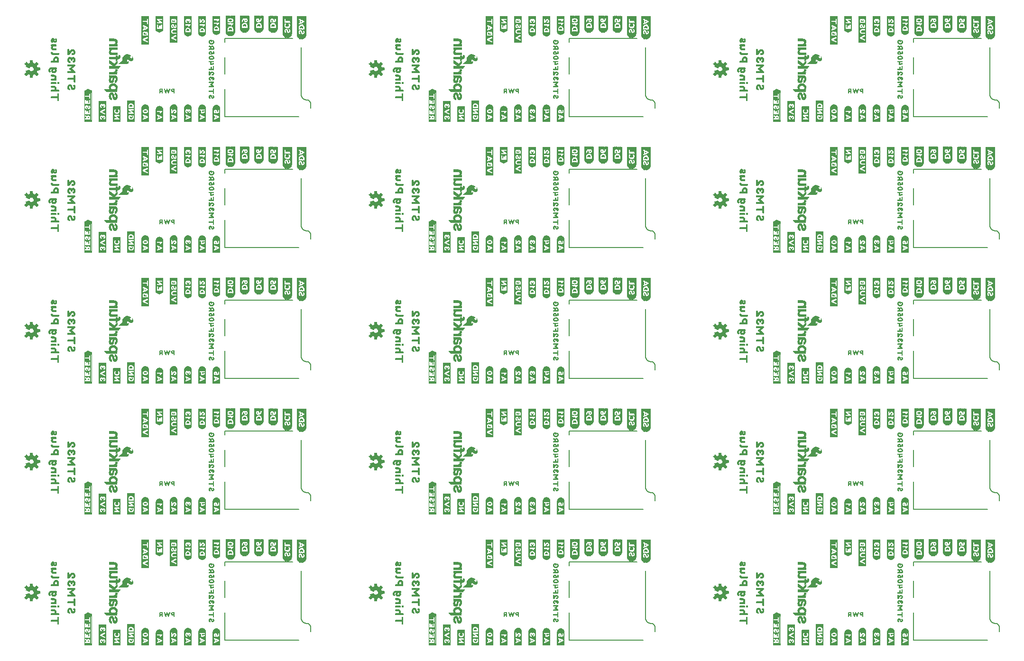
<source format=gbo>
G04 EAGLE Gerber RS-274X export*
G75*
%MOMM*%
%FSLAX34Y34*%
%LPD*%
%INSilkscreen Bottom*%
%IPPOS*%
%AMOC8*
5,1,8,0,0,1.08239X$1,22.5*%
G01*
%ADD10C,0.203200*%
%ADD11R,0.040000X2.400000*%
%ADD12R,0.040000X2.520000*%
%ADD13R,0.040000X2.600000*%
%ADD14R,0.040000X2.680000*%
%ADD15R,0.040000X2.720000*%
%ADD16R,0.040000X2.760000*%
%ADD17R,0.040000X2.800000*%
%ADD18R,0.040000X0.760000*%
%ADD19R,0.040000X0.640000*%
%ADD20R,0.040000X0.520000*%
%ADD21R,0.040000X0.480000*%
%ADD22R,0.040000X0.360000*%
%ADD23R,0.040000X0.800000*%
%ADD24R,0.040000X0.320000*%
%ADD25R,0.040000X0.440000*%
%ADD26R,0.040000X0.280000*%
%ADD27R,0.040000X0.840000*%
%ADD28R,0.040000X0.240000*%
%ADD29R,0.040000X0.200000*%
%ADD30R,0.040000X0.160000*%
%ADD31R,0.040000X0.880000*%
%ADD32R,0.040000X0.120000*%
%ADD33R,0.040000X0.720000*%
%ADD34R,0.040000X0.080000*%
%ADD35R,0.040000X0.600000*%
%ADD36R,0.040000X0.400000*%
%ADD37R,0.040000X0.560000*%
%ADD38R,0.040000X0.960000*%
%ADD39R,0.040000X0.680000*%
%ADD40R,0.040000X3.040000*%
%ADD41R,0.040000X3.160000*%
%ADD42R,0.040000X3.240000*%
%ADD43R,0.040000X3.320000*%
%ADD44R,0.040000X3.360000*%
%ADD45R,0.040000X3.400000*%
%ADD46R,0.040000X3.440000*%
%ADD47R,0.040000X0.040000*%
%ADD48R,0.040000X3.280000*%
%ADD49R,0.040000X3.480000*%
%ADD50R,0.040000X3.560000*%
%ADD51R,0.040000X3.600000*%
%ADD52R,0.040000X3.640000*%
%ADD53R,0.040000X3.680000*%
%ADD54R,0.040000X1.000000*%
%ADD55R,0.040000X0.920000*%
%ADD56R,0.040000X1.080000*%
%ADD57R,0.040000X1.240000*%
%ADD58R,0.040000X1.320000*%
%ADD59R,0.040000X3.520000*%
%ADD60R,0.040000X3.720000*%
%ADD61R,0.040000X3.800000*%
%ADD62R,0.040000X3.840000*%
%ADD63R,0.040000X3.880000*%
%ADD64R,0.040000X3.920000*%

G36*
X146118Y954594D02*
X146118Y954594D01*
X146130Y954591D01*
X146530Y954891D01*
X146534Y954907D01*
X146541Y954912D01*
X146537Y954918D01*
X146539Y954922D01*
X146549Y954930D01*
X146549Y1009530D01*
X146538Y1009545D01*
X146542Y1009555D01*
X146242Y1010055D01*
X146224Y1010063D01*
X146222Y1010074D01*
X140222Y1013074D01*
X140215Y1013073D01*
X140214Y1013077D01*
X139514Y1013277D01*
X139489Y1013268D01*
X139477Y1013274D01*
X133478Y1010174D01*
X132878Y1009874D01*
X132860Y1009837D01*
X132851Y1009830D01*
X132851Y954930D01*
X132870Y954904D01*
X132870Y954891D01*
X133270Y954591D01*
X133292Y954591D01*
X133300Y954581D01*
X146100Y954581D01*
X146118Y954594D01*
G37*
G36*
X1375478Y19874D02*
X1375478Y19874D01*
X1375490Y19871D01*
X1375890Y20171D01*
X1375894Y20187D01*
X1375901Y20192D01*
X1375897Y20198D01*
X1375899Y20202D01*
X1375909Y20210D01*
X1375909Y74810D01*
X1375898Y74825D01*
X1375902Y74835D01*
X1375602Y75335D01*
X1375584Y75343D01*
X1375582Y75354D01*
X1369582Y78354D01*
X1369575Y78353D01*
X1369574Y78357D01*
X1368874Y78557D01*
X1368849Y78548D01*
X1368837Y78554D01*
X1362838Y75454D01*
X1362238Y75154D01*
X1362220Y75117D01*
X1362211Y75110D01*
X1362211Y20210D01*
X1362230Y20184D01*
X1362230Y20171D01*
X1362630Y19871D01*
X1362652Y19871D01*
X1362660Y19861D01*
X1375460Y19861D01*
X1375478Y19874D01*
G37*
G36*
X1375478Y487234D02*
X1375478Y487234D01*
X1375490Y487231D01*
X1375890Y487531D01*
X1375894Y487547D01*
X1375901Y487552D01*
X1375897Y487558D01*
X1375899Y487562D01*
X1375909Y487570D01*
X1375909Y542170D01*
X1375898Y542185D01*
X1375902Y542195D01*
X1375602Y542695D01*
X1375584Y542703D01*
X1375582Y542714D01*
X1369582Y545714D01*
X1369575Y545713D01*
X1369574Y545717D01*
X1368874Y545917D01*
X1368849Y545908D01*
X1368837Y545914D01*
X1362838Y542814D01*
X1362238Y542514D01*
X1362220Y542477D01*
X1362211Y542470D01*
X1362211Y487570D01*
X1362230Y487544D01*
X1362230Y487531D01*
X1362630Y487231D01*
X1362652Y487231D01*
X1362660Y487221D01*
X1375460Y487221D01*
X1375478Y487234D01*
G37*
G36*
X1375478Y954594D02*
X1375478Y954594D01*
X1375490Y954591D01*
X1375890Y954891D01*
X1375894Y954907D01*
X1375901Y954912D01*
X1375897Y954918D01*
X1375899Y954922D01*
X1375909Y954930D01*
X1375909Y1009530D01*
X1375898Y1009545D01*
X1375902Y1009555D01*
X1375602Y1010055D01*
X1375584Y1010063D01*
X1375582Y1010074D01*
X1369582Y1013074D01*
X1369575Y1013073D01*
X1369574Y1013077D01*
X1368874Y1013277D01*
X1368849Y1013268D01*
X1368837Y1013274D01*
X1362838Y1010174D01*
X1362238Y1009874D01*
X1362220Y1009837D01*
X1362211Y1009830D01*
X1362211Y954930D01*
X1362230Y954904D01*
X1362230Y954891D01*
X1362630Y954591D01*
X1362652Y954591D01*
X1362660Y954581D01*
X1375460Y954581D01*
X1375478Y954594D01*
G37*
G36*
X146118Y19874D02*
X146118Y19874D01*
X146130Y19871D01*
X146530Y20171D01*
X146534Y20187D01*
X146541Y20192D01*
X146537Y20198D01*
X146539Y20202D01*
X146549Y20210D01*
X146549Y74810D01*
X146538Y74825D01*
X146542Y74835D01*
X146242Y75335D01*
X146224Y75343D01*
X146222Y75354D01*
X140222Y78354D01*
X140215Y78353D01*
X140214Y78357D01*
X139514Y78557D01*
X139489Y78548D01*
X139477Y78554D01*
X133478Y75454D01*
X132878Y75154D01*
X132860Y75117D01*
X132851Y75110D01*
X132851Y20210D01*
X132870Y20184D01*
X132870Y20171D01*
X133270Y19871D01*
X133292Y19871D01*
X133300Y19861D01*
X146100Y19861D01*
X146118Y19874D01*
G37*
G36*
X146118Y487234D02*
X146118Y487234D01*
X146130Y487231D01*
X146530Y487531D01*
X146534Y487547D01*
X146541Y487552D01*
X146537Y487558D01*
X146539Y487562D01*
X146549Y487570D01*
X146549Y542170D01*
X146538Y542185D01*
X146542Y542195D01*
X146242Y542695D01*
X146224Y542703D01*
X146222Y542714D01*
X140222Y545714D01*
X140215Y545713D01*
X140214Y545717D01*
X139514Y545917D01*
X139489Y545908D01*
X139477Y545914D01*
X133478Y542814D01*
X132878Y542514D01*
X132860Y542477D01*
X132851Y542470D01*
X132851Y487570D01*
X132870Y487544D01*
X132870Y487531D01*
X133270Y487231D01*
X133292Y487231D01*
X133300Y487221D01*
X146100Y487221D01*
X146118Y487234D01*
G37*
G36*
X760798Y487234D02*
X760798Y487234D01*
X760810Y487231D01*
X761210Y487531D01*
X761214Y487547D01*
X761221Y487552D01*
X761217Y487558D01*
X761219Y487562D01*
X761229Y487570D01*
X761229Y542170D01*
X761218Y542185D01*
X761222Y542195D01*
X760922Y542695D01*
X760904Y542703D01*
X760902Y542714D01*
X754902Y545714D01*
X754895Y545713D01*
X754894Y545717D01*
X754194Y545917D01*
X754169Y545908D01*
X754157Y545914D01*
X748158Y542814D01*
X747558Y542514D01*
X747540Y542477D01*
X747531Y542470D01*
X747531Y487570D01*
X747550Y487544D01*
X747550Y487531D01*
X747950Y487231D01*
X747972Y487231D01*
X747980Y487221D01*
X760780Y487221D01*
X760798Y487234D01*
G37*
G36*
X146118Y720914D02*
X146118Y720914D01*
X146130Y720911D01*
X146530Y721211D01*
X146534Y721227D01*
X146541Y721232D01*
X146537Y721238D01*
X146539Y721242D01*
X146549Y721250D01*
X146549Y775850D01*
X146538Y775865D01*
X146542Y775875D01*
X146242Y776375D01*
X146224Y776383D01*
X146222Y776394D01*
X140222Y779394D01*
X140215Y779393D01*
X140214Y779397D01*
X139514Y779597D01*
X139489Y779588D01*
X139477Y779594D01*
X133478Y776494D01*
X132878Y776194D01*
X132860Y776157D01*
X132851Y776150D01*
X132851Y721250D01*
X132870Y721224D01*
X132870Y721211D01*
X133270Y720911D01*
X133292Y720911D01*
X133300Y720901D01*
X146100Y720901D01*
X146118Y720914D01*
G37*
G36*
X760798Y19874D02*
X760798Y19874D01*
X760810Y19871D01*
X761210Y20171D01*
X761214Y20187D01*
X761221Y20192D01*
X761217Y20198D01*
X761219Y20202D01*
X761229Y20210D01*
X761229Y74810D01*
X761218Y74825D01*
X761222Y74835D01*
X760922Y75335D01*
X760904Y75343D01*
X760902Y75354D01*
X754902Y78354D01*
X754895Y78353D01*
X754894Y78357D01*
X754194Y78557D01*
X754169Y78548D01*
X754157Y78554D01*
X748158Y75454D01*
X747558Y75154D01*
X747540Y75117D01*
X747531Y75110D01*
X747531Y20210D01*
X747550Y20184D01*
X747550Y20171D01*
X747950Y19871D01*
X747972Y19871D01*
X747980Y19861D01*
X760780Y19861D01*
X760798Y19874D01*
G37*
G36*
X1375478Y720914D02*
X1375478Y720914D01*
X1375490Y720911D01*
X1375890Y721211D01*
X1375894Y721227D01*
X1375901Y721232D01*
X1375897Y721238D01*
X1375899Y721242D01*
X1375909Y721250D01*
X1375909Y775850D01*
X1375898Y775865D01*
X1375902Y775875D01*
X1375602Y776375D01*
X1375584Y776383D01*
X1375582Y776394D01*
X1369582Y779394D01*
X1369575Y779393D01*
X1369574Y779397D01*
X1368874Y779597D01*
X1368849Y779588D01*
X1368837Y779594D01*
X1362838Y776494D01*
X1362238Y776194D01*
X1362220Y776157D01*
X1362211Y776150D01*
X1362211Y721250D01*
X1362230Y721224D01*
X1362230Y721211D01*
X1362630Y720911D01*
X1362652Y720911D01*
X1362660Y720901D01*
X1375460Y720901D01*
X1375478Y720914D01*
G37*
G36*
X760798Y720914D02*
X760798Y720914D01*
X760810Y720911D01*
X761210Y721211D01*
X761214Y721227D01*
X761221Y721232D01*
X761217Y721238D01*
X761219Y721242D01*
X761229Y721250D01*
X761229Y775850D01*
X761218Y775865D01*
X761222Y775875D01*
X760922Y776375D01*
X760904Y776383D01*
X760902Y776394D01*
X754902Y779394D01*
X754895Y779393D01*
X754894Y779397D01*
X754194Y779597D01*
X754169Y779588D01*
X754157Y779594D01*
X748158Y776494D01*
X747558Y776194D01*
X747540Y776157D01*
X747531Y776150D01*
X747531Y721250D01*
X747550Y721224D01*
X747550Y721211D01*
X747950Y720911D01*
X747972Y720911D01*
X747980Y720901D01*
X760780Y720901D01*
X760798Y720914D01*
G37*
G36*
X760798Y954594D02*
X760798Y954594D01*
X760810Y954591D01*
X761210Y954891D01*
X761214Y954907D01*
X761221Y954912D01*
X761217Y954918D01*
X761219Y954922D01*
X761229Y954930D01*
X761229Y1009530D01*
X761218Y1009545D01*
X761222Y1009555D01*
X760922Y1010055D01*
X760904Y1010063D01*
X760902Y1010074D01*
X754902Y1013074D01*
X754895Y1013073D01*
X754894Y1013077D01*
X754194Y1013277D01*
X754169Y1013268D01*
X754157Y1013274D01*
X748158Y1010174D01*
X747558Y1009874D01*
X747540Y1009837D01*
X747531Y1009830D01*
X747531Y954930D01*
X747550Y954904D01*
X747550Y954891D01*
X747950Y954591D01*
X747972Y954591D01*
X747980Y954581D01*
X760780Y954581D01*
X760798Y954594D01*
G37*
G36*
X760798Y253554D02*
X760798Y253554D01*
X760810Y253551D01*
X761210Y253851D01*
X761214Y253867D01*
X761221Y253872D01*
X761217Y253878D01*
X761219Y253882D01*
X761229Y253890D01*
X761229Y308490D01*
X761218Y308505D01*
X761222Y308515D01*
X760922Y309015D01*
X760904Y309023D01*
X760902Y309034D01*
X754902Y312034D01*
X754895Y312033D01*
X754894Y312037D01*
X754194Y312237D01*
X754169Y312228D01*
X754157Y312234D01*
X748158Y309134D01*
X747558Y308834D01*
X747540Y308797D01*
X747531Y308790D01*
X747531Y253890D01*
X747550Y253864D01*
X747550Y253851D01*
X747950Y253551D01*
X747972Y253551D01*
X747980Y253541D01*
X760780Y253541D01*
X760798Y253554D01*
G37*
G36*
X146118Y253554D02*
X146118Y253554D01*
X146130Y253551D01*
X146530Y253851D01*
X146534Y253867D01*
X146541Y253872D01*
X146537Y253878D01*
X146539Y253882D01*
X146549Y253890D01*
X146549Y308490D01*
X146538Y308505D01*
X146542Y308515D01*
X146242Y309015D01*
X146224Y309023D01*
X146222Y309034D01*
X140222Y312034D01*
X140215Y312033D01*
X140214Y312037D01*
X139514Y312237D01*
X139489Y312228D01*
X139477Y312234D01*
X133478Y309134D01*
X132878Y308834D01*
X132860Y308797D01*
X132851Y308790D01*
X132851Y253890D01*
X132870Y253864D01*
X132870Y253851D01*
X133270Y253551D01*
X133292Y253551D01*
X133300Y253541D01*
X146100Y253541D01*
X146118Y253554D01*
G37*
G36*
X1375478Y253554D02*
X1375478Y253554D01*
X1375490Y253551D01*
X1375890Y253851D01*
X1375894Y253867D01*
X1375901Y253872D01*
X1375897Y253878D01*
X1375899Y253882D01*
X1375909Y253890D01*
X1375909Y308490D01*
X1375898Y308505D01*
X1375902Y308515D01*
X1375602Y309015D01*
X1375584Y309023D01*
X1375582Y309034D01*
X1369582Y312034D01*
X1369575Y312033D01*
X1369574Y312037D01*
X1368874Y312237D01*
X1368849Y312228D01*
X1368837Y312234D01*
X1362838Y309134D01*
X1362238Y308834D01*
X1362220Y308797D01*
X1362211Y308790D01*
X1362211Y253890D01*
X1362230Y253864D01*
X1362230Y253851D01*
X1362630Y253551D01*
X1362652Y253551D01*
X1362660Y253541D01*
X1375460Y253541D01*
X1375478Y253554D01*
G37*
G36*
X248047Y1092597D02*
X248047Y1092597D01*
X248045Y1092600D01*
X248049Y1092602D01*
X248149Y1093202D01*
X248146Y1093207D01*
X248149Y1093210D01*
X248149Y1143410D01*
X248113Y1143457D01*
X248106Y1143452D01*
X248100Y1143459D01*
X234500Y1143459D01*
X234453Y1143423D01*
X234458Y1143416D01*
X234451Y1143410D01*
X234451Y1092710D01*
X234487Y1092663D01*
X234491Y1092666D01*
X234493Y1092661D01*
X235193Y1092561D01*
X235198Y1092564D01*
X235200Y1092561D01*
X248000Y1092561D01*
X248047Y1092597D01*
G37*
G36*
X1477407Y625237D02*
X1477407Y625237D01*
X1477405Y625240D01*
X1477409Y625242D01*
X1477509Y625842D01*
X1477506Y625847D01*
X1477509Y625850D01*
X1477509Y676050D01*
X1477473Y676097D01*
X1477466Y676092D01*
X1477460Y676099D01*
X1463860Y676099D01*
X1463813Y676063D01*
X1463818Y676056D01*
X1463811Y676050D01*
X1463811Y625350D01*
X1463847Y625303D01*
X1463851Y625306D01*
X1463853Y625301D01*
X1464553Y625201D01*
X1464558Y625204D01*
X1464560Y625201D01*
X1477360Y625201D01*
X1477407Y625237D01*
G37*
G36*
X862727Y1092597D02*
X862727Y1092597D01*
X862725Y1092600D01*
X862729Y1092602D01*
X862829Y1093202D01*
X862826Y1093207D01*
X862829Y1093210D01*
X862829Y1143410D01*
X862793Y1143457D01*
X862786Y1143452D01*
X862780Y1143459D01*
X849180Y1143459D01*
X849133Y1143423D01*
X849138Y1143416D01*
X849131Y1143410D01*
X849131Y1092710D01*
X849167Y1092663D01*
X849171Y1092666D01*
X849173Y1092661D01*
X849873Y1092561D01*
X849878Y1092564D01*
X849880Y1092561D01*
X862680Y1092561D01*
X862727Y1092597D01*
G37*
G36*
X248047Y625237D02*
X248047Y625237D01*
X248045Y625240D01*
X248049Y625242D01*
X248149Y625842D01*
X248146Y625847D01*
X248149Y625850D01*
X248149Y676050D01*
X248113Y676097D01*
X248106Y676092D01*
X248100Y676099D01*
X234500Y676099D01*
X234453Y676063D01*
X234458Y676056D01*
X234451Y676050D01*
X234451Y625350D01*
X234487Y625303D01*
X234491Y625306D01*
X234493Y625301D01*
X235193Y625201D01*
X235198Y625204D01*
X235200Y625201D01*
X248000Y625201D01*
X248047Y625237D01*
G37*
G36*
X862727Y391557D02*
X862727Y391557D01*
X862725Y391560D01*
X862729Y391562D01*
X862829Y392162D01*
X862826Y392167D01*
X862829Y392170D01*
X862829Y442370D01*
X862793Y442417D01*
X862786Y442412D01*
X862780Y442419D01*
X849180Y442419D01*
X849133Y442383D01*
X849138Y442376D01*
X849131Y442370D01*
X849131Y391670D01*
X849167Y391623D01*
X849171Y391626D01*
X849173Y391621D01*
X849873Y391521D01*
X849878Y391524D01*
X849880Y391521D01*
X862680Y391521D01*
X862727Y391557D01*
G37*
G36*
X248047Y858917D02*
X248047Y858917D01*
X248045Y858920D01*
X248049Y858922D01*
X248149Y859522D01*
X248146Y859527D01*
X248149Y859530D01*
X248149Y909730D01*
X248113Y909777D01*
X248106Y909772D01*
X248100Y909779D01*
X234500Y909779D01*
X234453Y909743D01*
X234458Y909736D01*
X234451Y909730D01*
X234451Y859030D01*
X234487Y858983D01*
X234491Y858986D01*
X234493Y858981D01*
X235193Y858881D01*
X235198Y858884D01*
X235200Y858881D01*
X248000Y858881D01*
X248047Y858917D01*
G37*
G36*
X248047Y391557D02*
X248047Y391557D01*
X248045Y391560D01*
X248049Y391562D01*
X248149Y392162D01*
X248146Y392167D01*
X248149Y392170D01*
X248149Y442370D01*
X248113Y442417D01*
X248106Y442412D01*
X248100Y442419D01*
X234500Y442419D01*
X234453Y442383D01*
X234458Y442376D01*
X234451Y442370D01*
X234451Y391670D01*
X234487Y391623D01*
X234491Y391626D01*
X234493Y391621D01*
X235193Y391521D01*
X235198Y391524D01*
X235200Y391521D01*
X248000Y391521D01*
X248047Y391557D01*
G37*
G36*
X1477407Y1092597D02*
X1477407Y1092597D01*
X1477405Y1092600D01*
X1477409Y1092602D01*
X1477509Y1093202D01*
X1477506Y1093207D01*
X1477509Y1093210D01*
X1477509Y1143410D01*
X1477473Y1143457D01*
X1477466Y1143452D01*
X1477460Y1143459D01*
X1463860Y1143459D01*
X1463813Y1143423D01*
X1463818Y1143416D01*
X1463811Y1143410D01*
X1463811Y1092710D01*
X1463847Y1092663D01*
X1463851Y1092666D01*
X1463853Y1092661D01*
X1464553Y1092561D01*
X1464558Y1092564D01*
X1464560Y1092561D01*
X1477360Y1092561D01*
X1477407Y1092597D01*
G37*
G36*
X1477407Y858917D02*
X1477407Y858917D01*
X1477405Y858920D01*
X1477409Y858922D01*
X1477509Y859522D01*
X1477506Y859527D01*
X1477509Y859530D01*
X1477509Y909730D01*
X1477473Y909777D01*
X1477466Y909772D01*
X1477460Y909779D01*
X1463860Y909779D01*
X1463813Y909743D01*
X1463818Y909736D01*
X1463811Y909730D01*
X1463811Y859030D01*
X1463847Y858983D01*
X1463851Y858986D01*
X1463853Y858981D01*
X1464553Y858881D01*
X1464558Y858884D01*
X1464560Y858881D01*
X1477360Y858881D01*
X1477407Y858917D01*
G37*
G36*
X862727Y157877D02*
X862727Y157877D01*
X862725Y157880D01*
X862729Y157882D01*
X862829Y158482D01*
X862826Y158487D01*
X862829Y158490D01*
X862829Y208690D01*
X862793Y208737D01*
X862786Y208732D01*
X862780Y208739D01*
X849180Y208739D01*
X849133Y208703D01*
X849138Y208696D01*
X849131Y208690D01*
X849131Y157990D01*
X849167Y157943D01*
X849171Y157946D01*
X849173Y157941D01*
X849873Y157841D01*
X849878Y157844D01*
X849880Y157841D01*
X862680Y157841D01*
X862727Y157877D01*
G37*
G36*
X862727Y625237D02*
X862727Y625237D01*
X862725Y625240D01*
X862729Y625242D01*
X862829Y625842D01*
X862826Y625847D01*
X862829Y625850D01*
X862829Y676050D01*
X862793Y676097D01*
X862786Y676092D01*
X862780Y676099D01*
X849180Y676099D01*
X849133Y676063D01*
X849138Y676056D01*
X849131Y676050D01*
X849131Y625350D01*
X849167Y625303D01*
X849171Y625306D01*
X849173Y625301D01*
X849873Y625201D01*
X849878Y625204D01*
X849880Y625201D01*
X862680Y625201D01*
X862727Y625237D01*
G37*
G36*
X1477407Y157877D02*
X1477407Y157877D01*
X1477405Y157880D01*
X1477409Y157882D01*
X1477509Y158482D01*
X1477506Y158487D01*
X1477509Y158490D01*
X1477509Y208690D01*
X1477473Y208737D01*
X1477466Y208732D01*
X1477460Y208739D01*
X1463860Y208739D01*
X1463813Y208703D01*
X1463818Y208696D01*
X1463811Y208690D01*
X1463811Y157990D01*
X1463847Y157943D01*
X1463851Y157946D01*
X1463853Y157941D01*
X1464553Y157841D01*
X1464558Y157844D01*
X1464560Y157841D01*
X1477360Y157841D01*
X1477407Y157877D01*
G37*
G36*
X1477407Y391557D02*
X1477407Y391557D01*
X1477405Y391560D01*
X1477409Y391562D01*
X1477509Y392162D01*
X1477506Y392167D01*
X1477509Y392170D01*
X1477509Y442370D01*
X1477473Y442417D01*
X1477466Y442412D01*
X1477460Y442419D01*
X1463860Y442419D01*
X1463813Y442383D01*
X1463818Y442376D01*
X1463811Y442370D01*
X1463811Y391670D01*
X1463847Y391623D01*
X1463851Y391626D01*
X1463853Y391621D01*
X1464553Y391521D01*
X1464558Y391524D01*
X1464560Y391521D01*
X1477360Y391521D01*
X1477407Y391557D01*
G37*
G36*
X862727Y858917D02*
X862727Y858917D01*
X862725Y858920D01*
X862729Y858922D01*
X862829Y859522D01*
X862826Y859527D01*
X862829Y859530D01*
X862829Y909730D01*
X862793Y909777D01*
X862786Y909772D01*
X862780Y909779D01*
X849180Y909779D01*
X849133Y909743D01*
X849138Y909736D01*
X849131Y909730D01*
X849131Y859030D01*
X849167Y858983D01*
X849171Y858986D01*
X849173Y858981D01*
X849873Y858881D01*
X849878Y858884D01*
X849880Y858881D01*
X862680Y858881D01*
X862727Y858917D01*
G37*
G36*
X248047Y157877D02*
X248047Y157877D01*
X248045Y157880D01*
X248049Y157882D01*
X248149Y158482D01*
X248146Y158487D01*
X248149Y158490D01*
X248149Y208690D01*
X248113Y208737D01*
X248106Y208732D01*
X248100Y208739D01*
X234500Y208739D01*
X234453Y208703D01*
X234458Y208696D01*
X234451Y208690D01*
X234451Y157990D01*
X234487Y157943D01*
X234491Y157946D01*
X234493Y157941D01*
X235193Y157841D01*
X235198Y157844D01*
X235200Y157841D01*
X248000Y157841D01*
X248047Y157877D01*
G37*
G36*
X298847Y628537D02*
X298847Y628537D01*
X298845Y628540D01*
X298849Y628542D01*
X298949Y629142D01*
X298946Y629147D01*
X298949Y629150D01*
X298949Y676050D01*
X298913Y676097D01*
X298906Y676092D01*
X298900Y676099D01*
X285400Y676099D01*
X285353Y676063D01*
X285355Y676060D01*
X285351Y676058D01*
X285251Y675458D01*
X285254Y675453D01*
X285251Y675450D01*
X285251Y628650D01*
X285287Y628603D01*
X285290Y628605D01*
X285292Y628601D01*
X285892Y628501D01*
X285897Y628504D01*
X285900Y628501D01*
X298800Y628501D01*
X298847Y628537D01*
G37*
G36*
X1528207Y1095897D02*
X1528207Y1095897D01*
X1528205Y1095900D01*
X1528209Y1095902D01*
X1528309Y1096502D01*
X1528306Y1096507D01*
X1528309Y1096510D01*
X1528309Y1143410D01*
X1528273Y1143457D01*
X1528266Y1143452D01*
X1528260Y1143459D01*
X1514760Y1143459D01*
X1514713Y1143423D01*
X1514715Y1143420D01*
X1514711Y1143418D01*
X1514611Y1142818D01*
X1514614Y1142813D01*
X1514611Y1142810D01*
X1514611Y1096010D01*
X1514647Y1095963D01*
X1514650Y1095965D01*
X1514652Y1095961D01*
X1515252Y1095861D01*
X1515257Y1095864D01*
X1515260Y1095861D01*
X1528160Y1095861D01*
X1528207Y1095897D01*
G37*
G36*
X298847Y161177D02*
X298847Y161177D01*
X298845Y161180D01*
X298849Y161182D01*
X298949Y161782D01*
X298946Y161787D01*
X298949Y161790D01*
X298949Y208690D01*
X298913Y208737D01*
X298906Y208732D01*
X298900Y208739D01*
X285400Y208739D01*
X285353Y208703D01*
X285355Y208700D01*
X285351Y208698D01*
X285251Y208098D01*
X285254Y208093D01*
X285251Y208090D01*
X285251Y161290D01*
X285287Y161243D01*
X285290Y161245D01*
X285292Y161241D01*
X285892Y161141D01*
X285897Y161144D01*
X285900Y161141D01*
X298800Y161141D01*
X298847Y161177D01*
G37*
G36*
X1528207Y161177D02*
X1528207Y161177D01*
X1528205Y161180D01*
X1528209Y161182D01*
X1528309Y161782D01*
X1528306Y161787D01*
X1528309Y161790D01*
X1528309Y208690D01*
X1528273Y208737D01*
X1528266Y208732D01*
X1528260Y208739D01*
X1514760Y208739D01*
X1514713Y208703D01*
X1514715Y208700D01*
X1514711Y208698D01*
X1514611Y208098D01*
X1514614Y208093D01*
X1514611Y208090D01*
X1514611Y161290D01*
X1514647Y161243D01*
X1514650Y161245D01*
X1514652Y161241D01*
X1515252Y161141D01*
X1515257Y161144D01*
X1515260Y161141D01*
X1528160Y161141D01*
X1528207Y161177D01*
G37*
G36*
X913527Y394857D02*
X913527Y394857D01*
X913525Y394860D01*
X913529Y394862D01*
X913629Y395462D01*
X913626Y395467D01*
X913629Y395470D01*
X913629Y442370D01*
X913593Y442417D01*
X913586Y442412D01*
X913580Y442419D01*
X900080Y442419D01*
X900033Y442383D01*
X900035Y442380D01*
X900031Y442378D01*
X899931Y441778D01*
X899934Y441773D01*
X899931Y441770D01*
X899931Y394970D01*
X899967Y394923D01*
X899970Y394925D01*
X899972Y394921D01*
X900572Y394821D01*
X900577Y394824D01*
X900580Y394821D01*
X913480Y394821D01*
X913527Y394857D01*
G37*
G36*
X1528207Y628537D02*
X1528207Y628537D01*
X1528205Y628540D01*
X1528209Y628542D01*
X1528309Y629142D01*
X1528306Y629147D01*
X1528309Y629150D01*
X1528309Y676050D01*
X1528273Y676097D01*
X1528266Y676092D01*
X1528260Y676099D01*
X1514760Y676099D01*
X1514713Y676063D01*
X1514715Y676060D01*
X1514711Y676058D01*
X1514611Y675458D01*
X1514614Y675453D01*
X1514611Y675450D01*
X1514611Y628650D01*
X1514647Y628603D01*
X1514650Y628605D01*
X1514652Y628601D01*
X1515252Y628501D01*
X1515257Y628504D01*
X1515260Y628501D01*
X1528160Y628501D01*
X1528207Y628537D01*
G37*
G36*
X913527Y161177D02*
X913527Y161177D01*
X913525Y161180D01*
X913529Y161182D01*
X913629Y161782D01*
X913626Y161787D01*
X913629Y161790D01*
X913629Y208690D01*
X913593Y208737D01*
X913586Y208732D01*
X913580Y208739D01*
X900080Y208739D01*
X900033Y208703D01*
X900035Y208700D01*
X900031Y208698D01*
X899931Y208098D01*
X899934Y208093D01*
X899931Y208090D01*
X899931Y161290D01*
X899967Y161243D01*
X899970Y161245D01*
X899972Y161241D01*
X900572Y161141D01*
X900577Y161144D01*
X900580Y161141D01*
X913480Y161141D01*
X913527Y161177D01*
G37*
G36*
X1528207Y394857D02*
X1528207Y394857D01*
X1528205Y394860D01*
X1528209Y394862D01*
X1528309Y395462D01*
X1528306Y395467D01*
X1528309Y395470D01*
X1528309Y442370D01*
X1528273Y442417D01*
X1528266Y442412D01*
X1528260Y442419D01*
X1514760Y442419D01*
X1514713Y442383D01*
X1514715Y442380D01*
X1514711Y442378D01*
X1514611Y441778D01*
X1514614Y441773D01*
X1514611Y441770D01*
X1514611Y394970D01*
X1514647Y394923D01*
X1514650Y394925D01*
X1514652Y394921D01*
X1515252Y394821D01*
X1515257Y394824D01*
X1515260Y394821D01*
X1528160Y394821D01*
X1528207Y394857D01*
G37*
G36*
X913527Y1095897D02*
X913527Y1095897D01*
X913525Y1095900D01*
X913529Y1095902D01*
X913629Y1096502D01*
X913626Y1096507D01*
X913629Y1096510D01*
X913629Y1143410D01*
X913593Y1143457D01*
X913586Y1143452D01*
X913580Y1143459D01*
X900080Y1143459D01*
X900033Y1143423D01*
X900035Y1143420D01*
X900031Y1143418D01*
X899931Y1142818D01*
X899934Y1142813D01*
X899931Y1142810D01*
X899931Y1096010D01*
X899967Y1095963D01*
X899970Y1095965D01*
X899972Y1095961D01*
X900572Y1095861D01*
X900577Y1095864D01*
X900580Y1095861D01*
X913480Y1095861D01*
X913527Y1095897D01*
G37*
G36*
X1528207Y862217D02*
X1528207Y862217D01*
X1528205Y862220D01*
X1528209Y862222D01*
X1528309Y862822D01*
X1528306Y862827D01*
X1528309Y862830D01*
X1528309Y909730D01*
X1528273Y909777D01*
X1528266Y909772D01*
X1528260Y909779D01*
X1514760Y909779D01*
X1514713Y909743D01*
X1514715Y909740D01*
X1514711Y909738D01*
X1514611Y909138D01*
X1514614Y909133D01*
X1514611Y909130D01*
X1514611Y862330D01*
X1514647Y862283D01*
X1514650Y862285D01*
X1514652Y862281D01*
X1515252Y862181D01*
X1515257Y862184D01*
X1515260Y862181D01*
X1528160Y862181D01*
X1528207Y862217D01*
G37*
G36*
X913527Y862217D02*
X913527Y862217D01*
X913525Y862220D01*
X913529Y862222D01*
X913629Y862822D01*
X913626Y862827D01*
X913629Y862830D01*
X913629Y909730D01*
X913593Y909777D01*
X913586Y909772D01*
X913580Y909779D01*
X900080Y909779D01*
X900033Y909743D01*
X900035Y909740D01*
X900031Y909738D01*
X899931Y909138D01*
X899934Y909133D01*
X899931Y909130D01*
X899931Y862330D01*
X899967Y862283D01*
X899970Y862285D01*
X899972Y862281D01*
X900572Y862181D01*
X900577Y862184D01*
X900580Y862181D01*
X913480Y862181D01*
X913527Y862217D01*
G37*
G36*
X298847Y862217D02*
X298847Y862217D01*
X298845Y862220D01*
X298849Y862222D01*
X298949Y862822D01*
X298946Y862827D01*
X298949Y862830D01*
X298949Y909730D01*
X298913Y909777D01*
X298906Y909772D01*
X298900Y909779D01*
X285400Y909779D01*
X285353Y909743D01*
X285355Y909740D01*
X285351Y909738D01*
X285251Y909138D01*
X285254Y909133D01*
X285251Y909130D01*
X285251Y862330D01*
X285287Y862283D01*
X285290Y862285D01*
X285292Y862281D01*
X285892Y862181D01*
X285897Y862184D01*
X285900Y862181D01*
X298800Y862181D01*
X298847Y862217D01*
G37*
G36*
X913527Y628537D02*
X913527Y628537D01*
X913525Y628540D01*
X913529Y628542D01*
X913629Y629142D01*
X913626Y629147D01*
X913629Y629150D01*
X913629Y676050D01*
X913593Y676097D01*
X913586Y676092D01*
X913580Y676099D01*
X900080Y676099D01*
X900033Y676063D01*
X900035Y676060D01*
X900031Y676058D01*
X899931Y675458D01*
X899934Y675453D01*
X899931Y675450D01*
X899931Y628650D01*
X899967Y628603D01*
X899970Y628605D01*
X899972Y628601D01*
X900572Y628501D01*
X900577Y628504D01*
X900580Y628501D01*
X913480Y628501D01*
X913527Y628537D01*
G37*
G36*
X298847Y1095897D02*
X298847Y1095897D01*
X298845Y1095900D01*
X298849Y1095902D01*
X298949Y1096502D01*
X298946Y1096507D01*
X298949Y1096510D01*
X298949Y1143410D01*
X298913Y1143457D01*
X298906Y1143452D01*
X298900Y1143459D01*
X285400Y1143459D01*
X285353Y1143423D01*
X285355Y1143420D01*
X285351Y1143418D01*
X285251Y1142818D01*
X285254Y1142813D01*
X285251Y1142810D01*
X285251Y1096010D01*
X285287Y1095963D01*
X285290Y1095965D01*
X285292Y1095961D01*
X285892Y1095861D01*
X285897Y1095864D01*
X285900Y1095861D01*
X298800Y1095861D01*
X298847Y1095897D01*
G37*
G36*
X298847Y394857D02*
X298847Y394857D01*
X298845Y394860D01*
X298849Y394862D01*
X298949Y395462D01*
X298946Y395467D01*
X298949Y395470D01*
X298949Y442370D01*
X298913Y442417D01*
X298906Y442412D01*
X298900Y442419D01*
X285400Y442419D01*
X285353Y442383D01*
X285355Y442380D01*
X285351Y442378D01*
X285251Y441778D01*
X285254Y441773D01*
X285251Y441770D01*
X285251Y394970D01*
X285287Y394923D01*
X285290Y394925D01*
X285292Y394921D01*
X285892Y394821D01*
X285897Y394824D01*
X285900Y394821D01*
X298800Y394821D01*
X298847Y394857D01*
G37*
G36*
X1452107Y253577D02*
X1452107Y253577D01*
X1452102Y253584D01*
X1452109Y253590D01*
X1452109Y290790D01*
X1452106Y290795D01*
X1452109Y290798D01*
X1452009Y291398D01*
X1451965Y291439D01*
X1451963Y291436D01*
X1451960Y291439D01*
X1438460Y291439D01*
X1438413Y291403D01*
X1438418Y291396D01*
X1438411Y291390D01*
X1438411Y254190D01*
X1438414Y254185D01*
X1438411Y254182D01*
X1438511Y253582D01*
X1438555Y253541D01*
X1438558Y253544D01*
X1438560Y253541D01*
X1452060Y253541D01*
X1452107Y253577D01*
G37*
G36*
X837427Y954617D02*
X837427Y954617D01*
X837422Y954624D01*
X837429Y954630D01*
X837429Y991830D01*
X837426Y991835D01*
X837429Y991838D01*
X837329Y992438D01*
X837285Y992479D01*
X837283Y992476D01*
X837280Y992479D01*
X823780Y992479D01*
X823733Y992443D01*
X823738Y992436D01*
X823731Y992430D01*
X823731Y955230D01*
X823734Y955225D01*
X823731Y955222D01*
X823831Y954622D01*
X823875Y954581D01*
X823878Y954584D01*
X823880Y954581D01*
X837380Y954581D01*
X837427Y954617D01*
G37*
G36*
X222747Y253577D02*
X222747Y253577D01*
X222742Y253584D01*
X222749Y253590D01*
X222749Y290790D01*
X222746Y290795D01*
X222749Y290798D01*
X222649Y291398D01*
X222605Y291439D01*
X222603Y291436D01*
X222600Y291439D01*
X209100Y291439D01*
X209053Y291403D01*
X209058Y291396D01*
X209051Y291390D01*
X209051Y254190D01*
X209054Y254185D01*
X209051Y254182D01*
X209151Y253582D01*
X209195Y253541D01*
X209198Y253544D01*
X209200Y253541D01*
X222700Y253541D01*
X222747Y253577D01*
G37*
G36*
X837427Y253577D02*
X837427Y253577D01*
X837422Y253584D01*
X837429Y253590D01*
X837429Y290790D01*
X837426Y290795D01*
X837429Y290798D01*
X837329Y291398D01*
X837285Y291439D01*
X837283Y291436D01*
X837280Y291439D01*
X823780Y291439D01*
X823733Y291403D01*
X823738Y291396D01*
X823731Y291390D01*
X823731Y254190D01*
X823734Y254185D01*
X823731Y254182D01*
X823831Y253582D01*
X823875Y253541D01*
X823878Y253544D01*
X823880Y253541D01*
X837380Y253541D01*
X837427Y253577D01*
G37*
G36*
X222747Y720937D02*
X222747Y720937D01*
X222742Y720944D01*
X222749Y720950D01*
X222749Y758150D01*
X222746Y758155D01*
X222749Y758158D01*
X222649Y758758D01*
X222605Y758799D01*
X222603Y758796D01*
X222600Y758799D01*
X209100Y758799D01*
X209053Y758763D01*
X209058Y758756D01*
X209051Y758750D01*
X209051Y721550D01*
X209054Y721545D01*
X209051Y721542D01*
X209151Y720942D01*
X209195Y720901D01*
X209198Y720904D01*
X209200Y720901D01*
X222700Y720901D01*
X222747Y720937D01*
G37*
G36*
X1452107Y720937D02*
X1452107Y720937D01*
X1452102Y720944D01*
X1452109Y720950D01*
X1452109Y758150D01*
X1452106Y758155D01*
X1452109Y758158D01*
X1452009Y758758D01*
X1451965Y758799D01*
X1451963Y758796D01*
X1451960Y758799D01*
X1438460Y758799D01*
X1438413Y758763D01*
X1438418Y758756D01*
X1438411Y758750D01*
X1438411Y721550D01*
X1438414Y721545D01*
X1438411Y721542D01*
X1438511Y720942D01*
X1438555Y720901D01*
X1438558Y720904D01*
X1438560Y720901D01*
X1452060Y720901D01*
X1452107Y720937D01*
G37*
G36*
X837427Y720937D02*
X837427Y720937D01*
X837422Y720944D01*
X837429Y720950D01*
X837429Y758150D01*
X837426Y758155D01*
X837429Y758158D01*
X837329Y758758D01*
X837285Y758799D01*
X837283Y758796D01*
X837280Y758799D01*
X823780Y758799D01*
X823733Y758763D01*
X823738Y758756D01*
X823731Y758750D01*
X823731Y721550D01*
X823734Y721545D01*
X823731Y721542D01*
X823831Y720942D01*
X823875Y720901D01*
X823878Y720904D01*
X823880Y720901D01*
X837380Y720901D01*
X837427Y720937D01*
G37*
G36*
X1452107Y487257D02*
X1452107Y487257D01*
X1452102Y487264D01*
X1452109Y487270D01*
X1452109Y524470D01*
X1452106Y524475D01*
X1452109Y524478D01*
X1452009Y525078D01*
X1451965Y525119D01*
X1451963Y525116D01*
X1451960Y525119D01*
X1438460Y525119D01*
X1438413Y525083D01*
X1438418Y525076D01*
X1438411Y525070D01*
X1438411Y487870D01*
X1438414Y487865D01*
X1438411Y487862D01*
X1438511Y487262D01*
X1438555Y487221D01*
X1438558Y487224D01*
X1438560Y487221D01*
X1452060Y487221D01*
X1452107Y487257D01*
G37*
G36*
X837427Y487257D02*
X837427Y487257D01*
X837422Y487264D01*
X837429Y487270D01*
X837429Y524470D01*
X837426Y524475D01*
X837429Y524478D01*
X837329Y525078D01*
X837285Y525119D01*
X837283Y525116D01*
X837280Y525119D01*
X823780Y525119D01*
X823733Y525083D01*
X823738Y525076D01*
X823731Y525070D01*
X823731Y487870D01*
X823734Y487865D01*
X823731Y487862D01*
X823831Y487262D01*
X823875Y487221D01*
X823878Y487224D01*
X823880Y487221D01*
X837380Y487221D01*
X837427Y487257D01*
G37*
G36*
X837427Y19897D02*
X837427Y19897D01*
X837422Y19904D01*
X837429Y19910D01*
X837429Y57110D01*
X837426Y57115D01*
X837429Y57118D01*
X837329Y57718D01*
X837285Y57759D01*
X837283Y57756D01*
X837280Y57759D01*
X823780Y57759D01*
X823733Y57723D01*
X823738Y57716D01*
X823731Y57710D01*
X823731Y20510D01*
X823734Y20505D01*
X823731Y20502D01*
X823831Y19902D01*
X823875Y19861D01*
X823878Y19864D01*
X823880Y19861D01*
X837380Y19861D01*
X837427Y19897D01*
G37*
G36*
X1452107Y954617D02*
X1452107Y954617D01*
X1452102Y954624D01*
X1452109Y954630D01*
X1452109Y991830D01*
X1452106Y991835D01*
X1452109Y991838D01*
X1452009Y992438D01*
X1451965Y992479D01*
X1451963Y992476D01*
X1451960Y992479D01*
X1438460Y992479D01*
X1438413Y992443D01*
X1438418Y992436D01*
X1438411Y992430D01*
X1438411Y955230D01*
X1438414Y955225D01*
X1438411Y955222D01*
X1438511Y954622D01*
X1438555Y954581D01*
X1438558Y954584D01*
X1438560Y954581D01*
X1452060Y954581D01*
X1452107Y954617D01*
G37*
G36*
X222747Y19897D02*
X222747Y19897D01*
X222742Y19904D01*
X222749Y19910D01*
X222749Y57110D01*
X222746Y57115D01*
X222749Y57118D01*
X222649Y57718D01*
X222605Y57759D01*
X222603Y57756D01*
X222600Y57759D01*
X209100Y57759D01*
X209053Y57723D01*
X209058Y57716D01*
X209051Y57710D01*
X209051Y20510D01*
X209054Y20505D01*
X209051Y20502D01*
X209151Y19902D01*
X209195Y19861D01*
X209198Y19864D01*
X209200Y19861D01*
X222700Y19861D01*
X222747Y19897D01*
G37*
G36*
X1452107Y19897D02*
X1452107Y19897D01*
X1452102Y19904D01*
X1452109Y19910D01*
X1452109Y57110D01*
X1452106Y57115D01*
X1452109Y57118D01*
X1452009Y57718D01*
X1451965Y57759D01*
X1451963Y57756D01*
X1451960Y57759D01*
X1438460Y57759D01*
X1438413Y57723D01*
X1438418Y57716D01*
X1438411Y57710D01*
X1438411Y20510D01*
X1438414Y20505D01*
X1438411Y20502D01*
X1438511Y19902D01*
X1438555Y19861D01*
X1438558Y19864D01*
X1438560Y19861D01*
X1452060Y19861D01*
X1452107Y19897D01*
G37*
G36*
X222747Y487257D02*
X222747Y487257D01*
X222742Y487264D01*
X222749Y487270D01*
X222749Y524470D01*
X222746Y524475D01*
X222749Y524478D01*
X222649Y525078D01*
X222605Y525119D01*
X222603Y525116D01*
X222600Y525119D01*
X209100Y525119D01*
X209053Y525083D01*
X209058Y525076D01*
X209051Y525070D01*
X209051Y487870D01*
X209054Y487865D01*
X209051Y487862D01*
X209151Y487262D01*
X209195Y487221D01*
X209198Y487224D01*
X209200Y487221D01*
X222700Y487221D01*
X222747Y487257D01*
G37*
G36*
X222747Y954617D02*
X222747Y954617D01*
X222742Y954624D01*
X222749Y954630D01*
X222749Y991830D01*
X222746Y991835D01*
X222749Y991838D01*
X222649Y992438D01*
X222605Y992479D01*
X222603Y992476D01*
X222600Y992479D01*
X209100Y992479D01*
X209053Y992443D01*
X209058Y992436D01*
X209051Y992430D01*
X209051Y955230D01*
X209054Y955225D01*
X209051Y955222D01*
X209151Y954622D01*
X209195Y954581D01*
X209198Y954584D01*
X209200Y954581D01*
X222700Y954581D01*
X222747Y954617D01*
G37*
G36*
X1400771Y720909D02*
X1400771Y720909D01*
X1400778Y720904D01*
X1401278Y721104D01*
X1401293Y721128D01*
X1401300Y721134D01*
X1401298Y721137D01*
X1401303Y721145D01*
X1401309Y721150D01*
X1401309Y757450D01*
X1401306Y757455D01*
X1401309Y757458D01*
X1401209Y758058D01*
X1401165Y758099D01*
X1401163Y758096D01*
X1401160Y758099D01*
X1388260Y758099D01*
X1388255Y758096D01*
X1388252Y758099D01*
X1387652Y757999D01*
X1387611Y757955D01*
X1387614Y757953D01*
X1387611Y757950D01*
X1387611Y721450D01*
X1387619Y721439D01*
X1387614Y721432D01*
X1387814Y720932D01*
X1387855Y720907D01*
X1387860Y720901D01*
X1400760Y720901D01*
X1400771Y720909D01*
G37*
G36*
X786091Y19869D02*
X786091Y19869D01*
X786098Y19864D01*
X786598Y20064D01*
X786613Y20088D01*
X786620Y20094D01*
X786618Y20097D01*
X786623Y20105D01*
X786629Y20110D01*
X786629Y56410D01*
X786626Y56415D01*
X786629Y56418D01*
X786529Y57018D01*
X786485Y57059D01*
X786483Y57056D01*
X786480Y57059D01*
X773580Y57059D01*
X773575Y57056D01*
X773572Y57059D01*
X772972Y56959D01*
X772931Y56915D01*
X772934Y56913D01*
X772931Y56910D01*
X772931Y20410D01*
X772939Y20399D01*
X772934Y20392D01*
X773134Y19892D01*
X773175Y19867D01*
X773180Y19861D01*
X786080Y19861D01*
X786091Y19869D01*
G37*
G36*
X1400771Y487229D02*
X1400771Y487229D01*
X1400778Y487224D01*
X1401278Y487424D01*
X1401293Y487448D01*
X1401300Y487454D01*
X1401298Y487457D01*
X1401303Y487465D01*
X1401309Y487470D01*
X1401309Y523770D01*
X1401306Y523775D01*
X1401309Y523778D01*
X1401209Y524378D01*
X1401165Y524419D01*
X1401163Y524416D01*
X1401160Y524419D01*
X1388260Y524419D01*
X1388255Y524416D01*
X1388252Y524419D01*
X1387652Y524319D01*
X1387611Y524275D01*
X1387614Y524273D01*
X1387611Y524270D01*
X1387611Y487770D01*
X1387619Y487759D01*
X1387614Y487752D01*
X1387814Y487252D01*
X1387855Y487227D01*
X1387860Y487221D01*
X1400760Y487221D01*
X1400771Y487229D01*
G37*
G36*
X1400771Y954589D02*
X1400771Y954589D01*
X1400778Y954584D01*
X1401278Y954784D01*
X1401293Y954808D01*
X1401300Y954814D01*
X1401298Y954817D01*
X1401303Y954825D01*
X1401309Y954830D01*
X1401309Y991130D01*
X1401306Y991135D01*
X1401309Y991138D01*
X1401209Y991738D01*
X1401165Y991779D01*
X1401163Y991776D01*
X1401160Y991779D01*
X1388260Y991779D01*
X1388255Y991776D01*
X1388252Y991779D01*
X1387652Y991679D01*
X1387611Y991635D01*
X1387614Y991633D01*
X1387611Y991630D01*
X1387611Y955130D01*
X1387619Y955119D01*
X1387614Y955112D01*
X1387814Y954612D01*
X1387855Y954587D01*
X1387860Y954581D01*
X1400760Y954581D01*
X1400771Y954589D01*
G37*
G36*
X786091Y487229D02*
X786091Y487229D01*
X786098Y487224D01*
X786598Y487424D01*
X786613Y487448D01*
X786620Y487454D01*
X786618Y487457D01*
X786623Y487465D01*
X786629Y487470D01*
X786629Y523770D01*
X786626Y523775D01*
X786629Y523778D01*
X786529Y524378D01*
X786485Y524419D01*
X786483Y524416D01*
X786480Y524419D01*
X773580Y524419D01*
X773575Y524416D01*
X773572Y524419D01*
X772972Y524319D01*
X772931Y524275D01*
X772934Y524273D01*
X772931Y524270D01*
X772931Y487770D01*
X772939Y487759D01*
X772934Y487752D01*
X773134Y487252D01*
X773175Y487227D01*
X773180Y487221D01*
X786080Y487221D01*
X786091Y487229D01*
G37*
G36*
X786091Y720909D02*
X786091Y720909D01*
X786098Y720904D01*
X786598Y721104D01*
X786613Y721128D01*
X786620Y721134D01*
X786618Y721137D01*
X786623Y721145D01*
X786629Y721150D01*
X786629Y757450D01*
X786626Y757455D01*
X786629Y757458D01*
X786529Y758058D01*
X786485Y758099D01*
X786483Y758096D01*
X786480Y758099D01*
X773580Y758099D01*
X773575Y758096D01*
X773572Y758099D01*
X772972Y757999D01*
X772931Y757955D01*
X772934Y757953D01*
X772931Y757950D01*
X772931Y721450D01*
X772939Y721439D01*
X772934Y721432D01*
X773134Y720932D01*
X773175Y720907D01*
X773180Y720901D01*
X786080Y720901D01*
X786091Y720909D01*
G37*
G36*
X171411Y720909D02*
X171411Y720909D01*
X171418Y720904D01*
X171918Y721104D01*
X171933Y721128D01*
X171940Y721134D01*
X171938Y721137D01*
X171943Y721145D01*
X171949Y721150D01*
X171949Y757450D01*
X171946Y757455D01*
X171949Y757458D01*
X171849Y758058D01*
X171805Y758099D01*
X171803Y758096D01*
X171800Y758099D01*
X158900Y758099D01*
X158895Y758096D01*
X158892Y758099D01*
X158292Y757999D01*
X158251Y757955D01*
X158254Y757953D01*
X158251Y757950D01*
X158251Y721450D01*
X158259Y721439D01*
X158254Y721432D01*
X158454Y720932D01*
X158495Y720907D01*
X158500Y720901D01*
X171400Y720901D01*
X171411Y720909D01*
G37*
G36*
X171411Y954589D02*
X171411Y954589D01*
X171418Y954584D01*
X171918Y954784D01*
X171933Y954808D01*
X171940Y954814D01*
X171938Y954817D01*
X171943Y954825D01*
X171949Y954830D01*
X171949Y991130D01*
X171946Y991135D01*
X171949Y991138D01*
X171849Y991738D01*
X171805Y991779D01*
X171803Y991776D01*
X171800Y991779D01*
X158900Y991779D01*
X158895Y991776D01*
X158892Y991779D01*
X158292Y991679D01*
X158251Y991635D01*
X158254Y991633D01*
X158251Y991630D01*
X158251Y955130D01*
X158259Y955119D01*
X158254Y955112D01*
X158454Y954612D01*
X158495Y954587D01*
X158500Y954581D01*
X171400Y954581D01*
X171411Y954589D01*
G37*
G36*
X171411Y487229D02*
X171411Y487229D01*
X171418Y487224D01*
X171918Y487424D01*
X171933Y487448D01*
X171940Y487454D01*
X171938Y487457D01*
X171943Y487465D01*
X171949Y487470D01*
X171949Y523770D01*
X171946Y523775D01*
X171949Y523778D01*
X171849Y524378D01*
X171805Y524419D01*
X171803Y524416D01*
X171800Y524419D01*
X158900Y524419D01*
X158895Y524416D01*
X158892Y524419D01*
X158292Y524319D01*
X158251Y524275D01*
X158254Y524273D01*
X158251Y524270D01*
X158251Y487770D01*
X158259Y487759D01*
X158254Y487752D01*
X158454Y487252D01*
X158495Y487227D01*
X158500Y487221D01*
X171400Y487221D01*
X171411Y487229D01*
G37*
G36*
X171411Y19869D02*
X171411Y19869D01*
X171418Y19864D01*
X171918Y20064D01*
X171933Y20088D01*
X171940Y20094D01*
X171938Y20097D01*
X171943Y20105D01*
X171949Y20110D01*
X171949Y56410D01*
X171946Y56415D01*
X171949Y56418D01*
X171849Y57018D01*
X171805Y57059D01*
X171803Y57056D01*
X171800Y57059D01*
X158900Y57059D01*
X158895Y57056D01*
X158892Y57059D01*
X158292Y56959D01*
X158251Y56915D01*
X158254Y56913D01*
X158251Y56910D01*
X158251Y20410D01*
X158259Y20399D01*
X158254Y20392D01*
X158454Y19892D01*
X158495Y19867D01*
X158500Y19861D01*
X171400Y19861D01*
X171411Y19869D01*
G37*
G36*
X1400771Y19869D02*
X1400771Y19869D01*
X1400778Y19864D01*
X1401278Y20064D01*
X1401293Y20088D01*
X1401300Y20094D01*
X1401298Y20097D01*
X1401303Y20105D01*
X1401309Y20110D01*
X1401309Y56410D01*
X1401306Y56415D01*
X1401309Y56418D01*
X1401209Y57018D01*
X1401165Y57059D01*
X1401163Y57056D01*
X1401160Y57059D01*
X1388260Y57059D01*
X1388255Y57056D01*
X1388252Y57059D01*
X1387652Y56959D01*
X1387611Y56915D01*
X1387614Y56913D01*
X1387611Y56910D01*
X1387611Y20410D01*
X1387619Y20399D01*
X1387614Y20392D01*
X1387814Y19892D01*
X1387855Y19867D01*
X1387860Y19861D01*
X1400760Y19861D01*
X1400771Y19869D01*
G37*
G36*
X786091Y954589D02*
X786091Y954589D01*
X786098Y954584D01*
X786598Y954784D01*
X786613Y954808D01*
X786620Y954814D01*
X786618Y954817D01*
X786623Y954825D01*
X786629Y954830D01*
X786629Y991130D01*
X786626Y991135D01*
X786629Y991138D01*
X786529Y991738D01*
X786485Y991779D01*
X786483Y991776D01*
X786480Y991779D01*
X773580Y991779D01*
X773575Y991776D01*
X773572Y991779D01*
X772972Y991679D01*
X772931Y991635D01*
X772934Y991633D01*
X772931Y991630D01*
X772931Y955130D01*
X772939Y955119D01*
X772934Y955112D01*
X773134Y954612D01*
X773175Y954587D01*
X773180Y954581D01*
X786080Y954581D01*
X786091Y954589D01*
G37*
G36*
X1400771Y253549D02*
X1400771Y253549D01*
X1400778Y253544D01*
X1401278Y253744D01*
X1401293Y253768D01*
X1401300Y253774D01*
X1401298Y253777D01*
X1401303Y253785D01*
X1401309Y253790D01*
X1401309Y290090D01*
X1401306Y290095D01*
X1401309Y290098D01*
X1401209Y290698D01*
X1401165Y290739D01*
X1401163Y290736D01*
X1401160Y290739D01*
X1388260Y290739D01*
X1388255Y290736D01*
X1388252Y290739D01*
X1387652Y290639D01*
X1387611Y290595D01*
X1387614Y290593D01*
X1387611Y290590D01*
X1387611Y254090D01*
X1387619Y254079D01*
X1387614Y254072D01*
X1387814Y253572D01*
X1387855Y253547D01*
X1387860Y253541D01*
X1400760Y253541D01*
X1400771Y253549D01*
G37*
G36*
X171411Y253549D02*
X171411Y253549D01*
X171418Y253544D01*
X171918Y253744D01*
X171933Y253768D01*
X171940Y253774D01*
X171938Y253777D01*
X171943Y253785D01*
X171949Y253790D01*
X171949Y290090D01*
X171946Y290095D01*
X171949Y290098D01*
X171849Y290698D01*
X171805Y290739D01*
X171803Y290736D01*
X171800Y290739D01*
X158900Y290739D01*
X158895Y290736D01*
X158892Y290739D01*
X158292Y290639D01*
X158251Y290595D01*
X158254Y290593D01*
X158251Y290590D01*
X158251Y254090D01*
X158259Y254079D01*
X158254Y254072D01*
X158454Y253572D01*
X158495Y253547D01*
X158500Y253541D01*
X171400Y253541D01*
X171411Y253549D01*
G37*
G36*
X786091Y253549D02*
X786091Y253549D01*
X786098Y253544D01*
X786598Y253744D01*
X786613Y253768D01*
X786620Y253774D01*
X786618Y253777D01*
X786623Y253785D01*
X786629Y253790D01*
X786629Y290090D01*
X786626Y290095D01*
X786629Y290098D01*
X786529Y290698D01*
X786485Y290739D01*
X786483Y290736D01*
X786480Y290739D01*
X773580Y290739D01*
X773575Y290736D01*
X773572Y290739D01*
X772972Y290639D01*
X772931Y290595D01*
X772934Y290593D01*
X772931Y290590D01*
X772931Y254090D01*
X772939Y254079D01*
X772934Y254072D01*
X773134Y253572D01*
X773175Y253547D01*
X773180Y253541D01*
X786080Y253541D01*
X786091Y253549D01*
G37*
G36*
X40035Y1033400D02*
X40035Y1033400D01*
X40143Y1033414D01*
X40155Y1033420D01*
X40169Y1033422D01*
X40265Y1033474D01*
X40362Y1033521D01*
X40372Y1033531D01*
X40384Y1033537D01*
X40458Y1033617D01*
X40535Y1033693D01*
X40541Y1033705D01*
X40551Y1033716D01*
X40596Y1033814D01*
X40644Y1033911D01*
X40648Y1033929D01*
X40652Y1033938D01*
X40654Y1033959D01*
X40673Y1034056D01*
X41116Y1038407D01*
X42275Y1038778D01*
X42293Y1038788D01*
X42390Y1038826D01*
X43472Y1039383D01*
X46862Y1036619D01*
X46956Y1036565D01*
X47048Y1036508D01*
X47061Y1036505D01*
X47073Y1036498D01*
X47180Y1036477D01*
X47285Y1036452D01*
X47299Y1036454D01*
X47313Y1036451D01*
X47420Y1036466D01*
X47528Y1036476D01*
X47541Y1036482D01*
X47555Y1036484D01*
X47652Y1036532D01*
X47751Y1036577D01*
X47764Y1036588D01*
X47773Y1036592D01*
X47788Y1036608D01*
X47865Y1036670D01*
X50450Y1039255D01*
X50513Y1039344D01*
X50579Y1039429D01*
X50584Y1039442D01*
X50592Y1039454D01*
X50623Y1039557D01*
X50659Y1039660D01*
X50659Y1039674D01*
X50663Y1039687D01*
X50659Y1039795D01*
X50660Y1039904D01*
X50655Y1039917D01*
X50655Y1039931D01*
X50617Y1040033D01*
X50582Y1040135D01*
X50573Y1040150D01*
X50569Y1040159D01*
X50555Y1040176D01*
X50501Y1040258D01*
X47737Y1043648D01*
X48294Y1044730D01*
X48300Y1044750D01*
X48342Y1044845D01*
X48713Y1046004D01*
X53064Y1046447D01*
X53168Y1046475D01*
X53274Y1046500D01*
X53286Y1046507D01*
X53299Y1046510D01*
X53389Y1046571D01*
X53482Y1046628D01*
X53490Y1046639D01*
X53502Y1046647D01*
X53568Y1046733D01*
X53637Y1046817D01*
X53641Y1046830D01*
X53650Y1046841D01*
X53684Y1046944D01*
X53723Y1047045D01*
X53724Y1047063D01*
X53728Y1047072D01*
X53728Y1047094D01*
X53737Y1047192D01*
X53737Y1050848D01*
X53720Y1050955D01*
X53706Y1051063D01*
X53700Y1051075D01*
X53698Y1051089D01*
X53646Y1051185D01*
X53599Y1051282D01*
X53589Y1051292D01*
X53583Y1051304D01*
X53503Y1051378D01*
X53427Y1051455D01*
X53415Y1051461D01*
X53405Y1051471D01*
X53306Y1051516D01*
X53209Y1051564D01*
X53191Y1051568D01*
X53182Y1051572D01*
X53161Y1051574D01*
X53064Y1051593D01*
X48713Y1052036D01*
X48342Y1053195D01*
X48332Y1053213D01*
X48294Y1053310D01*
X47737Y1054392D01*
X50501Y1057782D01*
X50555Y1057876D01*
X50612Y1057968D01*
X50615Y1057981D01*
X50622Y1057993D01*
X50643Y1058100D01*
X50668Y1058205D01*
X50666Y1058219D01*
X50669Y1058233D01*
X50654Y1058340D01*
X50644Y1058448D01*
X50638Y1058461D01*
X50636Y1058475D01*
X50588Y1058572D01*
X50543Y1058671D01*
X50532Y1058684D01*
X50528Y1058693D01*
X50512Y1058708D01*
X50450Y1058785D01*
X47865Y1061370D01*
X47776Y1061433D01*
X47691Y1061499D01*
X47678Y1061504D01*
X47666Y1061512D01*
X47563Y1061543D01*
X47460Y1061579D01*
X47446Y1061579D01*
X47433Y1061583D01*
X47325Y1061579D01*
X47216Y1061580D01*
X47203Y1061575D01*
X47189Y1061575D01*
X47087Y1061537D01*
X46985Y1061502D01*
X46970Y1061493D01*
X46961Y1061489D01*
X46944Y1061475D01*
X46862Y1061421D01*
X43472Y1058657D01*
X42390Y1059214D01*
X42370Y1059220D01*
X42275Y1059262D01*
X41116Y1059633D01*
X40673Y1063984D01*
X40645Y1064088D01*
X40620Y1064194D01*
X40613Y1064206D01*
X40610Y1064219D01*
X40549Y1064309D01*
X40492Y1064402D01*
X40481Y1064410D01*
X40473Y1064422D01*
X40387Y1064488D01*
X40303Y1064557D01*
X40290Y1064561D01*
X40279Y1064570D01*
X40176Y1064604D01*
X40075Y1064643D01*
X40057Y1064644D01*
X40048Y1064648D01*
X40026Y1064648D01*
X39928Y1064657D01*
X36272Y1064657D01*
X36165Y1064640D01*
X36057Y1064626D01*
X36045Y1064620D01*
X36031Y1064618D01*
X35935Y1064566D01*
X35838Y1064519D01*
X35828Y1064509D01*
X35816Y1064503D01*
X35742Y1064423D01*
X35665Y1064347D01*
X35659Y1064335D01*
X35649Y1064325D01*
X35604Y1064226D01*
X35556Y1064129D01*
X35552Y1064111D01*
X35548Y1064102D01*
X35546Y1064081D01*
X35527Y1063984D01*
X35084Y1059633D01*
X33925Y1059262D01*
X33907Y1059252D01*
X33810Y1059214D01*
X32728Y1058657D01*
X29338Y1061421D01*
X29244Y1061475D01*
X29152Y1061532D01*
X29139Y1061535D01*
X29127Y1061542D01*
X29020Y1061563D01*
X28915Y1061588D01*
X28901Y1061586D01*
X28887Y1061589D01*
X28780Y1061574D01*
X28672Y1061564D01*
X28659Y1061558D01*
X28646Y1061556D01*
X28548Y1061508D01*
X28449Y1061463D01*
X28436Y1061452D01*
X28427Y1061448D01*
X28412Y1061432D01*
X28335Y1061370D01*
X25750Y1058785D01*
X25687Y1058696D01*
X25621Y1058611D01*
X25616Y1058598D01*
X25608Y1058586D01*
X25577Y1058483D01*
X25541Y1058380D01*
X25541Y1058366D01*
X25537Y1058353D01*
X25541Y1058245D01*
X25540Y1058136D01*
X25545Y1058123D01*
X25545Y1058109D01*
X25583Y1058007D01*
X25618Y1057905D01*
X25627Y1057890D01*
X25631Y1057881D01*
X25645Y1057864D01*
X25699Y1057782D01*
X28463Y1054392D01*
X27906Y1053310D01*
X27889Y1053257D01*
X27863Y1053208D01*
X27852Y1053142D01*
X27831Y1053078D01*
X27832Y1053022D01*
X27823Y1052968D01*
X27834Y1052901D01*
X27835Y1052834D01*
X27853Y1052782D01*
X27862Y1052727D01*
X27894Y1052667D01*
X27917Y1052604D01*
X27951Y1052561D01*
X27977Y1052512D01*
X28026Y1052465D01*
X28068Y1052413D01*
X28115Y1052383D01*
X28155Y1052345D01*
X28260Y1052288D01*
X28273Y1052280D01*
X28278Y1052279D01*
X28285Y1052275D01*
X33482Y1050122D01*
X33581Y1050099D01*
X33679Y1050070D01*
X33700Y1050071D01*
X33720Y1050066D01*
X33821Y1050076D01*
X33922Y1050081D01*
X33942Y1050088D01*
X33963Y1050090D01*
X34055Y1050132D01*
X34150Y1050169D01*
X34166Y1050182D01*
X34185Y1050191D01*
X34259Y1050260D01*
X34337Y1050325D01*
X34353Y1050348D01*
X34363Y1050358D01*
X34375Y1050379D01*
X34422Y1050446D01*
X34928Y1051345D01*
X35572Y1052032D01*
X36360Y1052547D01*
X37248Y1052859D01*
X38185Y1052951D01*
X39117Y1052818D01*
X39991Y1052467D01*
X40756Y1051918D01*
X41369Y1051204D01*
X41794Y1050364D01*
X42008Y1049448D01*
X41998Y1048506D01*
X41764Y1047594D01*
X41321Y1046764D01*
X40692Y1046063D01*
X39915Y1045531D01*
X39034Y1045200D01*
X38099Y1045087D01*
X37182Y1045195D01*
X36314Y1045515D01*
X35545Y1046029D01*
X34918Y1046708D01*
X34423Y1047592D01*
X34359Y1047672D01*
X34299Y1047755D01*
X34283Y1047767D01*
X34270Y1047783D01*
X34184Y1047838D01*
X34101Y1047898D01*
X34082Y1047904D01*
X34065Y1047914D01*
X33966Y1047939D01*
X33868Y1047969D01*
X33848Y1047968D01*
X33828Y1047973D01*
X33726Y1047964D01*
X33624Y1047961D01*
X33599Y1047953D01*
X33585Y1047952D01*
X33563Y1047943D01*
X33482Y1047918D01*
X28285Y1045765D01*
X28238Y1045736D01*
X28186Y1045715D01*
X28135Y1045672D01*
X28078Y1045636D01*
X28043Y1045593D01*
X28000Y1045557D01*
X27966Y1045500D01*
X27923Y1045448D01*
X27904Y1045396D01*
X27875Y1045348D01*
X27861Y1045282D01*
X27837Y1045219D01*
X27835Y1045164D01*
X27824Y1045110D01*
X27831Y1045043D01*
X27829Y1044976D01*
X27845Y1044922D01*
X27852Y1044867D01*
X27896Y1044756D01*
X27900Y1044742D01*
X27903Y1044738D01*
X27906Y1044730D01*
X28463Y1043648D01*
X25699Y1040258D01*
X25645Y1040164D01*
X25588Y1040072D01*
X25585Y1040059D01*
X25578Y1040047D01*
X25557Y1039940D01*
X25532Y1039835D01*
X25534Y1039821D01*
X25531Y1039807D01*
X25546Y1039700D01*
X25556Y1039592D01*
X25562Y1039579D01*
X25564Y1039566D01*
X25612Y1039468D01*
X25657Y1039369D01*
X25668Y1039356D01*
X25672Y1039347D01*
X25688Y1039332D01*
X25750Y1039255D01*
X28335Y1036670D01*
X28424Y1036607D01*
X28509Y1036541D01*
X28522Y1036536D01*
X28534Y1036528D01*
X28637Y1036497D01*
X28740Y1036461D01*
X28754Y1036461D01*
X28767Y1036457D01*
X28875Y1036461D01*
X28984Y1036460D01*
X28997Y1036465D01*
X29011Y1036465D01*
X29113Y1036503D01*
X29215Y1036538D01*
X29230Y1036547D01*
X29239Y1036551D01*
X29256Y1036565D01*
X29338Y1036619D01*
X32728Y1039383D01*
X33810Y1038826D01*
X33830Y1038820D01*
X33925Y1038778D01*
X35084Y1038407D01*
X35527Y1034056D01*
X35555Y1033952D01*
X35580Y1033846D01*
X35587Y1033834D01*
X35590Y1033821D01*
X35651Y1033731D01*
X35708Y1033638D01*
X35719Y1033630D01*
X35727Y1033618D01*
X35813Y1033552D01*
X35897Y1033484D01*
X35910Y1033479D01*
X35921Y1033470D01*
X36024Y1033436D01*
X36125Y1033397D01*
X36143Y1033396D01*
X36152Y1033392D01*
X36174Y1033393D01*
X36272Y1033383D01*
X39928Y1033383D01*
X40035Y1033400D01*
G37*
G36*
X1269395Y1033400D02*
X1269395Y1033400D01*
X1269503Y1033414D01*
X1269515Y1033420D01*
X1269529Y1033422D01*
X1269625Y1033474D01*
X1269722Y1033521D01*
X1269732Y1033531D01*
X1269744Y1033537D01*
X1269818Y1033617D01*
X1269895Y1033693D01*
X1269901Y1033705D01*
X1269911Y1033716D01*
X1269956Y1033814D01*
X1270004Y1033911D01*
X1270008Y1033929D01*
X1270012Y1033938D01*
X1270014Y1033959D01*
X1270033Y1034056D01*
X1270476Y1038407D01*
X1271635Y1038778D01*
X1271653Y1038788D01*
X1271750Y1038826D01*
X1272832Y1039383D01*
X1276222Y1036619D01*
X1276316Y1036565D01*
X1276408Y1036508D01*
X1276421Y1036505D01*
X1276433Y1036498D01*
X1276540Y1036477D01*
X1276645Y1036452D01*
X1276659Y1036454D01*
X1276673Y1036451D01*
X1276780Y1036466D01*
X1276888Y1036476D01*
X1276901Y1036482D01*
X1276915Y1036484D01*
X1277012Y1036532D01*
X1277111Y1036577D01*
X1277124Y1036588D01*
X1277133Y1036592D01*
X1277148Y1036608D01*
X1277225Y1036670D01*
X1279810Y1039255D01*
X1279873Y1039344D01*
X1279939Y1039429D01*
X1279944Y1039442D01*
X1279952Y1039454D01*
X1279983Y1039557D01*
X1280019Y1039660D01*
X1280019Y1039674D01*
X1280023Y1039687D01*
X1280019Y1039795D01*
X1280020Y1039904D01*
X1280015Y1039917D01*
X1280015Y1039931D01*
X1279977Y1040033D01*
X1279942Y1040135D01*
X1279933Y1040150D01*
X1279929Y1040159D01*
X1279915Y1040176D01*
X1279861Y1040258D01*
X1277097Y1043648D01*
X1277654Y1044730D01*
X1277660Y1044750D01*
X1277702Y1044845D01*
X1278073Y1046004D01*
X1282424Y1046447D01*
X1282528Y1046475D01*
X1282634Y1046500D01*
X1282646Y1046507D01*
X1282659Y1046510D01*
X1282749Y1046571D01*
X1282842Y1046628D01*
X1282850Y1046639D01*
X1282862Y1046647D01*
X1282928Y1046733D01*
X1282997Y1046817D01*
X1283001Y1046830D01*
X1283010Y1046841D01*
X1283044Y1046944D01*
X1283083Y1047045D01*
X1283084Y1047063D01*
X1283088Y1047072D01*
X1283088Y1047094D01*
X1283097Y1047192D01*
X1283097Y1050848D01*
X1283080Y1050955D01*
X1283066Y1051063D01*
X1283060Y1051075D01*
X1283058Y1051089D01*
X1283006Y1051185D01*
X1282959Y1051282D01*
X1282949Y1051292D01*
X1282943Y1051304D01*
X1282863Y1051378D01*
X1282787Y1051455D01*
X1282775Y1051461D01*
X1282765Y1051471D01*
X1282666Y1051516D01*
X1282569Y1051564D01*
X1282551Y1051568D01*
X1282542Y1051572D01*
X1282521Y1051574D01*
X1282424Y1051593D01*
X1278073Y1052036D01*
X1277702Y1053195D01*
X1277692Y1053213D01*
X1277654Y1053310D01*
X1277097Y1054392D01*
X1279861Y1057782D01*
X1279915Y1057876D01*
X1279972Y1057968D01*
X1279975Y1057981D01*
X1279982Y1057993D01*
X1280003Y1058100D01*
X1280028Y1058205D01*
X1280026Y1058219D01*
X1280029Y1058233D01*
X1280014Y1058340D01*
X1280004Y1058448D01*
X1279998Y1058461D01*
X1279996Y1058475D01*
X1279948Y1058572D01*
X1279903Y1058671D01*
X1279892Y1058684D01*
X1279888Y1058693D01*
X1279872Y1058708D01*
X1279810Y1058785D01*
X1277225Y1061370D01*
X1277136Y1061433D01*
X1277051Y1061499D01*
X1277038Y1061504D01*
X1277026Y1061512D01*
X1276923Y1061543D01*
X1276820Y1061579D01*
X1276806Y1061579D01*
X1276793Y1061583D01*
X1276685Y1061579D01*
X1276576Y1061580D01*
X1276563Y1061575D01*
X1276549Y1061575D01*
X1276447Y1061537D01*
X1276345Y1061502D01*
X1276330Y1061493D01*
X1276321Y1061489D01*
X1276304Y1061475D01*
X1276222Y1061421D01*
X1272832Y1058657D01*
X1271750Y1059214D01*
X1271730Y1059220D01*
X1271635Y1059262D01*
X1270476Y1059633D01*
X1270033Y1063984D01*
X1270005Y1064088D01*
X1269980Y1064194D01*
X1269973Y1064206D01*
X1269970Y1064219D01*
X1269909Y1064309D01*
X1269852Y1064402D01*
X1269841Y1064410D01*
X1269833Y1064422D01*
X1269747Y1064488D01*
X1269663Y1064557D01*
X1269650Y1064561D01*
X1269639Y1064570D01*
X1269536Y1064604D01*
X1269435Y1064643D01*
X1269417Y1064644D01*
X1269408Y1064648D01*
X1269386Y1064648D01*
X1269288Y1064657D01*
X1265632Y1064657D01*
X1265525Y1064640D01*
X1265417Y1064626D01*
X1265405Y1064620D01*
X1265391Y1064618D01*
X1265295Y1064566D01*
X1265198Y1064519D01*
X1265188Y1064509D01*
X1265176Y1064503D01*
X1265102Y1064423D01*
X1265025Y1064347D01*
X1265019Y1064335D01*
X1265009Y1064325D01*
X1264964Y1064226D01*
X1264916Y1064129D01*
X1264912Y1064111D01*
X1264908Y1064102D01*
X1264906Y1064081D01*
X1264887Y1063984D01*
X1264444Y1059633D01*
X1263285Y1059262D01*
X1263267Y1059252D01*
X1263170Y1059214D01*
X1262088Y1058657D01*
X1258698Y1061421D01*
X1258604Y1061475D01*
X1258512Y1061532D01*
X1258499Y1061535D01*
X1258487Y1061542D01*
X1258380Y1061563D01*
X1258275Y1061588D01*
X1258261Y1061586D01*
X1258247Y1061589D01*
X1258140Y1061574D01*
X1258032Y1061564D01*
X1258019Y1061558D01*
X1258006Y1061556D01*
X1257908Y1061508D01*
X1257809Y1061463D01*
X1257796Y1061452D01*
X1257787Y1061448D01*
X1257772Y1061432D01*
X1257695Y1061370D01*
X1255110Y1058785D01*
X1255047Y1058696D01*
X1254981Y1058611D01*
X1254976Y1058598D01*
X1254968Y1058586D01*
X1254937Y1058483D01*
X1254901Y1058380D01*
X1254901Y1058366D01*
X1254897Y1058353D01*
X1254901Y1058245D01*
X1254900Y1058136D01*
X1254905Y1058123D01*
X1254905Y1058109D01*
X1254943Y1058007D01*
X1254978Y1057905D01*
X1254987Y1057890D01*
X1254991Y1057881D01*
X1255005Y1057864D01*
X1255059Y1057782D01*
X1257823Y1054392D01*
X1257266Y1053310D01*
X1257249Y1053257D01*
X1257223Y1053208D01*
X1257212Y1053142D01*
X1257191Y1053078D01*
X1257192Y1053022D01*
X1257183Y1052968D01*
X1257194Y1052901D01*
X1257195Y1052834D01*
X1257213Y1052782D01*
X1257222Y1052727D01*
X1257254Y1052667D01*
X1257277Y1052604D01*
X1257311Y1052561D01*
X1257337Y1052512D01*
X1257386Y1052465D01*
X1257428Y1052413D01*
X1257475Y1052383D01*
X1257515Y1052345D01*
X1257620Y1052288D01*
X1257633Y1052280D01*
X1257638Y1052279D01*
X1257645Y1052275D01*
X1262842Y1050122D01*
X1262941Y1050099D01*
X1263039Y1050070D01*
X1263060Y1050071D01*
X1263080Y1050066D01*
X1263181Y1050076D01*
X1263282Y1050081D01*
X1263302Y1050088D01*
X1263323Y1050090D01*
X1263415Y1050132D01*
X1263510Y1050169D01*
X1263526Y1050182D01*
X1263545Y1050191D01*
X1263619Y1050260D01*
X1263697Y1050325D01*
X1263713Y1050348D01*
X1263723Y1050358D01*
X1263735Y1050379D01*
X1263782Y1050446D01*
X1264288Y1051345D01*
X1264932Y1052032D01*
X1265720Y1052547D01*
X1266608Y1052859D01*
X1267545Y1052951D01*
X1268477Y1052818D01*
X1269351Y1052467D01*
X1270116Y1051918D01*
X1270729Y1051204D01*
X1271154Y1050364D01*
X1271368Y1049448D01*
X1271358Y1048506D01*
X1271124Y1047594D01*
X1270681Y1046764D01*
X1270052Y1046063D01*
X1269275Y1045531D01*
X1268394Y1045200D01*
X1267459Y1045087D01*
X1266542Y1045195D01*
X1265674Y1045515D01*
X1264905Y1046029D01*
X1264278Y1046708D01*
X1263783Y1047592D01*
X1263719Y1047672D01*
X1263659Y1047755D01*
X1263643Y1047767D01*
X1263630Y1047783D01*
X1263544Y1047838D01*
X1263461Y1047898D01*
X1263442Y1047904D01*
X1263425Y1047914D01*
X1263326Y1047939D01*
X1263228Y1047969D01*
X1263208Y1047968D01*
X1263188Y1047973D01*
X1263086Y1047964D01*
X1262984Y1047961D01*
X1262959Y1047953D01*
X1262945Y1047952D01*
X1262923Y1047943D01*
X1262842Y1047918D01*
X1257645Y1045765D01*
X1257598Y1045736D01*
X1257546Y1045715D01*
X1257495Y1045672D01*
X1257438Y1045636D01*
X1257403Y1045593D01*
X1257360Y1045557D01*
X1257326Y1045500D01*
X1257283Y1045448D01*
X1257264Y1045396D01*
X1257235Y1045348D01*
X1257221Y1045282D01*
X1257197Y1045219D01*
X1257195Y1045164D01*
X1257184Y1045110D01*
X1257191Y1045043D01*
X1257189Y1044976D01*
X1257205Y1044922D01*
X1257212Y1044867D01*
X1257256Y1044756D01*
X1257260Y1044742D01*
X1257263Y1044738D01*
X1257266Y1044730D01*
X1257823Y1043648D01*
X1255059Y1040258D01*
X1255005Y1040164D01*
X1254948Y1040072D01*
X1254945Y1040059D01*
X1254938Y1040047D01*
X1254917Y1039940D01*
X1254892Y1039835D01*
X1254894Y1039821D01*
X1254891Y1039807D01*
X1254906Y1039700D01*
X1254916Y1039592D01*
X1254922Y1039579D01*
X1254924Y1039566D01*
X1254972Y1039468D01*
X1255017Y1039369D01*
X1255028Y1039356D01*
X1255032Y1039347D01*
X1255048Y1039332D01*
X1255110Y1039255D01*
X1257695Y1036670D01*
X1257784Y1036607D01*
X1257869Y1036541D01*
X1257882Y1036536D01*
X1257894Y1036528D01*
X1257997Y1036497D01*
X1258100Y1036461D01*
X1258114Y1036461D01*
X1258127Y1036457D01*
X1258235Y1036461D01*
X1258344Y1036460D01*
X1258357Y1036465D01*
X1258371Y1036465D01*
X1258473Y1036503D01*
X1258575Y1036538D01*
X1258590Y1036547D01*
X1258599Y1036551D01*
X1258616Y1036565D01*
X1258698Y1036619D01*
X1262088Y1039383D01*
X1263170Y1038826D01*
X1263190Y1038820D01*
X1263285Y1038778D01*
X1264444Y1038407D01*
X1264887Y1034056D01*
X1264915Y1033952D01*
X1264940Y1033846D01*
X1264947Y1033834D01*
X1264950Y1033821D01*
X1265011Y1033731D01*
X1265068Y1033638D01*
X1265079Y1033630D01*
X1265087Y1033618D01*
X1265173Y1033552D01*
X1265257Y1033484D01*
X1265270Y1033479D01*
X1265281Y1033470D01*
X1265384Y1033436D01*
X1265485Y1033397D01*
X1265503Y1033396D01*
X1265512Y1033392D01*
X1265534Y1033393D01*
X1265632Y1033383D01*
X1269288Y1033383D01*
X1269395Y1033400D01*
G37*
G36*
X1269395Y332360D02*
X1269395Y332360D01*
X1269503Y332374D01*
X1269515Y332380D01*
X1269529Y332382D01*
X1269625Y332434D01*
X1269722Y332481D01*
X1269732Y332491D01*
X1269744Y332497D01*
X1269818Y332577D01*
X1269895Y332653D01*
X1269901Y332665D01*
X1269911Y332676D01*
X1269956Y332774D01*
X1270004Y332871D01*
X1270008Y332889D01*
X1270012Y332898D01*
X1270014Y332919D01*
X1270033Y333016D01*
X1270476Y337367D01*
X1271635Y337738D01*
X1271653Y337748D01*
X1271750Y337786D01*
X1272832Y338343D01*
X1276222Y335579D01*
X1276316Y335525D01*
X1276408Y335468D01*
X1276421Y335465D01*
X1276433Y335458D01*
X1276540Y335437D01*
X1276645Y335412D01*
X1276659Y335414D01*
X1276673Y335411D01*
X1276780Y335426D01*
X1276888Y335436D01*
X1276901Y335442D01*
X1276915Y335444D01*
X1277012Y335492D01*
X1277111Y335537D01*
X1277124Y335548D01*
X1277133Y335552D01*
X1277148Y335568D01*
X1277225Y335630D01*
X1279810Y338215D01*
X1279873Y338304D01*
X1279939Y338389D01*
X1279944Y338402D01*
X1279952Y338414D01*
X1279983Y338517D01*
X1280019Y338620D01*
X1280019Y338634D01*
X1280023Y338647D01*
X1280019Y338755D01*
X1280020Y338864D01*
X1280015Y338877D01*
X1280015Y338891D01*
X1279977Y338993D01*
X1279942Y339095D01*
X1279933Y339110D01*
X1279929Y339119D01*
X1279915Y339136D01*
X1279861Y339218D01*
X1277097Y342608D01*
X1277654Y343690D01*
X1277660Y343710D01*
X1277702Y343805D01*
X1278073Y344964D01*
X1282424Y345407D01*
X1282528Y345435D01*
X1282634Y345460D01*
X1282646Y345467D01*
X1282659Y345470D01*
X1282749Y345531D01*
X1282842Y345588D01*
X1282850Y345599D01*
X1282862Y345607D01*
X1282928Y345693D01*
X1282997Y345777D01*
X1283001Y345790D01*
X1283010Y345801D01*
X1283044Y345904D01*
X1283083Y346005D01*
X1283084Y346023D01*
X1283088Y346032D01*
X1283088Y346054D01*
X1283097Y346152D01*
X1283097Y349808D01*
X1283080Y349915D01*
X1283066Y350023D01*
X1283060Y350035D01*
X1283058Y350049D01*
X1283006Y350145D01*
X1282959Y350242D01*
X1282949Y350252D01*
X1282943Y350264D01*
X1282863Y350338D01*
X1282787Y350415D01*
X1282775Y350421D01*
X1282765Y350431D01*
X1282666Y350476D01*
X1282569Y350524D01*
X1282551Y350528D01*
X1282542Y350532D01*
X1282521Y350534D01*
X1282424Y350553D01*
X1278073Y350996D01*
X1277702Y352155D01*
X1277692Y352173D01*
X1277654Y352270D01*
X1277097Y353352D01*
X1279861Y356742D01*
X1279915Y356836D01*
X1279972Y356928D01*
X1279975Y356941D01*
X1279982Y356953D01*
X1280003Y357060D01*
X1280028Y357165D01*
X1280026Y357179D01*
X1280029Y357193D01*
X1280014Y357300D01*
X1280004Y357408D01*
X1279998Y357421D01*
X1279996Y357435D01*
X1279948Y357532D01*
X1279903Y357631D01*
X1279892Y357644D01*
X1279888Y357653D01*
X1279872Y357668D01*
X1279810Y357745D01*
X1277225Y360330D01*
X1277136Y360393D01*
X1277051Y360459D01*
X1277038Y360464D01*
X1277026Y360472D01*
X1276923Y360503D01*
X1276820Y360539D01*
X1276806Y360539D01*
X1276793Y360543D01*
X1276685Y360539D01*
X1276576Y360540D01*
X1276563Y360535D01*
X1276549Y360535D01*
X1276447Y360497D01*
X1276345Y360462D01*
X1276330Y360453D01*
X1276321Y360449D01*
X1276304Y360435D01*
X1276222Y360381D01*
X1272832Y357617D01*
X1271750Y358174D01*
X1271730Y358180D01*
X1271635Y358222D01*
X1270476Y358593D01*
X1270033Y362944D01*
X1270005Y363048D01*
X1269980Y363154D01*
X1269973Y363166D01*
X1269970Y363179D01*
X1269909Y363269D01*
X1269852Y363362D01*
X1269841Y363370D01*
X1269833Y363382D01*
X1269747Y363448D01*
X1269663Y363517D01*
X1269650Y363521D01*
X1269639Y363530D01*
X1269536Y363564D01*
X1269435Y363603D01*
X1269417Y363604D01*
X1269408Y363608D01*
X1269386Y363608D01*
X1269288Y363617D01*
X1265632Y363617D01*
X1265525Y363600D01*
X1265417Y363586D01*
X1265405Y363580D01*
X1265391Y363578D01*
X1265295Y363526D01*
X1265198Y363479D01*
X1265188Y363469D01*
X1265176Y363463D01*
X1265102Y363383D01*
X1265025Y363307D01*
X1265019Y363295D01*
X1265009Y363285D01*
X1264964Y363186D01*
X1264916Y363089D01*
X1264912Y363071D01*
X1264908Y363062D01*
X1264906Y363041D01*
X1264887Y362944D01*
X1264444Y358593D01*
X1263285Y358222D01*
X1263267Y358212D01*
X1263170Y358174D01*
X1262088Y357617D01*
X1258698Y360381D01*
X1258604Y360435D01*
X1258512Y360492D01*
X1258499Y360495D01*
X1258487Y360502D01*
X1258380Y360523D01*
X1258275Y360548D01*
X1258261Y360546D01*
X1258247Y360549D01*
X1258140Y360534D01*
X1258032Y360524D01*
X1258019Y360518D01*
X1258006Y360516D01*
X1257908Y360468D01*
X1257809Y360423D01*
X1257796Y360412D01*
X1257787Y360408D01*
X1257772Y360392D01*
X1257695Y360330D01*
X1255110Y357745D01*
X1255047Y357656D01*
X1254981Y357571D01*
X1254976Y357558D01*
X1254968Y357546D01*
X1254937Y357443D01*
X1254901Y357340D01*
X1254901Y357326D01*
X1254897Y357313D01*
X1254901Y357205D01*
X1254900Y357096D01*
X1254905Y357083D01*
X1254905Y357069D01*
X1254943Y356967D01*
X1254978Y356865D01*
X1254987Y356850D01*
X1254991Y356841D01*
X1255005Y356824D01*
X1255059Y356742D01*
X1257823Y353352D01*
X1257266Y352270D01*
X1257249Y352217D01*
X1257223Y352168D01*
X1257212Y352102D01*
X1257191Y352038D01*
X1257192Y351982D01*
X1257183Y351928D01*
X1257194Y351861D01*
X1257195Y351794D01*
X1257213Y351742D01*
X1257222Y351687D01*
X1257254Y351627D01*
X1257277Y351564D01*
X1257311Y351521D01*
X1257337Y351472D01*
X1257386Y351425D01*
X1257428Y351373D01*
X1257475Y351343D01*
X1257515Y351305D01*
X1257620Y351248D01*
X1257633Y351240D01*
X1257638Y351239D01*
X1257645Y351235D01*
X1262842Y349082D01*
X1262941Y349059D01*
X1263039Y349030D01*
X1263060Y349031D01*
X1263080Y349026D01*
X1263181Y349036D01*
X1263282Y349041D01*
X1263302Y349048D01*
X1263323Y349050D01*
X1263415Y349092D01*
X1263510Y349129D01*
X1263526Y349142D01*
X1263545Y349151D01*
X1263619Y349220D01*
X1263697Y349285D01*
X1263713Y349308D01*
X1263723Y349318D01*
X1263735Y349339D01*
X1263782Y349406D01*
X1264288Y350305D01*
X1264932Y350992D01*
X1265720Y351507D01*
X1266608Y351819D01*
X1267545Y351911D01*
X1268477Y351778D01*
X1269351Y351427D01*
X1270116Y350878D01*
X1270729Y350164D01*
X1271154Y349324D01*
X1271368Y348408D01*
X1271358Y347466D01*
X1271124Y346554D01*
X1270681Y345724D01*
X1270052Y345023D01*
X1269275Y344491D01*
X1268394Y344160D01*
X1267459Y344047D01*
X1266542Y344155D01*
X1265674Y344475D01*
X1264905Y344989D01*
X1264278Y345668D01*
X1263783Y346552D01*
X1263719Y346632D01*
X1263659Y346715D01*
X1263643Y346727D01*
X1263630Y346743D01*
X1263544Y346798D01*
X1263461Y346858D01*
X1263442Y346864D01*
X1263425Y346874D01*
X1263326Y346899D01*
X1263228Y346929D01*
X1263208Y346928D01*
X1263188Y346933D01*
X1263086Y346924D01*
X1262984Y346921D01*
X1262959Y346913D01*
X1262945Y346912D01*
X1262923Y346903D01*
X1262842Y346878D01*
X1257645Y344725D01*
X1257598Y344696D01*
X1257546Y344675D01*
X1257495Y344632D01*
X1257438Y344596D01*
X1257403Y344553D01*
X1257360Y344517D01*
X1257326Y344460D01*
X1257283Y344408D01*
X1257264Y344356D01*
X1257235Y344308D01*
X1257221Y344242D01*
X1257197Y344179D01*
X1257195Y344124D01*
X1257184Y344070D01*
X1257191Y344003D01*
X1257189Y343936D01*
X1257205Y343882D01*
X1257212Y343827D01*
X1257256Y343716D01*
X1257260Y343702D01*
X1257263Y343698D01*
X1257266Y343690D01*
X1257823Y342608D01*
X1255059Y339218D01*
X1255005Y339124D01*
X1254948Y339032D01*
X1254945Y339019D01*
X1254938Y339007D01*
X1254917Y338900D01*
X1254892Y338795D01*
X1254894Y338781D01*
X1254891Y338767D01*
X1254906Y338660D01*
X1254916Y338552D01*
X1254922Y338539D01*
X1254924Y338526D01*
X1254972Y338428D01*
X1255017Y338329D01*
X1255028Y338316D01*
X1255032Y338307D01*
X1255048Y338292D01*
X1255110Y338215D01*
X1257695Y335630D01*
X1257784Y335567D01*
X1257869Y335501D01*
X1257882Y335496D01*
X1257894Y335488D01*
X1257997Y335457D01*
X1258100Y335421D01*
X1258114Y335421D01*
X1258127Y335417D01*
X1258235Y335421D01*
X1258344Y335420D01*
X1258357Y335425D01*
X1258371Y335425D01*
X1258473Y335463D01*
X1258575Y335498D01*
X1258590Y335507D01*
X1258599Y335511D01*
X1258616Y335525D01*
X1258698Y335579D01*
X1262088Y338343D01*
X1263170Y337786D01*
X1263190Y337780D01*
X1263285Y337738D01*
X1264444Y337367D01*
X1264887Y333016D01*
X1264915Y332912D01*
X1264940Y332806D01*
X1264947Y332794D01*
X1264950Y332781D01*
X1265011Y332691D01*
X1265068Y332598D01*
X1265079Y332590D01*
X1265087Y332578D01*
X1265173Y332512D01*
X1265257Y332444D01*
X1265270Y332439D01*
X1265281Y332430D01*
X1265384Y332396D01*
X1265485Y332357D01*
X1265503Y332356D01*
X1265512Y332352D01*
X1265534Y332353D01*
X1265632Y332343D01*
X1269288Y332343D01*
X1269395Y332360D01*
G37*
G36*
X40035Y332360D02*
X40035Y332360D01*
X40143Y332374D01*
X40155Y332380D01*
X40169Y332382D01*
X40265Y332434D01*
X40362Y332481D01*
X40372Y332491D01*
X40384Y332497D01*
X40458Y332577D01*
X40535Y332653D01*
X40541Y332665D01*
X40551Y332676D01*
X40596Y332774D01*
X40644Y332871D01*
X40648Y332889D01*
X40652Y332898D01*
X40654Y332919D01*
X40673Y333016D01*
X41116Y337367D01*
X42275Y337738D01*
X42293Y337748D01*
X42390Y337786D01*
X43472Y338343D01*
X46862Y335579D01*
X46956Y335525D01*
X47048Y335468D01*
X47061Y335465D01*
X47073Y335458D01*
X47180Y335437D01*
X47285Y335412D01*
X47299Y335414D01*
X47313Y335411D01*
X47420Y335426D01*
X47528Y335436D01*
X47541Y335442D01*
X47555Y335444D01*
X47652Y335492D01*
X47751Y335537D01*
X47764Y335548D01*
X47773Y335552D01*
X47788Y335568D01*
X47865Y335630D01*
X50450Y338215D01*
X50513Y338304D01*
X50579Y338389D01*
X50584Y338402D01*
X50592Y338414D01*
X50623Y338517D01*
X50659Y338620D01*
X50659Y338634D01*
X50663Y338647D01*
X50659Y338755D01*
X50660Y338864D01*
X50655Y338877D01*
X50655Y338891D01*
X50617Y338993D01*
X50582Y339095D01*
X50573Y339110D01*
X50569Y339119D01*
X50555Y339136D01*
X50501Y339218D01*
X47737Y342608D01*
X48294Y343690D01*
X48300Y343710D01*
X48342Y343805D01*
X48713Y344964D01*
X53064Y345407D01*
X53168Y345435D01*
X53274Y345460D01*
X53286Y345467D01*
X53299Y345470D01*
X53389Y345531D01*
X53482Y345588D01*
X53490Y345599D01*
X53502Y345607D01*
X53568Y345693D01*
X53637Y345777D01*
X53641Y345790D01*
X53650Y345801D01*
X53684Y345904D01*
X53723Y346005D01*
X53724Y346023D01*
X53728Y346032D01*
X53728Y346054D01*
X53737Y346152D01*
X53737Y349808D01*
X53720Y349915D01*
X53706Y350023D01*
X53700Y350035D01*
X53698Y350049D01*
X53646Y350145D01*
X53599Y350242D01*
X53589Y350252D01*
X53583Y350264D01*
X53503Y350338D01*
X53427Y350415D01*
X53415Y350421D01*
X53405Y350431D01*
X53306Y350476D01*
X53209Y350524D01*
X53191Y350528D01*
X53182Y350532D01*
X53161Y350534D01*
X53064Y350553D01*
X48713Y350996D01*
X48342Y352155D01*
X48332Y352173D01*
X48294Y352270D01*
X47737Y353352D01*
X50501Y356742D01*
X50555Y356836D01*
X50612Y356928D01*
X50615Y356941D01*
X50622Y356953D01*
X50643Y357060D01*
X50668Y357165D01*
X50666Y357179D01*
X50669Y357193D01*
X50654Y357300D01*
X50644Y357408D01*
X50638Y357421D01*
X50636Y357435D01*
X50588Y357532D01*
X50543Y357631D01*
X50532Y357644D01*
X50528Y357653D01*
X50512Y357668D01*
X50450Y357745D01*
X47865Y360330D01*
X47776Y360393D01*
X47691Y360459D01*
X47678Y360464D01*
X47666Y360472D01*
X47563Y360503D01*
X47460Y360539D01*
X47446Y360539D01*
X47433Y360543D01*
X47325Y360539D01*
X47216Y360540D01*
X47203Y360535D01*
X47189Y360535D01*
X47087Y360497D01*
X46985Y360462D01*
X46970Y360453D01*
X46961Y360449D01*
X46944Y360435D01*
X46862Y360381D01*
X43472Y357617D01*
X42390Y358174D01*
X42370Y358180D01*
X42275Y358222D01*
X41116Y358593D01*
X40673Y362944D01*
X40645Y363048D01*
X40620Y363154D01*
X40613Y363166D01*
X40610Y363179D01*
X40549Y363269D01*
X40492Y363362D01*
X40481Y363370D01*
X40473Y363382D01*
X40387Y363448D01*
X40303Y363517D01*
X40290Y363521D01*
X40279Y363530D01*
X40176Y363564D01*
X40075Y363603D01*
X40057Y363604D01*
X40048Y363608D01*
X40026Y363608D01*
X39928Y363617D01*
X36272Y363617D01*
X36165Y363600D01*
X36057Y363586D01*
X36045Y363580D01*
X36031Y363578D01*
X35935Y363526D01*
X35838Y363479D01*
X35828Y363469D01*
X35816Y363463D01*
X35742Y363383D01*
X35665Y363307D01*
X35659Y363295D01*
X35649Y363285D01*
X35604Y363186D01*
X35556Y363089D01*
X35552Y363071D01*
X35548Y363062D01*
X35546Y363041D01*
X35527Y362944D01*
X35084Y358593D01*
X33925Y358222D01*
X33907Y358212D01*
X33810Y358174D01*
X32728Y357617D01*
X29338Y360381D01*
X29244Y360435D01*
X29152Y360492D01*
X29139Y360495D01*
X29127Y360502D01*
X29020Y360523D01*
X28915Y360548D01*
X28901Y360546D01*
X28887Y360549D01*
X28780Y360534D01*
X28672Y360524D01*
X28659Y360518D01*
X28646Y360516D01*
X28548Y360468D01*
X28449Y360423D01*
X28436Y360412D01*
X28427Y360408D01*
X28412Y360392D01*
X28335Y360330D01*
X25750Y357745D01*
X25687Y357656D01*
X25621Y357571D01*
X25616Y357558D01*
X25608Y357546D01*
X25577Y357443D01*
X25541Y357340D01*
X25541Y357326D01*
X25537Y357313D01*
X25541Y357205D01*
X25540Y357096D01*
X25545Y357083D01*
X25545Y357069D01*
X25583Y356967D01*
X25618Y356865D01*
X25627Y356850D01*
X25631Y356841D01*
X25645Y356824D01*
X25699Y356742D01*
X28463Y353352D01*
X27906Y352270D01*
X27889Y352217D01*
X27863Y352168D01*
X27852Y352102D01*
X27831Y352038D01*
X27832Y351982D01*
X27823Y351928D01*
X27834Y351861D01*
X27835Y351794D01*
X27853Y351742D01*
X27862Y351687D01*
X27894Y351627D01*
X27917Y351564D01*
X27951Y351521D01*
X27977Y351472D01*
X28026Y351425D01*
X28068Y351373D01*
X28115Y351343D01*
X28155Y351305D01*
X28260Y351248D01*
X28273Y351240D01*
X28278Y351239D01*
X28285Y351235D01*
X33482Y349082D01*
X33581Y349059D01*
X33679Y349030D01*
X33700Y349031D01*
X33720Y349026D01*
X33821Y349036D01*
X33922Y349041D01*
X33942Y349048D01*
X33963Y349050D01*
X34055Y349092D01*
X34150Y349129D01*
X34166Y349142D01*
X34185Y349151D01*
X34259Y349220D01*
X34337Y349285D01*
X34353Y349308D01*
X34363Y349318D01*
X34375Y349339D01*
X34422Y349406D01*
X34928Y350305D01*
X35572Y350992D01*
X36360Y351507D01*
X37248Y351819D01*
X38185Y351911D01*
X39117Y351778D01*
X39991Y351427D01*
X40756Y350878D01*
X41369Y350164D01*
X41794Y349324D01*
X42008Y348408D01*
X41998Y347466D01*
X41764Y346554D01*
X41321Y345724D01*
X40692Y345023D01*
X39915Y344491D01*
X39034Y344160D01*
X38099Y344047D01*
X37182Y344155D01*
X36314Y344475D01*
X35545Y344989D01*
X34918Y345668D01*
X34423Y346552D01*
X34359Y346632D01*
X34299Y346715D01*
X34283Y346727D01*
X34270Y346743D01*
X34184Y346798D01*
X34101Y346858D01*
X34082Y346864D01*
X34065Y346874D01*
X33966Y346899D01*
X33868Y346929D01*
X33848Y346928D01*
X33828Y346933D01*
X33726Y346924D01*
X33624Y346921D01*
X33599Y346913D01*
X33585Y346912D01*
X33563Y346903D01*
X33482Y346878D01*
X28285Y344725D01*
X28238Y344696D01*
X28186Y344675D01*
X28135Y344632D01*
X28078Y344596D01*
X28043Y344553D01*
X28000Y344517D01*
X27966Y344460D01*
X27923Y344408D01*
X27904Y344356D01*
X27875Y344308D01*
X27861Y344242D01*
X27837Y344179D01*
X27835Y344124D01*
X27824Y344070D01*
X27831Y344003D01*
X27829Y343936D01*
X27845Y343882D01*
X27852Y343827D01*
X27896Y343716D01*
X27900Y343702D01*
X27903Y343698D01*
X27906Y343690D01*
X28463Y342608D01*
X25699Y339218D01*
X25645Y339124D01*
X25588Y339032D01*
X25585Y339019D01*
X25578Y339007D01*
X25557Y338900D01*
X25532Y338795D01*
X25534Y338781D01*
X25531Y338767D01*
X25546Y338660D01*
X25556Y338552D01*
X25562Y338539D01*
X25564Y338526D01*
X25612Y338428D01*
X25657Y338329D01*
X25668Y338316D01*
X25672Y338307D01*
X25688Y338292D01*
X25750Y338215D01*
X28335Y335630D01*
X28424Y335567D01*
X28509Y335501D01*
X28522Y335496D01*
X28534Y335488D01*
X28637Y335457D01*
X28740Y335421D01*
X28754Y335421D01*
X28767Y335417D01*
X28875Y335421D01*
X28984Y335420D01*
X28997Y335425D01*
X29011Y335425D01*
X29113Y335463D01*
X29215Y335498D01*
X29230Y335507D01*
X29239Y335511D01*
X29256Y335525D01*
X29338Y335579D01*
X32728Y338343D01*
X33810Y337786D01*
X33830Y337780D01*
X33925Y337738D01*
X35084Y337367D01*
X35527Y333016D01*
X35555Y332912D01*
X35580Y332806D01*
X35587Y332794D01*
X35590Y332781D01*
X35651Y332691D01*
X35708Y332598D01*
X35719Y332590D01*
X35727Y332578D01*
X35813Y332512D01*
X35897Y332444D01*
X35910Y332439D01*
X35921Y332430D01*
X36024Y332396D01*
X36125Y332357D01*
X36143Y332356D01*
X36152Y332352D01*
X36174Y332353D01*
X36272Y332343D01*
X39928Y332343D01*
X40035Y332360D01*
G37*
G36*
X1269395Y98680D02*
X1269395Y98680D01*
X1269503Y98694D01*
X1269515Y98700D01*
X1269529Y98702D01*
X1269625Y98754D01*
X1269722Y98801D01*
X1269732Y98811D01*
X1269744Y98817D01*
X1269818Y98897D01*
X1269895Y98973D01*
X1269901Y98985D01*
X1269911Y98996D01*
X1269956Y99094D01*
X1270004Y99191D01*
X1270008Y99209D01*
X1270012Y99218D01*
X1270014Y99239D01*
X1270033Y99336D01*
X1270476Y103687D01*
X1271635Y104058D01*
X1271653Y104068D01*
X1271750Y104106D01*
X1272832Y104663D01*
X1276222Y101899D01*
X1276316Y101845D01*
X1276408Y101788D01*
X1276421Y101785D01*
X1276433Y101778D01*
X1276540Y101757D01*
X1276645Y101732D01*
X1276659Y101734D01*
X1276673Y101731D01*
X1276780Y101746D01*
X1276888Y101756D01*
X1276901Y101762D01*
X1276915Y101764D01*
X1277012Y101812D01*
X1277111Y101857D01*
X1277124Y101868D01*
X1277133Y101872D01*
X1277148Y101888D01*
X1277225Y101950D01*
X1279810Y104535D01*
X1279873Y104624D01*
X1279939Y104709D01*
X1279944Y104722D01*
X1279952Y104734D01*
X1279983Y104837D01*
X1280019Y104940D01*
X1280019Y104954D01*
X1280023Y104967D01*
X1280019Y105075D01*
X1280020Y105184D01*
X1280015Y105197D01*
X1280015Y105211D01*
X1279977Y105313D01*
X1279942Y105415D01*
X1279933Y105430D01*
X1279929Y105439D01*
X1279915Y105456D01*
X1279861Y105538D01*
X1277097Y108928D01*
X1277654Y110010D01*
X1277660Y110030D01*
X1277702Y110125D01*
X1278073Y111284D01*
X1282424Y111727D01*
X1282528Y111755D01*
X1282634Y111780D01*
X1282646Y111787D01*
X1282659Y111790D01*
X1282749Y111851D01*
X1282842Y111908D01*
X1282850Y111919D01*
X1282862Y111927D01*
X1282928Y112013D01*
X1282997Y112097D01*
X1283001Y112110D01*
X1283010Y112121D01*
X1283044Y112224D01*
X1283083Y112325D01*
X1283084Y112343D01*
X1283088Y112352D01*
X1283088Y112374D01*
X1283097Y112472D01*
X1283097Y116128D01*
X1283080Y116235D01*
X1283066Y116343D01*
X1283060Y116355D01*
X1283058Y116369D01*
X1283006Y116465D01*
X1282959Y116562D01*
X1282949Y116572D01*
X1282943Y116584D01*
X1282863Y116658D01*
X1282787Y116735D01*
X1282775Y116741D01*
X1282765Y116751D01*
X1282666Y116796D01*
X1282569Y116844D01*
X1282551Y116848D01*
X1282542Y116852D01*
X1282521Y116854D01*
X1282424Y116873D01*
X1278073Y117316D01*
X1277702Y118475D01*
X1277692Y118493D01*
X1277654Y118590D01*
X1277097Y119672D01*
X1279861Y123062D01*
X1279915Y123156D01*
X1279972Y123248D01*
X1279975Y123261D01*
X1279982Y123273D01*
X1280003Y123380D01*
X1280028Y123485D01*
X1280026Y123499D01*
X1280029Y123513D01*
X1280014Y123620D01*
X1280004Y123728D01*
X1279998Y123741D01*
X1279996Y123755D01*
X1279948Y123852D01*
X1279903Y123951D01*
X1279892Y123964D01*
X1279888Y123973D01*
X1279872Y123988D01*
X1279810Y124065D01*
X1277225Y126650D01*
X1277136Y126713D01*
X1277051Y126779D01*
X1277038Y126784D01*
X1277026Y126792D01*
X1276923Y126823D01*
X1276820Y126859D01*
X1276806Y126859D01*
X1276793Y126863D01*
X1276685Y126859D01*
X1276576Y126860D01*
X1276563Y126855D01*
X1276549Y126855D01*
X1276447Y126817D01*
X1276345Y126782D01*
X1276330Y126773D01*
X1276321Y126769D01*
X1276304Y126755D01*
X1276222Y126701D01*
X1272832Y123937D01*
X1271750Y124494D01*
X1271730Y124500D01*
X1271635Y124542D01*
X1270476Y124913D01*
X1270033Y129264D01*
X1270005Y129368D01*
X1269980Y129474D01*
X1269973Y129486D01*
X1269970Y129499D01*
X1269909Y129589D01*
X1269852Y129682D01*
X1269841Y129690D01*
X1269833Y129702D01*
X1269747Y129768D01*
X1269663Y129837D01*
X1269650Y129841D01*
X1269639Y129850D01*
X1269536Y129884D01*
X1269435Y129923D01*
X1269417Y129924D01*
X1269408Y129928D01*
X1269386Y129928D01*
X1269288Y129937D01*
X1265632Y129937D01*
X1265525Y129920D01*
X1265417Y129906D01*
X1265405Y129900D01*
X1265391Y129898D01*
X1265295Y129846D01*
X1265198Y129799D01*
X1265188Y129789D01*
X1265176Y129783D01*
X1265102Y129703D01*
X1265025Y129627D01*
X1265019Y129615D01*
X1265009Y129605D01*
X1264964Y129506D01*
X1264916Y129409D01*
X1264912Y129391D01*
X1264908Y129382D01*
X1264906Y129361D01*
X1264887Y129264D01*
X1264444Y124913D01*
X1263285Y124542D01*
X1263267Y124532D01*
X1263170Y124494D01*
X1262088Y123937D01*
X1258698Y126701D01*
X1258604Y126755D01*
X1258512Y126812D01*
X1258499Y126815D01*
X1258487Y126822D01*
X1258380Y126843D01*
X1258275Y126868D01*
X1258261Y126866D01*
X1258247Y126869D01*
X1258140Y126854D01*
X1258032Y126844D01*
X1258019Y126838D01*
X1258006Y126836D01*
X1257908Y126788D01*
X1257809Y126743D01*
X1257796Y126732D01*
X1257787Y126728D01*
X1257772Y126712D01*
X1257695Y126650D01*
X1255110Y124065D01*
X1255047Y123976D01*
X1254981Y123891D01*
X1254976Y123878D01*
X1254968Y123866D01*
X1254937Y123763D01*
X1254901Y123660D01*
X1254901Y123646D01*
X1254897Y123633D01*
X1254901Y123525D01*
X1254900Y123416D01*
X1254905Y123403D01*
X1254905Y123389D01*
X1254943Y123287D01*
X1254978Y123185D01*
X1254987Y123170D01*
X1254991Y123161D01*
X1255005Y123144D01*
X1255059Y123062D01*
X1257823Y119672D01*
X1257266Y118590D01*
X1257249Y118537D01*
X1257223Y118488D01*
X1257212Y118422D01*
X1257191Y118358D01*
X1257192Y118302D01*
X1257183Y118248D01*
X1257194Y118181D01*
X1257195Y118114D01*
X1257213Y118062D01*
X1257222Y118007D01*
X1257254Y117947D01*
X1257277Y117884D01*
X1257311Y117841D01*
X1257337Y117792D01*
X1257386Y117745D01*
X1257428Y117693D01*
X1257475Y117663D01*
X1257515Y117625D01*
X1257620Y117568D01*
X1257633Y117560D01*
X1257638Y117559D01*
X1257645Y117555D01*
X1262842Y115402D01*
X1262941Y115379D01*
X1263039Y115350D01*
X1263060Y115351D01*
X1263080Y115346D01*
X1263181Y115356D01*
X1263282Y115361D01*
X1263302Y115368D01*
X1263323Y115370D01*
X1263415Y115412D01*
X1263510Y115449D01*
X1263526Y115462D01*
X1263545Y115471D01*
X1263619Y115540D01*
X1263697Y115605D01*
X1263713Y115628D01*
X1263723Y115638D01*
X1263735Y115659D01*
X1263782Y115726D01*
X1264288Y116625D01*
X1264932Y117312D01*
X1265720Y117827D01*
X1266608Y118139D01*
X1267545Y118231D01*
X1268477Y118098D01*
X1269351Y117747D01*
X1270116Y117198D01*
X1270729Y116484D01*
X1271154Y115644D01*
X1271368Y114728D01*
X1271358Y113786D01*
X1271124Y112874D01*
X1270681Y112044D01*
X1270052Y111343D01*
X1269275Y110811D01*
X1268394Y110480D01*
X1267459Y110367D01*
X1266542Y110475D01*
X1265674Y110795D01*
X1264905Y111309D01*
X1264278Y111988D01*
X1263783Y112872D01*
X1263719Y112952D01*
X1263659Y113035D01*
X1263643Y113047D01*
X1263630Y113063D01*
X1263544Y113118D01*
X1263461Y113178D01*
X1263442Y113184D01*
X1263425Y113194D01*
X1263326Y113219D01*
X1263228Y113249D01*
X1263208Y113248D01*
X1263188Y113253D01*
X1263086Y113244D01*
X1262984Y113241D01*
X1262959Y113233D01*
X1262945Y113232D01*
X1262923Y113223D01*
X1262842Y113198D01*
X1257645Y111045D01*
X1257598Y111016D01*
X1257546Y110995D01*
X1257495Y110952D01*
X1257438Y110916D01*
X1257403Y110873D01*
X1257360Y110837D01*
X1257326Y110780D01*
X1257283Y110728D01*
X1257264Y110676D01*
X1257235Y110628D01*
X1257221Y110562D01*
X1257197Y110499D01*
X1257195Y110444D01*
X1257184Y110390D01*
X1257191Y110323D01*
X1257189Y110256D01*
X1257205Y110202D01*
X1257212Y110147D01*
X1257256Y110036D01*
X1257260Y110022D01*
X1257263Y110018D01*
X1257266Y110010D01*
X1257823Y108928D01*
X1255059Y105538D01*
X1255005Y105444D01*
X1254948Y105352D01*
X1254945Y105339D01*
X1254938Y105327D01*
X1254917Y105220D01*
X1254892Y105115D01*
X1254894Y105101D01*
X1254891Y105087D01*
X1254906Y104980D01*
X1254916Y104872D01*
X1254922Y104859D01*
X1254924Y104846D01*
X1254972Y104748D01*
X1255017Y104649D01*
X1255028Y104636D01*
X1255032Y104627D01*
X1255048Y104612D01*
X1255110Y104535D01*
X1257695Y101950D01*
X1257784Y101887D01*
X1257869Y101821D01*
X1257882Y101816D01*
X1257894Y101808D01*
X1257997Y101777D01*
X1258100Y101741D01*
X1258114Y101741D01*
X1258127Y101737D01*
X1258235Y101741D01*
X1258344Y101740D01*
X1258357Y101745D01*
X1258371Y101745D01*
X1258473Y101783D01*
X1258575Y101818D01*
X1258590Y101827D01*
X1258599Y101831D01*
X1258616Y101845D01*
X1258698Y101899D01*
X1262088Y104663D01*
X1263170Y104106D01*
X1263190Y104100D01*
X1263285Y104058D01*
X1264444Y103687D01*
X1264887Y99336D01*
X1264915Y99232D01*
X1264940Y99126D01*
X1264947Y99114D01*
X1264950Y99101D01*
X1265011Y99011D01*
X1265068Y98918D01*
X1265079Y98910D01*
X1265087Y98898D01*
X1265173Y98832D01*
X1265257Y98764D01*
X1265270Y98759D01*
X1265281Y98750D01*
X1265384Y98716D01*
X1265485Y98677D01*
X1265503Y98676D01*
X1265512Y98672D01*
X1265534Y98673D01*
X1265632Y98663D01*
X1269288Y98663D01*
X1269395Y98680D01*
G37*
G36*
X40035Y566040D02*
X40035Y566040D01*
X40143Y566054D01*
X40155Y566060D01*
X40169Y566062D01*
X40265Y566114D01*
X40362Y566161D01*
X40372Y566171D01*
X40384Y566177D01*
X40458Y566257D01*
X40535Y566333D01*
X40541Y566345D01*
X40551Y566356D01*
X40596Y566454D01*
X40644Y566551D01*
X40648Y566569D01*
X40652Y566578D01*
X40654Y566599D01*
X40673Y566696D01*
X41116Y571047D01*
X42275Y571418D01*
X42293Y571428D01*
X42390Y571466D01*
X43472Y572023D01*
X46862Y569259D01*
X46956Y569205D01*
X47048Y569148D01*
X47061Y569145D01*
X47073Y569138D01*
X47180Y569117D01*
X47285Y569092D01*
X47299Y569094D01*
X47313Y569091D01*
X47420Y569106D01*
X47528Y569116D01*
X47541Y569122D01*
X47555Y569124D01*
X47652Y569172D01*
X47751Y569217D01*
X47764Y569228D01*
X47773Y569232D01*
X47788Y569248D01*
X47865Y569310D01*
X50450Y571895D01*
X50513Y571984D01*
X50579Y572069D01*
X50584Y572082D01*
X50592Y572094D01*
X50623Y572197D01*
X50659Y572300D01*
X50659Y572314D01*
X50663Y572327D01*
X50659Y572435D01*
X50660Y572544D01*
X50655Y572557D01*
X50655Y572571D01*
X50617Y572673D01*
X50582Y572775D01*
X50573Y572790D01*
X50569Y572799D01*
X50555Y572816D01*
X50501Y572898D01*
X47737Y576288D01*
X48294Y577370D01*
X48300Y577390D01*
X48342Y577485D01*
X48713Y578644D01*
X53064Y579087D01*
X53168Y579115D01*
X53274Y579140D01*
X53286Y579147D01*
X53299Y579150D01*
X53389Y579211D01*
X53482Y579268D01*
X53490Y579279D01*
X53502Y579287D01*
X53568Y579373D01*
X53637Y579457D01*
X53641Y579470D01*
X53650Y579481D01*
X53684Y579584D01*
X53723Y579685D01*
X53724Y579703D01*
X53728Y579712D01*
X53728Y579734D01*
X53737Y579832D01*
X53737Y583488D01*
X53720Y583595D01*
X53706Y583703D01*
X53700Y583715D01*
X53698Y583729D01*
X53646Y583825D01*
X53599Y583922D01*
X53589Y583932D01*
X53583Y583944D01*
X53503Y584018D01*
X53427Y584095D01*
X53415Y584101D01*
X53405Y584111D01*
X53306Y584156D01*
X53209Y584204D01*
X53191Y584208D01*
X53182Y584212D01*
X53161Y584214D01*
X53064Y584233D01*
X48713Y584676D01*
X48342Y585835D01*
X48332Y585853D01*
X48294Y585950D01*
X47737Y587032D01*
X50501Y590422D01*
X50555Y590516D01*
X50612Y590608D01*
X50615Y590621D01*
X50622Y590633D01*
X50643Y590740D01*
X50668Y590845D01*
X50666Y590859D01*
X50669Y590873D01*
X50654Y590980D01*
X50644Y591088D01*
X50638Y591101D01*
X50636Y591115D01*
X50588Y591212D01*
X50543Y591311D01*
X50532Y591324D01*
X50528Y591333D01*
X50512Y591348D01*
X50450Y591425D01*
X47865Y594010D01*
X47776Y594073D01*
X47691Y594139D01*
X47678Y594144D01*
X47666Y594152D01*
X47563Y594183D01*
X47460Y594219D01*
X47446Y594219D01*
X47433Y594223D01*
X47325Y594219D01*
X47216Y594220D01*
X47203Y594215D01*
X47189Y594215D01*
X47087Y594177D01*
X46985Y594142D01*
X46970Y594133D01*
X46961Y594129D01*
X46944Y594115D01*
X46862Y594061D01*
X43472Y591297D01*
X42390Y591854D01*
X42370Y591860D01*
X42275Y591902D01*
X41116Y592273D01*
X40673Y596624D01*
X40645Y596728D01*
X40620Y596834D01*
X40613Y596846D01*
X40610Y596859D01*
X40549Y596949D01*
X40492Y597042D01*
X40481Y597050D01*
X40473Y597062D01*
X40387Y597128D01*
X40303Y597197D01*
X40290Y597201D01*
X40279Y597210D01*
X40176Y597244D01*
X40075Y597283D01*
X40057Y597284D01*
X40048Y597288D01*
X40026Y597288D01*
X39928Y597297D01*
X36272Y597297D01*
X36165Y597280D01*
X36057Y597266D01*
X36045Y597260D01*
X36031Y597258D01*
X35935Y597206D01*
X35838Y597159D01*
X35828Y597149D01*
X35816Y597143D01*
X35742Y597063D01*
X35665Y596987D01*
X35659Y596975D01*
X35649Y596965D01*
X35604Y596866D01*
X35556Y596769D01*
X35552Y596751D01*
X35548Y596742D01*
X35546Y596721D01*
X35527Y596624D01*
X35084Y592273D01*
X33925Y591902D01*
X33907Y591892D01*
X33810Y591854D01*
X32728Y591297D01*
X29338Y594061D01*
X29244Y594115D01*
X29152Y594172D01*
X29139Y594175D01*
X29127Y594182D01*
X29020Y594203D01*
X28915Y594228D01*
X28901Y594226D01*
X28887Y594229D01*
X28780Y594214D01*
X28672Y594204D01*
X28659Y594198D01*
X28646Y594196D01*
X28548Y594148D01*
X28449Y594103D01*
X28436Y594092D01*
X28427Y594088D01*
X28412Y594072D01*
X28335Y594010D01*
X25750Y591425D01*
X25687Y591336D01*
X25621Y591251D01*
X25616Y591238D01*
X25608Y591226D01*
X25577Y591123D01*
X25541Y591020D01*
X25541Y591006D01*
X25537Y590993D01*
X25541Y590885D01*
X25540Y590776D01*
X25545Y590763D01*
X25545Y590749D01*
X25583Y590647D01*
X25618Y590545D01*
X25627Y590530D01*
X25631Y590521D01*
X25645Y590504D01*
X25699Y590422D01*
X28463Y587032D01*
X27906Y585950D01*
X27889Y585897D01*
X27863Y585848D01*
X27852Y585782D01*
X27831Y585718D01*
X27832Y585662D01*
X27823Y585608D01*
X27834Y585541D01*
X27835Y585474D01*
X27853Y585422D01*
X27862Y585367D01*
X27894Y585307D01*
X27917Y585244D01*
X27951Y585201D01*
X27977Y585152D01*
X28026Y585105D01*
X28068Y585053D01*
X28115Y585023D01*
X28155Y584985D01*
X28260Y584928D01*
X28273Y584920D01*
X28278Y584919D01*
X28285Y584915D01*
X33482Y582762D01*
X33581Y582739D01*
X33679Y582710D01*
X33700Y582711D01*
X33720Y582706D01*
X33821Y582716D01*
X33922Y582721D01*
X33942Y582728D01*
X33963Y582730D01*
X34055Y582772D01*
X34150Y582809D01*
X34166Y582822D01*
X34185Y582831D01*
X34259Y582900D01*
X34337Y582965D01*
X34353Y582988D01*
X34363Y582998D01*
X34375Y583019D01*
X34422Y583086D01*
X34928Y583985D01*
X35572Y584672D01*
X36360Y585187D01*
X37248Y585499D01*
X38185Y585591D01*
X39117Y585458D01*
X39991Y585107D01*
X40756Y584558D01*
X41369Y583844D01*
X41794Y583004D01*
X42008Y582088D01*
X41998Y581146D01*
X41764Y580234D01*
X41321Y579404D01*
X40692Y578703D01*
X39915Y578171D01*
X39034Y577840D01*
X38099Y577727D01*
X37182Y577835D01*
X36314Y578155D01*
X35545Y578669D01*
X34918Y579348D01*
X34423Y580232D01*
X34359Y580312D01*
X34299Y580395D01*
X34283Y580407D01*
X34270Y580423D01*
X34184Y580478D01*
X34101Y580538D01*
X34082Y580544D01*
X34065Y580554D01*
X33966Y580579D01*
X33868Y580609D01*
X33848Y580608D01*
X33828Y580613D01*
X33726Y580604D01*
X33624Y580601D01*
X33599Y580593D01*
X33585Y580592D01*
X33563Y580583D01*
X33482Y580558D01*
X28285Y578405D01*
X28238Y578376D01*
X28186Y578355D01*
X28135Y578312D01*
X28078Y578276D01*
X28043Y578233D01*
X28000Y578197D01*
X27966Y578140D01*
X27923Y578088D01*
X27904Y578036D01*
X27875Y577988D01*
X27861Y577922D01*
X27837Y577859D01*
X27835Y577804D01*
X27824Y577750D01*
X27831Y577683D01*
X27829Y577616D01*
X27845Y577562D01*
X27852Y577507D01*
X27896Y577396D01*
X27900Y577382D01*
X27903Y577378D01*
X27906Y577370D01*
X28463Y576288D01*
X25699Y572898D01*
X25645Y572804D01*
X25588Y572712D01*
X25585Y572699D01*
X25578Y572687D01*
X25557Y572580D01*
X25532Y572475D01*
X25534Y572461D01*
X25531Y572447D01*
X25546Y572340D01*
X25556Y572232D01*
X25562Y572219D01*
X25564Y572206D01*
X25612Y572108D01*
X25657Y572009D01*
X25668Y571996D01*
X25672Y571987D01*
X25688Y571972D01*
X25750Y571895D01*
X28335Y569310D01*
X28424Y569247D01*
X28509Y569181D01*
X28522Y569176D01*
X28534Y569168D01*
X28637Y569137D01*
X28740Y569101D01*
X28754Y569101D01*
X28767Y569097D01*
X28875Y569101D01*
X28984Y569100D01*
X28997Y569105D01*
X29011Y569105D01*
X29113Y569143D01*
X29215Y569178D01*
X29230Y569187D01*
X29239Y569191D01*
X29256Y569205D01*
X29338Y569259D01*
X32728Y572023D01*
X33810Y571466D01*
X33830Y571460D01*
X33925Y571418D01*
X35084Y571047D01*
X35527Y566696D01*
X35555Y566592D01*
X35580Y566486D01*
X35587Y566474D01*
X35590Y566461D01*
X35651Y566371D01*
X35708Y566278D01*
X35719Y566270D01*
X35727Y566258D01*
X35813Y566192D01*
X35897Y566124D01*
X35910Y566119D01*
X35921Y566110D01*
X36024Y566076D01*
X36125Y566037D01*
X36143Y566036D01*
X36152Y566032D01*
X36174Y566033D01*
X36272Y566023D01*
X39928Y566023D01*
X40035Y566040D01*
G37*
G36*
X1269395Y566040D02*
X1269395Y566040D01*
X1269503Y566054D01*
X1269515Y566060D01*
X1269529Y566062D01*
X1269625Y566114D01*
X1269722Y566161D01*
X1269732Y566171D01*
X1269744Y566177D01*
X1269818Y566257D01*
X1269895Y566333D01*
X1269901Y566345D01*
X1269911Y566356D01*
X1269956Y566454D01*
X1270004Y566551D01*
X1270008Y566569D01*
X1270012Y566578D01*
X1270014Y566599D01*
X1270033Y566696D01*
X1270476Y571047D01*
X1271635Y571418D01*
X1271653Y571428D01*
X1271750Y571466D01*
X1272832Y572023D01*
X1276222Y569259D01*
X1276316Y569205D01*
X1276408Y569148D01*
X1276421Y569145D01*
X1276433Y569138D01*
X1276540Y569117D01*
X1276645Y569092D01*
X1276659Y569094D01*
X1276673Y569091D01*
X1276780Y569106D01*
X1276888Y569116D01*
X1276901Y569122D01*
X1276915Y569124D01*
X1277012Y569172D01*
X1277111Y569217D01*
X1277124Y569228D01*
X1277133Y569232D01*
X1277148Y569248D01*
X1277225Y569310D01*
X1279810Y571895D01*
X1279873Y571984D01*
X1279939Y572069D01*
X1279944Y572082D01*
X1279952Y572094D01*
X1279983Y572197D01*
X1280019Y572300D01*
X1280019Y572314D01*
X1280023Y572327D01*
X1280019Y572435D01*
X1280020Y572544D01*
X1280015Y572557D01*
X1280015Y572571D01*
X1279977Y572673D01*
X1279942Y572775D01*
X1279933Y572790D01*
X1279929Y572799D01*
X1279915Y572816D01*
X1279861Y572898D01*
X1277097Y576288D01*
X1277654Y577370D01*
X1277660Y577390D01*
X1277702Y577485D01*
X1278073Y578644D01*
X1282424Y579087D01*
X1282528Y579115D01*
X1282634Y579140D01*
X1282646Y579147D01*
X1282659Y579150D01*
X1282749Y579211D01*
X1282842Y579268D01*
X1282850Y579279D01*
X1282862Y579287D01*
X1282928Y579373D01*
X1282997Y579457D01*
X1283001Y579470D01*
X1283010Y579481D01*
X1283044Y579584D01*
X1283083Y579685D01*
X1283084Y579703D01*
X1283088Y579712D01*
X1283088Y579734D01*
X1283097Y579832D01*
X1283097Y583488D01*
X1283080Y583595D01*
X1283066Y583703D01*
X1283060Y583715D01*
X1283058Y583729D01*
X1283006Y583825D01*
X1282959Y583922D01*
X1282949Y583932D01*
X1282943Y583944D01*
X1282863Y584018D01*
X1282787Y584095D01*
X1282775Y584101D01*
X1282765Y584111D01*
X1282666Y584156D01*
X1282569Y584204D01*
X1282551Y584208D01*
X1282542Y584212D01*
X1282521Y584214D01*
X1282424Y584233D01*
X1278073Y584676D01*
X1277702Y585835D01*
X1277692Y585853D01*
X1277654Y585950D01*
X1277097Y587032D01*
X1279861Y590422D01*
X1279915Y590516D01*
X1279972Y590608D01*
X1279975Y590621D01*
X1279982Y590633D01*
X1280003Y590740D01*
X1280028Y590845D01*
X1280026Y590859D01*
X1280029Y590873D01*
X1280014Y590980D01*
X1280004Y591088D01*
X1279998Y591101D01*
X1279996Y591115D01*
X1279948Y591212D01*
X1279903Y591311D01*
X1279892Y591324D01*
X1279888Y591333D01*
X1279872Y591348D01*
X1279810Y591425D01*
X1277225Y594010D01*
X1277136Y594073D01*
X1277051Y594139D01*
X1277038Y594144D01*
X1277026Y594152D01*
X1276923Y594183D01*
X1276820Y594219D01*
X1276806Y594219D01*
X1276793Y594223D01*
X1276685Y594219D01*
X1276576Y594220D01*
X1276563Y594215D01*
X1276549Y594215D01*
X1276447Y594177D01*
X1276345Y594142D01*
X1276330Y594133D01*
X1276321Y594129D01*
X1276304Y594115D01*
X1276222Y594061D01*
X1272832Y591297D01*
X1271750Y591854D01*
X1271730Y591860D01*
X1271635Y591902D01*
X1270476Y592273D01*
X1270033Y596624D01*
X1270005Y596728D01*
X1269980Y596834D01*
X1269973Y596846D01*
X1269970Y596859D01*
X1269909Y596949D01*
X1269852Y597042D01*
X1269841Y597050D01*
X1269833Y597062D01*
X1269747Y597128D01*
X1269663Y597197D01*
X1269650Y597201D01*
X1269639Y597210D01*
X1269536Y597244D01*
X1269435Y597283D01*
X1269417Y597284D01*
X1269408Y597288D01*
X1269386Y597288D01*
X1269288Y597297D01*
X1265632Y597297D01*
X1265525Y597280D01*
X1265417Y597266D01*
X1265405Y597260D01*
X1265391Y597258D01*
X1265295Y597206D01*
X1265198Y597159D01*
X1265188Y597149D01*
X1265176Y597143D01*
X1265102Y597063D01*
X1265025Y596987D01*
X1265019Y596975D01*
X1265009Y596965D01*
X1264964Y596866D01*
X1264916Y596769D01*
X1264912Y596751D01*
X1264908Y596742D01*
X1264906Y596721D01*
X1264887Y596624D01*
X1264444Y592273D01*
X1263285Y591902D01*
X1263267Y591892D01*
X1263170Y591854D01*
X1262088Y591297D01*
X1258698Y594061D01*
X1258604Y594115D01*
X1258512Y594172D01*
X1258499Y594175D01*
X1258487Y594182D01*
X1258380Y594203D01*
X1258275Y594228D01*
X1258261Y594226D01*
X1258247Y594229D01*
X1258140Y594214D01*
X1258032Y594204D01*
X1258019Y594198D01*
X1258006Y594196D01*
X1257908Y594148D01*
X1257809Y594103D01*
X1257796Y594092D01*
X1257787Y594088D01*
X1257772Y594072D01*
X1257695Y594010D01*
X1255110Y591425D01*
X1255047Y591336D01*
X1254981Y591251D01*
X1254976Y591238D01*
X1254968Y591226D01*
X1254937Y591123D01*
X1254901Y591020D01*
X1254901Y591006D01*
X1254897Y590993D01*
X1254901Y590885D01*
X1254900Y590776D01*
X1254905Y590763D01*
X1254905Y590749D01*
X1254943Y590647D01*
X1254978Y590545D01*
X1254987Y590530D01*
X1254991Y590521D01*
X1255005Y590504D01*
X1255059Y590422D01*
X1257823Y587032D01*
X1257266Y585950D01*
X1257249Y585897D01*
X1257223Y585848D01*
X1257212Y585782D01*
X1257191Y585718D01*
X1257192Y585662D01*
X1257183Y585608D01*
X1257194Y585541D01*
X1257195Y585474D01*
X1257213Y585422D01*
X1257222Y585367D01*
X1257254Y585307D01*
X1257277Y585244D01*
X1257311Y585201D01*
X1257337Y585152D01*
X1257386Y585105D01*
X1257428Y585053D01*
X1257475Y585023D01*
X1257515Y584985D01*
X1257620Y584928D01*
X1257633Y584920D01*
X1257638Y584919D01*
X1257645Y584915D01*
X1262842Y582762D01*
X1262941Y582739D01*
X1263039Y582710D01*
X1263060Y582711D01*
X1263080Y582706D01*
X1263181Y582716D01*
X1263282Y582721D01*
X1263302Y582728D01*
X1263323Y582730D01*
X1263415Y582772D01*
X1263510Y582809D01*
X1263526Y582822D01*
X1263545Y582831D01*
X1263619Y582900D01*
X1263697Y582965D01*
X1263713Y582988D01*
X1263723Y582998D01*
X1263735Y583019D01*
X1263782Y583086D01*
X1264288Y583985D01*
X1264932Y584672D01*
X1265720Y585187D01*
X1266608Y585499D01*
X1267545Y585591D01*
X1268477Y585458D01*
X1269351Y585107D01*
X1270116Y584558D01*
X1270729Y583844D01*
X1271154Y583004D01*
X1271368Y582088D01*
X1271358Y581146D01*
X1271124Y580234D01*
X1270681Y579404D01*
X1270052Y578703D01*
X1269275Y578171D01*
X1268394Y577840D01*
X1267459Y577727D01*
X1266542Y577835D01*
X1265674Y578155D01*
X1264905Y578669D01*
X1264278Y579348D01*
X1263783Y580232D01*
X1263719Y580312D01*
X1263659Y580395D01*
X1263643Y580407D01*
X1263630Y580423D01*
X1263544Y580478D01*
X1263461Y580538D01*
X1263442Y580544D01*
X1263425Y580554D01*
X1263326Y580579D01*
X1263228Y580609D01*
X1263208Y580608D01*
X1263188Y580613D01*
X1263086Y580604D01*
X1262984Y580601D01*
X1262959Y580593D01*
X1262945Y580592D01*
X1262923Y580583D01*
X1262842Y580558D01*
X1257645Y578405D01*
X1257598Y578376D01*
X1257546Y578355D01*
X1257495Y578312D01*
X1257438Y578276D01*
X1257403Y578233D01*
X1257360Y578197D01*
X1257326Y578140D01*
X1257283Y578088D01*
X1257264Y578036D01*
X1257235Y577988D01*
X1257221Y577922D01*
X1257197Y577859D01*
X1257195Y577804D01*
X1257184Y577750D01*
X1257191Y577683D01*
X1257189Y577616D01*
X1257205Y577562D01*
X1257212Y577507D01*
X1257256Y577396D01*
X1257260Y577382D01*
X1257263Y577378D01*
X1257266Y577370D01*
X1257823Y576288D01*
X1255059Y572898D01*
X1255005Y572804D01*
X1254948Y572712D01*
X1254945Y572699D01*
X1254938Y572687D01*
X1254917Y572580D01*
X1254892Y572475D01*
X1254894Y572461D01*
X1254891Y572447D01*
X1254906Y572340D01*
X1254916Y572232D01*
X1254922Y572219D01*
X1254924Y572206D01*
X1254972Y572108D01*
X1255017Y572009D01*
X1255028Y571996D01*
X1255032Y571987D01*
X1255048Y571972D01*
X1255110Y571895D01*
X1257695Y569310D01*
X1257784Y569247D01*
X1257869Y569181D01*
X1257882Y569176D01*
X1257894Y569168D01*
X1257997Y569137D01*
X1258100Y569101D01*
X1258114Y569101D01*
X1258127Y569097D01*
X1258235Y569101D01*
X1258344Y569100D01*
X1258357Y569105D01*
X1258371Y569105D01*
X1258473Y569143D01*
X1258575Y569178D01*
X1258590Y569187D01*
X1258599Y569191D01*
X1258616Y569205D01*
X1258698Y569259D01*
X1262088Y572023D01*
X1263170Y571466D01*
X1263190Y571460D01*
X1263285Y571418D01*
X1264444Y571047D01*
X1264887Y566696D01*
X1264915Y566592D01*
X1264940Y566486D01*
X1264947Y566474D01*
X1264950Y566461D01*
X1265011Y566371D01*
X1265068Y566278D01*
X1265079Y566270D01*
X1265087Y566258D01*
X1265173Y566192D01*
X1265257Y566124D01*
X1265270Y566119D01*
X1265281Y566110D01*
X1265384Y566076D01*
X1265485Y566037D01*
X1265503Y566036D01*
X1265512Y566032D01*
X1265534Y566033D01*
X1265632Y566023D01*
X1269288Y566023D01*
X1269395Y566040D01*
G37*
G36*
X654715Y566040D02*
X654715Y566040D01*
X654823Y566054D01*
X654835Y566060D01*
X654849Y566062D01*
X654945Y566114D01*
X655042Y566161D01*
X655052Y566171D01*
X655064Y566177D01*
X655138Y566257D01*
X655215Y566333D01*
X655221Y566345D01*
X655231Y566356D01*
X655276Y566454D01*
X655324Y566551D01*
X655328Y566569D01*
X655332Y566578D01*
X655334Y566599D01*
X655353Y566696D01*
X655796Y571047D01*
X656955Y571418D01*
X656973Y571428D01*
X657070Y571466D01*
X658152Y572023D01*
X661542Y569259D01*
X661636Y569205D01*
X661728Y569148D01*
X661741Y569145D01*
X661753Y569138D01*
X661860Y569117D01*
X661965Y569092D01*
X661979Y569094D01*
X661993Y569091D01*
X662100Y569106D01*
X662208Y569116D01*
X662221Y569122D01*
X662235Y569124D01*
X662332Y569172D01*
X662431Y569217D01*
X662444Y569228D01*
X662453Y569232D01*
X662468Y569248D01*
X662545Y569310D01*
X665130Y571895D01*
X665193Y571984D01*
X665259Y572069D01*
X665264Y572082D01*
X665272Y572094D01*
X665303Y572197D01*
X665339Y572300D01*
X665339Y572314D01*
X665343Y572327D01*
X665339Y572435D01*
X665340Y572544D01*
X665335Y572557D01*
X665335Y572571D01*
X665297Y572673D01*
X665262Y572775D01*
X665253Y572790D01*
X665249Y572799D01*
X665235Y572816D01*
X665181Y572898D01*
X662417Y576288D01*
X662974Y577370D01*
X662980Y577390D01*
X663022Y577485D01*
X663393Y578644D01*
X667744Y579087D01*
X667848Y579115D01*
X667954Y579140D01*
X667966Y579147D01*
X667979Y579150D01*
X668069Y579211D01*
X668162Y579268D01*
X668170Y579279D01*
X668182Y579287D01*
X668248Y579373D01*
X668317Y579457D01*
X668321Y579470D01*
X668330Y579481D01*
X668364Y579584D01*
X668403Y579685D01*
X668404Y579703D01*
X668408Y579712D01*
X668408Y579734D01*
X668417Y579832D01*
X668417Y583488D01*
X668400Y583595D01*
X668386Y583703D01*
X668380Y583715D01*
X668378Y583729D01*
X668326Y583825D01*
X668279Y583922D01*
X668269Y583932D01*
X668263Y583944D01*
X668183Y584018D01*
X668107Y584095D01*
X668095Y584101D01*
X668085Y584111D01*
X667986Y584156D01*
X667889Y584204D01*
X667871Y584208D01*
X667862Y584212D01*
X667841Y584214D01*
X667744Y584233D01*
X663393Y584676D01*
X663022Y585835D01*
X663012Y585853D01*
X662974Y585950D01*
X662417Y587032D01*
X665181Y590422D01*
X665235Y590516D01*
X665292Y590608D01*
X665295Y590621D01*
X665302Y590633D01*
X665323Y590740D01*
X665348Y590845D01*
X665346Y590859D01*
X665349Y590873D01*
X665334Y590980D01*
X665324Y591088D01*
X665318Y591101D01*
X665316Y591115D01*
X665268Y591212D01*
X665223Y591311D01*
X665212Y591324D01*
X665208Y591333D01*
X665192Y591348D01*
X665130Y591425D01*
X662545Y594010D01*
X662456Y594073D01*
X662371Y594139D01*
X662358Y594144D01*
X662346Y594152D01*
X662243Y594183D01*
X662140Y594219D01*
X662126Y594219D01*
X662113Y594223D01*
X662005Y594219D01*
X661896Y594220D01*
X661883Y594215D01*
X661869Y594215D01*
X661767Y594177D01*
X661665Y594142D01*
X661650Y594133D01*
X661641Y594129D01*
X661624Y594115D01*
X661542Y594061D01*
X658152Y591297D01*
X657070Y591854D01*
X657050Y591860D01*
X656955Y591902D01*
X655796Y592273D01*
X655353Y596624D01*
X655325Y596728D01*
X655300Y596834D01*
X655293Y596846D01*
X655290Y596859D01*
X655229Y596949D01*
X655172Y597042D01*
X655161Y597050D01*
X655153Y597062D01*
X655067Y597128D01*
X654983Y597197D01*
X654970Y597201D01*
X654959Y597210D01*
X654856Y597244D01*
X654755Y597283D01*
X654737Y597284D01*
X654728Y597288D01*
X654706Y597288D01*
X654608Y597297D01*
X650952Y597297D01*
X650845Y597280D01*
X650737Y597266D01*
X650725Y597260D01*
X650711Y597258D01*
X650615Y597206D01*
X650518Y597159D01*
X650508Y597149D01*
X650496Y597143D01*
X650422Y597063D01*
X650345Y596987D01*
X650339Y596975D01*
X650329Y596965D01*
X650284Y596866D01*
X650236Y596769D01*
X650232Y596751D01*
X650228Y596742D01*
X650226Y596721D01*
X650207Y596624D01*
X649764Y592273D01*
X648605Y591902D01*
X648587Y591892D01*
X648490Y591854D01*
X647408Y591297D01*
X644018Y594061D01*
X643924Y594115D01*
X643832Y594172D01*
X643819Y594175D01*
X643807Y594182D01*
X643700Y594203D01*
X643595Y594228D01*
X643581Y594226D01*
X643567Y594229D01*
X643460Y594214D01*
X643352Y594204D01*
X643339Y594198D01*
X643326Y594196D01*
X643228Y594148D01*
X643129Y594103D01*
X643116Y594092D01*
X643107Y594088D01*
X643092Y594072D01*
X643015Y594010D01*
X640430Y591425D01*
X640367Y591336D01*
X640301Y591251D01*
X640296Y591238D01*
X640288Y591226D01*
X640257Y591123D01*
X640221Y591020D01*
X640221Y591006D01*
X640217Y590993D01*
X640221Y590885D01*
X640220Y590776D01*
X640225Y590763D01*
X640225Y590749D01*
X640263Y590647D01*
X640298Y590545D01*
X640307Y590530D01*
X640311Y590521D01*
X640325Y590504D01*
X640379Y590422D01*
X643143Y587032D01*
X642586Y585950D01*
X642569Y585897D01*
X642543Y585848D01*
X642532Y585782D01*
X642511Y585718D01*
X642512Y585662D01*
X642503Y585608D01*
X642514Y585541D01*
X642515Y585474D01*
X642533Y585422D01*
X642542Y585367D01*
X642574Y585307D01*
X642597Y585244D01*
X642631Y585201D01*
X642657Y585152D01*
X642706Y585105D01*
X642748Y585053D01*
X642795Y585023D01*
X642835Y584985D01*
X642940Y584928D01*
X642953Y584920D01*
X642958Y584919D01*
X642965Y584915D01*
X648162Y582762D01*
X648261Y582739D01*
X648359Y582710D01*
X648380Y582711D01*
X648400Y582706D01*
X648501Y582716D01*
X648602Y582721D01*
X648622Y582728D01*
X648643Y582730D01*
X648735Y582772D01*
X648830Y582809D01*
X648846Y582822D01*
X648865Y582831D01*
X648939Y582900D01*
X649017Y582965D01*
X649033Y582988D01*
X649043Y582998D01*
X649055Y583019D01*
X649102Y583086D01*
X649608Y583985D01*
X650252Y584672D01*
X651040Y585187D01*
X651928Y585499D01*
X652865Y585591D01*
X653797Y585458D01*
X654671Y585107D01*
X655436Y584558D01*
X656049Y583844D01*
X656474Y583004D01*
X656688Y582088D01*
X656678Y581146D01*
X656444Y580234D01*
X656001Y579404D01*
X655372Y578703D01*
X654595Y578171D01*
X653714Y577840D01*
X652779Y577727D01*
X651862Y577835D01*
X650994Y578155D01*
X650225Y578669D01*
X649598Y579348D01*
X649103Y580232D01*
X649039Y580312D01*
X648979Y580395D01*
X648963Y580407D01*
X648950Y580423D01*
X648864Y580478D01*
X648781Y580538D01*
X648762Y580544D01*
X648745Y580554D01*
X648646Y580579D01*
X648548Y580609D01*
X648528Y580608D01*
X648508Y580613D01*
X648406Y580604D01*
X648304Y580601D01*
X648279Y580593D01*
X648265Y580592D01*
X648243Y580583D01*
X648162Y580558D01*
X642965Y578405D01*
X642918Y578376D01*
X642866Y578355D01*
X642815Y578312D01*
X642758Y578276D01*
X642723Y578233D01*
X642680Y578197D01*
X642646Y578140D01*
X642603Y578088D01*
X642584Y578036D01*
X642555Y577988D01*
X642541Y577922D01*
X642517Y577859D01*
X642515Y577804D01*
X642504Y577750D01*
X642511Y577683D01*
X642509Y577616D01*
X642525Y577562D01*
X642532Y577507D01*
X642576Y577396D01*
X642580Y577382D01*
X642583Y577378D01*
X642586Y577370D01*
X643143Y576288D01*
X640379Y572898D01*
X640325Y572804D01*
X640268Y572712D01*
X640265Y572699D01*
X640258Y572687D01*
X640237Y572580D01*
X640212Y572475D01*
X640214Y572461D01*
X640211Y572447D01*
X640226Y572340D01*
X640236Y572232D01*
X640242Y572219D01*
X640244Y572206D01*
X640292Y572108D01*
X640337Y572009D01*
X640348Y571996D01*
X640352Y571987D01*
X640368Y571972D01*
X640430Y571895D01*
X643015Y569310D01*
X643104Y569247D01*
X643189Y569181D01*
X643202Y569176D01*
X643214Y569168D01*
X643317Y569137D01*
X643420Y569101D01*
X643434Y569101D01*
X643447Y569097D01*
X643555Y569101D01*
X643664Y569100D01*
X643677Y569105D01*
X643691Y569105D01*
X643793Y569143D01*
X643895Y569178D01*
X643910Y569187D01*
X643919Y569191D01*
X643936Y569205D01*
X644018Y569259D01*
X647408Y572023D01*
X648490Y571466D01*
X648510Y571460D01*
X648605Y571418D01*
X649764Y571047D01*
X650207Y566696D01*
X650235Y566592D01*
X650260Y566486D01*
X650267Y566474D01*
X650270Y566461D01*
X650331Y566371D01*
X650388Y566278D01*
X650399Y566270D01*
X650407Y566258D01*
X650493Y566192D01*
X650577Y566124D01*
X650590Y566119D01*
X650601Y566110D01*
X650704Y566076D01*
X650805Y566037D01*
X650823Y566036D01*
X650832Y566032D01*
X650854Y566033D01*
X650952Y566023D01*
X654608Y566023D01*
X654715Y566040D01*
G37*
G36*
X40035Y799720D02*
X40035Y799720D01*
X40143Y799734D01*
X40155Y799740D01*
X40169Y799742D01*
X40265Y799794D01*
X40362Y799841D01*
X40372Y799851D01*
X40384Y799857D01*
X40458Y799937D01*
X40535Y800013D01*
X40541Y800025D01*
X40551Y800036D01*
X40596Y800134D01*
X40644Y800231D01*
X40648Y800249D01*
X40652Y800258D01*
X40654Y800279D01*
X40673Y800376D01*
X41116Y804727D01*
X42275Y805098D01*
X42293Y805108D01*
X42390Y805146D01*
X43472Y805703D01*
X46862Y802939D01*
X46956Y802885D01*
X47048Y802828D01*
X47061Y802825D01*
X47073Y802818D01*
X47180Y802797D01*
X47285Y802772D01*
X47299Y802774D01*
X47313Y802771D01*
X47420Y802786D01*
X47528Y802796D01*
X47541Y802802D01*
X47555Y802804D01*
X47652Y802852D01*
X47751Y802897D01*
X47764Y802908D01*
X47773Y802912D01*
X47788Y802928D01*
X47865Y802990D01*
X50450Y805575D01*
X50513Y805664D01*
X50579Y805749D01*
X50584Y805762D01*
X50592Y805774D01*
X50623Y805877D01*
X50659Y805980D01*
X50659Y805994D01*
X50663Y806007D01*
X50659Y806115D01*
X50660Y806224D01*
X50655Y806237D01*
X50655Y806251D01*
X50617Y806353D01*
X50582Y806455D01*
X50573Y806470D01*
X50569Y806479D01*
X50555Y806496D01*
X50501Y806578D01*
X47737Y809968D01*
X48294Y811050D01*
X48300Y811070D01*
X48342Y811165D01*
X48713Y812324D01*
X53064Y812767D01*
X53168Y812795D01*
X53274Y812820D01*
X53286Y812827D01*
X53299Y812830D01*
X53389Y812891D01*
X53482Y812948D01*
X53490Y812959D01*
X53502Y812967D01*
X53568Y813053D01*
X53637Y813137D01*
X53641Y813150D01*
X53650Y813161D01*
X53684Y813264D01*
X53723Y813365D01*
X53724Y813383D01*
X53728Y813392D01*
X53728Y813414D01*
X53737Y813512D01*
X53737Y817168D01*
X53720Y817275D01*
X53706Y817383D01*
X53700Y817395D01*
X53698Y817409D01*
X53646Y817505D01*
X53599Y817602D01*
X53589Y817612D01*
X53583Y817624D01*
X53503Y817698D01*
X53427Y817775D01*
X53415Y817781D01*
X53405Y817791D01*
X53306Y817836D01*
X53209Y817884D01*
X53191Y817888D01*
X53182Y817892D01*
X53161Y817894D01*
X53064Y817913D01*
X48713Y818356D01*
X48342Y819515D01*
X48332Y819533D01*
X48294Y819630D01*
X47737Y820712D01*
X50501Y824102D01*
X50555Y824196D01*
X50612Y824288D01*
X50615Y824301D01*
X50622Y824313D01*
X50643Y824420D01*
X50668Y824525D01*
X50666Y824539D01*
X50669Y824553D01*
X50654Y824660D01*
X50644Y824768D01*
X50638Y824781D01*
X50636Y824795D01*
X50588Y824892D01*
X50543Y824991D01*
X50532Y825004D01*
X50528Y825013D01*
X50512Y825028D01*
X50450Y825105D01*
X47865Y827690D01*
X47776Y827753D01*
X47691Y827819D01*
X47678Y827824D01*
X47666Y827832D01*
X47563Y827863D01*
X47460Y827899D01*
X47446Y827899D01*
X47433Y827903D01*
X47325Y827899D01*
X47216Y827900D01*
X47203Y827895D01*
X47189Y827895D01*
X47087Y827857D01*
X46985Y827822D01*
X46970Y827813D01*
X46961Y827809D01*
X46944Y827795D01*
X46862Y827741D01*
X43472Y824977D01*
X42390Y825534D01*
X42370Y825540D01*
X42275Y825582D01*
X41116Y825953D01*
X40673Y830304D01*
X40645Y830408D01*
X40620Y830514D01*
X40613Y830526D01*
X40610Y830539D01*
X40549Y830629D01*
X40492Y830722D01*
X40481Y830730D01*
X40473Y830742D01*
X40387Y830808D01*
X40303Y830877D01*
X40290Y830881D01*
X40279Y830890D01*
X40176Y830924D01*
X40075Y830963D01*
X40057Y830964D01*
X40048Y830968D01*
X40026Y830968D01*
X39928Y830977D01*
X36272Y830977D01*
X36165Y830960D01*
X36057Y830946D01*
X36045Y830940D01*
X36031Y830938D01*
X35935Y830886D01*
X35838Y830839D01*
X35828Y830829D01*
X35816Y830823D01*
X35742Y830743D01*
X35665Y830667D01*
X35659Y830655D01*
X35649Y830645D01*
X35604Y830546D01*
X35556Y830449D01*
X35552Y830431D01*
X35548Y830422D01*
X35546Y830401D01*
X35527Y830304D01*
X35084Y825953D01*
X33925Y825582D01*
X33907Y825572D01*
X33810Y825534D01*
X32728Y824977D01*
X29338Y827741D01*
X29244Y827795D01*
X29152Y827852D01*
X29139Y827855D01*
X29127Y827862D01*
X29020Y827883D01*
X28915Y827908D01*
X28901Y827906D01*
X28887Y827909D01*
X28780Y827894D01*
X28672Y827884D01*
X28659Y827878D01*
X28646Y827876D01*
X28548Y827828D01*
X28449Y827783D01*
X28436Y827772D01*
X28427Y827768D01*
X28412Y827752D01*
X28335Y827690D01*
X25750Y825105D01*
X25687Y825016D01*
X25621Y824931D01*
X25616Y824918D01*
X25608Y824906D01*
X25577Y824803D01*
X25541Y824700D01*
X25541Y824686D01*
X25537Y824673D01*
X25541Y824565D01*
X25540Y824456D01*
X25545Y824443D01*
X25545Y824429D01*
X25583Y824327D01*
X25618Y824225D01*
X25627Y824210D01*
X25631Y824201D01*
X25645Y824184D01*
X25699Y824102D01*
X28463Y820712D01*
X27906Y819630D01*
X27889Y819577D01*
X27863Y819528D01*
X27852Y819462D01*
X27831Y819398D01*
X27832Y819342D01*
X27823Y819288D01*
X27834Y819221D01*
X27835Y819154D01*
X27853Y819102D01*
X27862Y819047D01*
X27894Y818987D01*
X27917Y818924D01*
X27951Y818881D01*
X27977Y818832D01*
X28026Y818785D01*
X28068Y818733D01*
X28115Y818703D01*
X28155Y818665D01*
X28260Y818608D01*
X28273Y818600D01*
X28278Y818599D01*
X28285Y818595D01*
X33482Y816442D01*
X33581Y816419D01*
X33679Y816390D01*
X33700Y816391D01*
X33720Y816386D01*
X33821Y816396D01*
X33922Y816401D01*
X33942Y816408D01*
X33963Y816410D01*
X34055Y816452D01*
X34150Y816489D01*
X34166Y816502D01*
X34185Y816511D01*
X34259Y816580D01*
X34337Y816645D01*
X34353Y816668D01*
X34363Y816678D01*
X34375Y816699D01*
X34422Y816766D01*
X34928Y817665D01*
X35572Y818352D01*
X36360Y818867D01*
X37248Y819179D01*
X38185Y819271D01*
X39117Y819138D01*
X39991Y818787D01*
X40756Y818238D01*
X41369Y817524D01*
X41794Y816684D01*
X42008Y815768D01*
X41998Y814826D01*
X41764Y813914D01*
X41321Y813084D01*
X40692Y812383D01*
X39915Y811851D01*
X39034Y811520D01*
X38099Y811407D01*
X37182Y811515D01*
X36314Y811835D01*
X35545Y812349D01*
X34918Y813028D01*
X34423Y813912D01*
X34359Y813992D01*
X34299Y814075D01*
X34283Y814087D01*
X34270Y814103D01*
X34184Y814158D01*
X34101Y814218D01*
X34082Y814224D01*
X34065Y814234D01*
X33966Y814259D01*
X33868Y814289D01*
X33848Y814288D01*
X33828Y814293D01*
X33726Y814284D01*
X33624Y814281D01*
X33599Y814273D01*
X33585Y814272D01*
X33563Y814263D01*
X33482Y814238D01*
X28285Y812085D01*
X28238Y812056D01*
X28186Y812035D01*
X28135Y811992D01*
X28078Y811956D01*
X28043Y811913D01*
X28000Y811877D01*
X27966Y811820D01*
X27923Y811768D01*
X27904Y811716D01*
X27875Y811668D01*
X27861Y811602D01*
X27837Y811539D01*
X27835Y811484D01*
X27824Y811430D01*
X27831Y811363D01*
X27829Y811296D01*
X27845Y811242D01*
X27852Y811187D01*
X27896Y811076D01*
X27900Y811062D01*
X27903Y811058D01*
X27906Y811050D01*
X28463Y809968D01*
X25699Y806578D01*
X25645Y806484D01*
X25588Y806392D01*
X25585Y806379D01*
X25578Y806367D01*
X25557Y806260D01*
X25532Y806155D01*
X25534Y806141D01*
X25531Y806127D01*
X25546Y806020D01*
X25556Y805912D01*
X25562Y805899D01*
X25564Y805886D01*
X25612Y805788D01*
X25657Y805689D01*
X25668Y805676D01*
X25672Y805667D01*
X25688Y805652D01*
X25750Y805575D01*
X28335Y802990D01*
X28424Y802927D01*
X28509Y802861D01*
X28522Y802856D01*
X28534Y802848D01*
X28637Y802817D01*
X28740Y802781D01*
X28754Y802781D01*
X28767Y802777D01*
X28875Y802781D01*
X28984Y802780D01*
X28997Y802785D01*
X29011Y802785D01*
X29113Y802823D01*
X29215Y802858D01*
X29230Y802867D01*
X29239Y802871D01*
X29256Y802885D01*
X29338Y802939D01*
X32728Y805703D01*
X33810Y805146D01*
X33830Y805140D01*
X33925Y805098D01*
X35084Y804727D01*
X35527Y800376D01*
X35555Y800272D01*
X35580Y800166D01*
X35587Y800154D01*
X35590Y800141D01*
X35651Y800051D01*
X35708Y799958D01*
X35719Y799950D01*
X35727Y799938D01*
X35813Y799872D01*
X35897Y799804D01*
X35910Y799799D01*
X35921Y799790D01*
X36024Y799756D01*
X36125Y799717D01*
X36143Y799716D01*
X36152Y799712D01*
X36174Y799713D01*
X36272Y799703D01*
X39928Y799703D01*
X40035Y799720D01*
G37*
G36*
X40035Y98680D02*
X40035Y98680D01*
X40143Y98694D01*
X40155Y98700D01*
X40169Y98702D01*
X40265Y98754D01*
X40362Y98801D01*
X40372Y98811D01*
X40384Y98817D01*
X40458Y98897D01*
X40535Y98973D01*
X40541Y98985D01*
X40551Y98996D01*
X40596Y99094D01*
X40644Y99191D01*
X40648Y99209D01*
X40652Y99218D01*
X40654Y99239D01*
X40673Y99336D01*
X41116Y103687D01*
X42275Y104058D01*
X42293Y104068D01*
X42390Y104106D01*
X43472Y104663D01*
X46862Y101899D01*
X46956Y101845D01*
X47048Y101788D01*
X47061Y101785D01*
X47073Y101778D01*
X47180Y101757D01*
X47285Y101732D01*
X47299Y101734D01*
X47313Y101731D01*
X47420Y101746D01*
X47528Y101756D01*
X47541Y101762D01*
X47555Y101764D01*
X47652Y101812D01*
X47751Y101857D01*
X47764Y101868D01*
X47773Y101872D01*
X47788Y101888D01*
X47865Y101950D01*
X50450Y104535D01*
X50513Y104624D01*
X50579Y104709D01*
X50584Y104722D01*
X50592Y104734D01*
X50623Y104837D01*
X50659Y104940D01*
X50659Y104954D01*
X50663Y104967D01*
X50659Y105075D01*
X50660Y105184D01*
X50655Y105197D01*
X50655Y105211D01*
X50617Y105313D01*
X50582Y105415D01*
X50573Y105430D01*
X50569Y105439D01*
X50555Y105456D01*
X50501Y105538D01*
X47737Y108928D01*
X48294Y110010D01*
X48300Y110030D01*
X48342Y110125D01*
X48713Y111284D01*
X53064Y111727D01*
X53168Y111755D01*
X53274Y111780D01*
X53286Y111787D01*
X53299Y111790D01*
X53389Y111851D01*
X53482Y111908D01*
X53490Y111919D01*
X53502Y111927D01*
X53568Y112013D01*
X53637Y112097D01*
X53641Y112110D01*
X53650Y112121D01*
X53684Y112224D01*
X53723Y112325D01*
X53724Y112343D01*
X53728Y112352D01*
X53728Y112374D01*
X53737Y112472D01*
X53737Y116128D01*
X53720Y116235D01*
X53706Y116343D01*
X53700Y116355D01*
X53698Y116369D01*
X53646Y116465D01*
X53599Y116562D01*
X53589Y116572D01*
X53583Y116584D01*
X53503Y116658D01*
X53427Y116735D01*
X53415Y116741D01*
X53405Y116751D01*
X53306Y116796D01*
X53209Y116844D01*
X53191Y116848D01*
X53182Y116852D01*
X53161Y116854D01*
X53064Y116873D01*
X48713Y117316D01*
X48342Y118475D01*
X48332Y118493D01*
X48294Y118590D01*
X47737Y119672D01*
X50501Y123062D01*
X50555Y123156D01*
X50612Y123248D01*
X50615Y123261D01*
X50622Y123273D01*
X50643Y123380D01*
X50668Y123485D01*
X50666Y123499D01*
X50669Y123513D01*
X50654Y123620D01*
X50644Y123728D01*
X50638Y123741D01*
X50636Y123755D01*
X50588Y123852D01*
X50543Y123951D01*
X50532Y123964D01*
X50528Y123973D01*
X50512Y123988D01*
X50450Y124065D01*
X47865Y126650D01*
X47776Y126713D01*
X47691Y126779D01*
X47678Y126784D01*
X47666Y126792D01*
X47563Y126823D01*
X47460Y126859D01*
X47446Y126859D01*
X47433Y126863D01*
X47325Y126859D01*
X47216Y126860D01*
X47203Y126855D01*
X47189Y126855D01*
X47087Y126817D01*
X46985Y126782D01*
X46970Y126773D01*
X46961Y126769D01*
X46944Y126755D01*
X46862Y126701D01*
X43472Y123937D01*
X42390Y124494D01*
X42370Y124500D01*
X42275Y124542D01*
X41116Y124913D01*
X40673Y129264D01*
X40645Y129368D01*
X40620Y129474D01*
X40613Y129486D01*
X40610Y129499D01*
X40549Y129589D01*
X40492Y129682D01*
X40481Y129690D01*
X40473Y129702D01*
X40387Y129768D01*
X40303Y129837D01*
X40290Y129841D01*
X40279Y129850D01*
X40176Y129884D01*
X40075Y129923D01*
X40057Y129924D01*
X40048Y129928D01*
X40026Y129928D01*
X39928Y129937D01*
X36272Y129937D01*
X36165Y129920D01*
X36057Y129906D01*
X36045Y129900D01*
X36031Y129898D01*
X35935Y129846D01*
X35838Y129799D01*
X35828Y129789D01*
X35816Y129783D01*
X35742Y129703D01*
X35665Y129627D01*
X35659Y129615D01*
X35649Y129605D01*
X35604Y129506D01*
X35556Y129409D01*
X35552Y129391D01*
X35548Y129382D01*
X35546Y129361D01*
X35527Y129264D01*
X35084Y124913D01*
X33925Y124542D01*
X33907Y124532D01*
X33810Y124494D01*
X32728Y123937D01*
X29338Y126701D01*
X29244Y126755D01*
X29152Y126812D01*
X29139Y126815D01*
X29127Y126822D01*
X29020Y126843D01*
X28915Y126868D01*
X28901Y126866D01*
X28887Y126869D01*
X28780Y126854D01*
X28672Y126844D01*
X28659Y126838D01*
X28646Y126836D01*
X28548Y126788D01*
X28449Y126743D01*
X28436Y126732D01*
X28427Y126728D01*
X28412Y126712D01*
X28335Y126650D01*
X25750Y124065D01*
X25687Y123976D01*
X25621Y123891D01*
X25616Y123878D01*
X25608Y123866D01*
X25577Y123763D01*
X25541Y123660D01*
X25541Y123646D01*
X25537Y123633D01*
X25541Y123525D01*
X25540Y123416D01*
X25545Y123403D01*
X25545Y123389D01*
X25583Y123287D01*
X25618Y123185D01*
X25627Y123170D01*
X25631Y123161D01*
X25645Y123144D01*
X25699Y123062D01*
X28463Y119672D01*
X27906Y118590D01*
X27889Y118537D01*
X27863Y118488D01*
X27852Y118422D01*
X27831Y118358D01*
X27832Y118302D01*
X27823Y118248D01*
X27834Y118181D01*
X27835Y118114D01*
X27853Y118062D01*
X27862Y118007D01*
X27894Y117947D01*
X27917Y117884D01*
X27951Y117841D01*
X27977Y117792D01*
X28026Y117745D01*
X28068Y117693D01*
X28115Y117663D01*
X28155Y117625D01*
X28260Y117568D01*
X28273Y117560D01*
X28278Y117559D01*
X28285Y117555D01*
X33482Y115402D01*
X33581Y115379D01*
X33679Y115350D01*
X33700Y115351D01*
X33720Y115346D01*
X33821Y115356D01*
X33922Y115361D01*
X33942Y115368D01*
X33963Y115370D01*
X34055Y115412D01*
X34150Y115449D01*
X34166Y115462D01*
X34185Y115471D01*
X34259Y115540D01*
X34337Y115605D01*
X34353Y115628D01*
X34363Y115638D01*
X34375Y115659D01*
X34422Y115726D01*
X34928Y116625D01*
X35572Y117312D01*
X36360Y117827D01*
X37248Y118139D01*
X38185Y118231D01*
X39117Y118098D01*
X39991Y117747D01*
X40756Y117198D01*
X41369Y116484D01*
X41794Y115644D01*
X42008Y114728D01*
X41998Y113786D01*
X41764Y112874D01*
X41321Y112044D01*
X40692Y111343D01*
X39915Y110811D01*
X39034Y110480D01*
X38099Y110367D01*
X37182Y110475D01*
X36314Y110795D01*
X35545Y111309D01*
X34918Y111988D01*
X34423Y112872D01*
X34359Y112952D01*
X34299Y113035D01*
X34283Y113047D01*
X34270Y113063D01*
X34184Y113118D01*
X34101Y113178D01*
X34082Y113184D01*
X34065Y113194D01*
X33966Y113219D01*
X33868Y113249D01*
X33848Y113248D01*
X33828Y113253D01*
X33726Y113244D01*
X33624Y113241D01*
X33599Y113233D01*
X33585Y113232D01*
X33563Y113223D01*
X33482Y113198D01*
X28285Y111045D01*
X28238Y111016D01*
X28186Y110995D01*
X28135Y110952D01*
X28078Y110916D01*
X28043Y110873D01*
X28000Y110837D01*
X27966Y110780D01*
X27923Y110728D01*
X27904Y110676D01*
X27875Y110628D01*
X27861Y110562D01*
X27837Y110499D01*
X27835Y110444D01*
X27824Y110390D01*
X27831Y110323D01*
X27829Y110256D01*
X27845Y110202D01*
X27852Y110147D01*
X27896Y110036D01*
X27900Y110022D01*
X27903Y110018D01*
X27906Y110010D01*
X28463Y108928D01*
X25699Y105538D01*
X25645Y105444D01*
X25588Y105352D01*
X25585Y105339D01*
X25578Y105327D01*
X25557Y105220D01*
X25532Y105115D01*
X25534Y105101D01*
X25531Y105087D01*
X25546Y104980D01*
X25556Y104872D01*
X25562Y104859D01*
X25564Y104846D01*
X25612Y104748D01*
X25657Y104649D01*
X25668Y104636D01*
X25672Y104627D01*
X25688Y104612D01*
X25750Y104535D01*
X28335Y101950D01*
X28424Y101887D01*
X28509Y101821D01*
X28522Y101816D01*
X28534Y101808D01*
X28637Y101777D01*
X28740Y101741D01*
X28754Y101741D01*
X28767Y101737D01*
X28875Y101741D01*
X28984Y101740D01*
X28997Y101745D01*
X29011Y101745D01*
X29113Y101783D01*
X29215Y101818D01*
X29230Y101827D01*
X29239Y101831D01*
X29256Y101845D01*
X29338Y101899D01*
X32728Y104663D01*
X33810Y104106D01*
X33830Y104100D01*
X33925Y104058D01*
X35084Y103687D01*
X35527Y99336D01*
X35555Y99232D01*
X35580Y99126D01*
X35587Y99114D01*
X35590Y99101D01*
X35651Y99011D01*
X35708Y98918D01*
X35719Y98910D01*
X35727Y98898D01*
X35813Y98832D01*
X35897Y98764D01*
X35910Y98759D01*
X35921Y98750D01*
X36024Y98716D01*
X36125Y98677D01*
X36143Y98676D01*
X36152Y98672D01*
X36174Y98673D01*
X36272Y98663D01*
X39928Y98663D01*
X40035Y98680D01*
G37*
G36*
X1269395Y799720D02*
X1269395Y799720D01*
X1269503Y799734D01*
X1269515Y799740D01*
X1269529Y799742D01*
X1269625Y799794D01*
X1269722Y799841D01*
X1269732Y799851D01*
X1269744Y799857D01*
X1269818Y799937D01*
X1269895Y800013D01*
X1269901Y800025D01*
X1269911Y800036D01*
X1269956Y800134D01*
X1270004Y800231D01*
X1270008Y800249D01*
X1270012Y800258D01*
X1270014Y800279D01*
X1270033Y800376D01*
X1270476Y804727D01*
X1271635Y805098D01*
X1271653Y805108D01*
X1271750Y805146D01*
X1272832Y805703D01*
X1276222Y802939D01*
X1276316Y802885D01*
X1276408Y802828D01*
X1276421Y802825D01*
X1276433Y802818D01*
X1276540Y802797D01*
X1276645Y802772D01*
X1276659Y802774D01*
X1276673Y802771D01*
X1276780Y802786D01*
X1276888Y802796D01*
X1276901Y802802D01*
X1276915Y802804D01*
X1277012Y802852D01*
X1277111Y802897D01*
X1277124Y802908D01*
X1277133Y802912D01*
X1277148Y802928D01*
X1277225Y802990D01*
X1279810Y805575D01*
X1279873Y805664D01*
X1279939Y805749D01*
X1279944Y805762D01*
X1279952Y805774D01*
X1279983Y805877D01*
X1280019Y805980D01*
X1280019Y805994D01*
X1280023Y806007D01*
X1280019Y806115D01*
X1280020Y806224D01*
X1280015Y806237D01*
X1280015Y806251D01*
X1279977Y806353D01*
X1279942Y806455D01*
X1279933Y806470D01*
X1279929Y806479D01*
X1279915Y806496D01*
X1279861Y806578D01*
X1277097Y809968D01*
X1277654Y811050D01*
X1277660Y811070D01*
X1277702Y811165D01*
X1278073Y812324D01*
X1282424Y812767D01*
X1282528Y812795D01*
X1282634Y812820D01*
X1282646Y812827D01*
X1282659Y812830D01*
X1282749Y812891D01*
X1282842Y812948D01*
X1282850Y812959D01*
X1282862Y812967D01*
X1282928Y813053D01*
X1282997Y813137D01*
X1283001Y813150D01*
X1283010Y813161D01*
X1283044Y813264D01*
X1283083Y813365D01*
X1283084Y813383D01*
X1283088Y813392D01*
X1283088Y813414D01*
X1283097Y813512D01*
X1283097Y817168D01*
X1283080Y817275D01*
X1283066Y817383D01*
X1283060Y817395D01*
X1283058Y817409D01*
X1283006Y817505D01*
X1282959Y817602D01*
X1282949Y817612D01*
X1282943Y817624D01*
X1282863Y817698D01*
X1282787Y817775D01*
X1282775Y817781D01*
X1282765Y817791D01*
X1282666Y817836D01*
X1282569Y817884D01*
X1282551Y817888D01*
X1282542Y817892D01*
X1282521Y817894D01*
X1282424Y817913D01*
X1278073Y818356D01*
X1277702Y819515D01*
X1277692Y819533D01*
X1277654Y819630D01*
X1277097Y820712D01*
X1279861Y824102D01*
X1279915Y824196D01*
X1279972Y824288D01*
X1279975Y824301D01*
X1279982Y824313D01*
X1280003Y824420D01*
X1280028Y824525D01*
X1280026Y824539D01*
X1280029Y824553D01*
X1280014Y824660D01*
X1280004Y824768D01*
X1279998Y824781D01*
X1279996Y824795D01*
X1279948Y824892D01*
X1279903Y824991D01*
X1279892Y825004D01*
X1279888Y825013D01*
X1279872Y825028D01*
X1279810Y825105D01*
X1277225Y827690D01*
X1277136Y827753D01*
X1277051Y827819D01*
X1277038Y827824D01*
X1277026Y827832D01*
X1276923Y827863D01*
X1276820Y827899D01*
X1276806Y827899D01*
X1276793Y827903D01*
X1276685Y827899D01*
X1276576Y827900D01*
X1276563Y827895D01*
X1276549Y827895D01*
X1276447Y827857D01*
X1276345Y827822D01*
X1276330Y827813D01*
X1276321Y827809D01*
X1276304Y827795D01*
X1276222Y827741D01*
X1272832Y824977D01*
X1271750Y825534D01*
X1271730Y825540D01*
X1271635Y825582D01*
X1270476Y825953D01*
X1270033Y830304D01*
X1270005Y830408D01*
X1269980Y830514D01*
X1269973Y830526D01*
X1269970Y830539D01*
X1269909Y830629D01*
X1269852Y830722D01*
X1269841Y830730D01*
X1269833Y830742D01*
X1269747Y830808D01*
X1269663Y830877D01*
X1269650Y830881D01*
X1269639Y830890D01*
X1269536Y830924D01*
X1269435Y830963D01*
X1269417Y830964D01*
X1269408Y830968D01*
X1269386Y830968D01*
X1269288Y830977D01*
X1265632Y830977D01*
X1265525Y830960D01*
X1265417Y830946D01*
X1265405Y830940D01*
X1265391Y830938D01*
X1265295Y830886D01*
X1265198Y830839D01*
X1265188Y830829D01*
X1265176Y830823D01*
X1265102Y830743D01*
X1265025Y830667D01*
X1265019Y830655D01*
X1265009Y830645D01*
X1264964Y830546D01*
X1264916Y830449D01*
X1264912Y830431D01*
X1264908Y830422D01*
X1264906Y830401D01*
X1264887Y830304D01*
X1264444Y825953D01*
X1263285Y825582D01*
X1263267Y825572D01*
X1263170Y825534D01*
X1262088Y824977D01*
X1258698Y827741D01*
X1258604Y827795D01*
X1258512Y827852D01*
X1258499Y827855D01*
X1258487Y827862D01*
X1258380Y827883D01*
X1258275Y827908D01*
X1258261Y827906D01*
X1258247Y827909D01*
X1258140Y827894D01*
X1258032Y827884D01*
X1258019Y827878D01*
X1258006Y827876D01*
X1257908Y827828D01*
X1257809Y827783D01*
X1257796Y827772D01*
X1257787Y827768D01*
X1257772Y827752D01*
X1257695Y827690D01*
X1255110Y825105D01*
X1255047Y825016D01*
X1254981Y824931D01*
X1254976Y824918D01*
X1254968Y824906D01*
X1254937Y824803D01*
X1254901Y824700D01*
X1254901Y824686D01*
X1254897Y824673D01*
X1254901Y824565D01*
X1254900Y824456D01*
X1254905Y824443D01*
X1254905Y824429D01*
X1254943Y824327D01*
X1254978Y824225D01*
X1254987Y824210D01*
X1254991Y824201D01*
X1255005Y824184D01*
X1255059Y824102D01*
X1257823Y820712D01*
X1257266Y819630D01*
X1257249Y819577D01*
X1257223Y819528D01*
X1257212Y819462D01*
X1257191Y819398D01*
X1257192Y819342D01*
X1257183Y819288D01*
X1257194Y819221D01*
X1257195Y819154D01*
X1257213Y819102D01*
X1257222Y819047D01*
X1257254Y818987D01*
X1257277Y818924D01*
X1257311Y818881D01*
X1257337Y818832D01*
X1257386Y818785D01*
X1257428Y818733D01*
X1257475Y818703D01*
X1257515Y818665D01*
X1257620Y818608D01*
X1257633Y818600D01*
X1257638Y818599D01*
X1257645Y818595D01*
X1262842Y816442D01*
X1262941Y816419D01*
X1263039Y816390D01*
X1263060Y816391D01*
X1263080Y816386D01*
X1263181Y816396D01*
X1263282Y816401D01*
X1263302Y816408D01*
X1263323Y816410D01*
X1263415Y816452D01*
X1263510Y816489D01*
X1263526Y816502D01*
X1263545Y816511D01*
X1263619Y816580D01*
X1263697Y816645D01*
X1263713Y816668D01*
X1263723Y816678D01*
X1263735Y816699D01*
X1263782Y816766D01*
X1264288Y817665D01*
X1264932Y818352D01*
X1265720Y818867D01*
X1266608Y819179D01*
X1267545Y819271D01*
X1268477Y819138D01*
X1269351Y818787D01*
X1270116Y818238D01*
X1270729Y817524D01*
X1271154Y816684D01*
X1271368Y815768D01*
X1271358Y814826D01*
X1271124Y813914D01*
X1270681Y813084D01*
X1270052Y812383D01*
X1269275Y811851D01*
X1268394Y811520D01*
X1267459Y811407D01*
X1266542Y811515D01*
X1265674Y811835D01*
X1264905Y812349D01*
X1264278Y813028D01*
X1263783Y813912D01*
X1263719Y813992D01*
X1263659Y814075D01*
X1263643Y814087D01*
X1263630Y814103D01*
X1263544Y814158D01*
X1263461Y814218D01*
X1263442Y814224D01*
X1263425Y814234D01*
X1263326Y814259D01*
X1263228Y814289D01*
X1263208Y814288D01*
X1263188Y814293D01*
X1263086Y814284D01*
X1262984Y814281D01*
X1262959Y814273D01*
X1262945Y814272D01*
X1262923Y814263D01*
X1262842Y814238D01*
X1257645Y812085D01*
X1257598Y812056D01*
X1257546Y812035D01*
X1257495Y811992D01*
X1257438Y811956D01*
X1257403Y811913D01*
X1257360Y811877D01*
X1257326Y811820D01*
X1257283Y811768D01*
X1257264Y811716D01*
X1257235Y811668D01*
X1257221Y811602D01*
X1257197Y811539D01*
X1257195Y811484D01*
X1257184Y811430D01*
X1257191Y811363D01*
X1257189Y811296D01*
X1257205Y811242D01*
X1257212Y811187D01*
X1257256Y811076D01*
X1257260Y811062D01*
X1257263Y811058D01*
X1257266Y811050D01*
X1257823Y809968D01*
X1255059Y806578D01*
X1255005Y806484D01*
X1254948Y806392D01*
X1254945Y806379D01*
X1254938Y806367D01*
X1254917Y806260D01*
X1254892Y806155D01*
X1254894Y806141D01*
X1254891Y806127D01*
X1254906Y806020D01*
X1254916Y805912D01*
X1254922Y805899D01*
X1254924Y805886D01*
X1254972Y805788D01*
X1255017Y805689D01*
X1255028Y805676D01*
X1255032Y805667D01*
X1255048Y805652D01*
X1255110Y805575D01*
X1257695Y802990D01*
X1257784Y802927D01*
X1257869Y802861D01*
X1257882Y802856D01*
X1257894Y802848D01*
X1257997Y802817D01*
X1258100Y802781D01*
X1258114Y802781D01*
X1258127Y802777D01*
X1258235Y802781D01*
X1258344Y802780D01*
X1258357Y802785D01*
X1258371Y802785D01*
X1258473Y802823D01*
X1258575Y802858D01*
X1258590Y802867D01*
X1258599Y802871D01*
X1258616Y802885D01*
X1258698Y802939D01*
X1262088Y805703D01*
X1263170Y805146D01*
X1263190Y805140D01*
X1263285Y805098D01*
X1264444Y804727D01*
X1264887Y800376D01*
X1264915Y800272D01*
X1264940Y800166D01*
X1264947Y800154D01*
X1264950Y800141D01*
X1265011Y800051D01*
X1265068Y799958D01*
X1265079Y799950D01*
X1265087Y799938D01*
X1265173Y799872D01*
X1265257Y799804D01*
X1265270Y799799D01*
X1265281Y799790D01*
X1265384Y799756D01*
X1265485Y799717D01*
X1265503Y799716D01*
X1265512Y799712D01*
X1265534Y799713D01*
X1265632Y799703D01*
X1269288Y799703D01*
X1269395Y799720D01*
G37*
G36*
X654715Y332360D02*
X654715Y332360D01*
X654823Y332374D01*
X654835Y332380D01*
X654849Y332382D01*
X654945Y332434D01*
X655042Y332481D01*
X655052Y332491D01*
X655064Y332497D01*
X655138Y332577D01*
X655215Y332653D01*
X655221Y332665D01*
X655231Y332676D01*
X655276Y332774D01*
X655324Y332871D01*
X655328Y332889D01*
X655332Y332898D01*
X655334Y332919D01*
X655353Y333016D01*
X655796Y337367D01*
X656955Y337738D01*
X656973Y337748D01*
X657070Y337786D01*
X658152Y338343D01*
X661542Y335579D01*
X661636Y335525D01*
X661728Y335468D01*
X661741Y335465D01*
X661753Y335458D01*
X661860Y335437D01*
X661965Y335412D01*
X661979Y335414D01*
X661993Y335411D01*
X662100Y335426D01*
X662208Y335436D01*
X662221Y335442D01*
X662235Y335444D01*
X662332Y335492D01*
X662431Y335537D01*
X662444Y335548D01*
X662453Y335552D01*
X662468Y335568D01*
X662545Y335630D01*
X665130Y338215D01*
X665193Y338304D01*
X665259Y338389D01*
X665264Y338402D01*
X665272Y338414D01*
X665303Y338517D01*
X665339Y338620D01*
X665339Y338634D01*
X665343Y338647D01*
X665339Y338755D01*
X665340Y338864D01*
X665335Y338877D01*
X665335Y338891D01*
X665297Y338993D01*
X665262Y339095D01*
X665253Y339110D01*
X665249Y339119D01*
X665235Y339136D01*
X665181Y339218D01*
X662417Y342608D01*
X662974Y343690D01*
X662980Y343710D01*
X663022Y343805D01*
X663393Y344964D01*
X667744Y345407D01*
X667848Y345435D01*
X667954Y345460D01*
X667966Y345467D01*
X667979Y345470D01*
X668069Y345531D01*
X668162Y345588D01*
X668170Y345599D01*
X668182Y345607D01*
X668248Y345693D01*
X668317Y345777D01*
X668321Y345790D01*
X668330Y345801D01*
X668364Y345904D01*
X668403Y346005D01*
X668404Y346023D01*
X668408Y346032D01*
X668408Y346054D01*
X668417Y346152D01*
X668417Y349808D01*
X668400Y349915D01*
X668386Y350023D01*
X668380Y350035D01*
X668378Y350049D01*
X668326Y350145D01*
X668279Y350242D01*
X668269Y350252D01*
X668263Y350264D01*
X668183Y350338D01*
X668107Y350415D01*
X668095Y350421D01*
X668085Y350431D01*
X667986Y350476D01*
X667889Y350524D01*
X667871Y350528D01*
X667862Y350532D01*
X667841Y350534D01*
X667744Y350553D01*
X663393Y350996D01*
X663022Y352155D01*
X663012Y352173D01*
X662974Y352270D01*
X662417Y353352D01*
X665181Y356742D01*
X665235Y356836D01*
X665292Y356928D01*
X665295Y356941D01*
X665302Y356953D01*
X665323Y357060D01*
X665348Y357165D01*
X665346Y357179D01*
X665349Y357193D01*
X665334Y357300D01*
X665324Y357408D01*
X665318Y357421D01*
X665316Y357435D01*
X665268Y357532D01*
X665223Y357631D01*
X665212Y357644D01*
X665208Y357653D01*
X665192Y357668D01*
X665130Y357745D01*
X662545Y360330D01*
X662456Y360393D01*
X662371Y360459D01*
X662358Y360464D01*
X662346Y360472D01*
X662243Y360503D01*
X662140Y360539D01*
X662126Y360539D01*
X662113Y360543D01*
X662005Y360539D01*
X661896Y360540D01*
X661883Y360535D01*
X661869Y360535D01*
X661767Y360497D01*
X661665Y360462D01*
X661650Y360453D01*
X661641Y360449D01*
X661624Y360435D01*
X661542Y360381D01*
X658152Y357617D01*
X657070Y358174D01*
X657050Y358180D01*
X656955Y358222D01*
X655796Y358593D01*
X655353Y362944D01*
X655325Y363048D01*
X655300Y363154D01*
X655293Y363166D01*
X655290Y363179D01*
X655229Y363269D01*
X655172Y363362D01*
X655161Y363370D01*
X655153Y363382D01*
X655067Y363448D01*
X654983Y363517D01*
X654970Y363521D01*
X654959Y363530D01*
X654856Y363564D01*
X654755Y363603D01*
X654737Y363604D01*
X654728Y363608D01*
X654706Y363608D01*
X654608Y363617D01*
X650952Y363617D01*
X650845Y363600D01*
X650737Y363586D01*
X650725Y363580D01*
X650711Y363578D01*
X650615Y363526D01*
X650518Y363479D01*
X650508Y363469D01*
X650496Y363463D01*
X650422Y363383D01*
X650345Y363307D01*
X650339Y363295D01*
X650329Y363285D01*
X650284Y363186D01*
X650236Y363089D01*
X650232Y363071D01*
X650228Y363062D01*
X650226Y363041D01*
X650207Y362944D01*
X649764Y358593D01*
X648605Y358222D01*
X648587Y358212D01*
X648490Y358174D01*
X647408Y357617D01*
X644018Y360381D01*
X643924Y360435D01*
X643832Y360492D01*
X643819Y360495D01*
X643807Y360502D01*
X643700Y360523D01*
X643595Y360548D01*
X643581Y360546D01*
X643567Y360549D01*
X643460Y360534D01*
X643352Y360524D01*
X643339Y360518D01*
X643326Y360516D01*
X643228Y360468D01*
X643129Y360423D01*
X643116Y360412D01*
X643107Y360408D01*
X643092Y360392D01*
X643015Y360330D01*
X640430Y357745D01*
X640367Y357656D01*
X640301Y357571D01*
X640296Y357558D01*
X640288Y357546D01*
X640257Y357443D01*
X640221Y357340D01*
X640221Y357326D01*
X640217Y357313D01*
X640221Y357205D01*
X640220Y357096D01*
X640225Y357083D01*
X640225Y357069D01*
X640263Y356967D01*
X640298Y356865D01*
X640307Y356850D01*
X640311Y356841D01*
X640325Y356824D01*
X640379Y356742D01*
X643143Y353352D01*
X642586Y352270D01*
X642569Y352217D01*
X642543Y352168D01*
X642532Y352102D01*
X642511Y352038D01*
X642512Y351982D01*
X642503Y351928D01*
X642514Y351861D01*
X642515Y351794D01*
X642533Y351742D01*
X642542Y351687D01*
X642574Y351627D01*
X642597Y351564D01*
X642631Y351521D01*
X642657Y351472D01*
X642706Y351425D01*
X642748Y351373D01*
X642795Y351343D01*
X642835Y351305D01*
X642940Y351248D01*
X642953Y351240D01*
X642958Y351239D01*
X642965Y351235D01*
X648162Y349082D01*
X648261Y349059D01*
X648359Y349030D01*
X648380Y349031D01*
X648400Y349026D01*
X648501Y349036D01*
X648602Y349041D01*
X648622Y349048D01*
X648643Y349050D01*
X648735Y349092D01*
X648830Y349129D01*
X648846Y349142D01*
X648865Y349151D01*
X648939Y349220D01*
X649017Y349285D01*
X649033Y349308D01*
X649043Y349318D01*
X649055Y349339D01*
X649102Y349406D01*
X649608Y350305D01*
X650252Y350992D01*
X651040Y351507D01*
X651928Y351819D01*
X652865Y351911D01*
X653797Y351778D01*
X654671Y351427D01*
X655436Y350878D01*
X656049Y350164D01*
X656474Y349324D01*
X656688Y348408D01*
X656678Y347466D01*
X656444Y346554D01*
X656001Y345724D01*
X655372Y345023D01*
X654595Y344491D01*
X653714Y344160D01*
X652779Y344047D01*
X651862Y344155D01*
X650994Y344475D01*
X650225Y344989D01*
X649598Y345668D01*
X649103Y346552D01*
X649039Y346632D01*
X648979Y346715D01*
X648963Y346727D01*
X648950Y346743D01*
X648864Y346798D01*
X648781Y346858D01*
X648762Y346864D01*
X648745Y346874D01*
X648646Y346899D01*
X648548Y346929D01*
X648528Y346928D01*
X648508Y346933D01*
X648406Y346924D01*
X648304Y346921D01*
X648279Y346913D01*
X648265Y346912D01*
X648243Y346903D01*
X648162Y346878D01*
X642965Y344725D01*
X642918Y344696D01*
X642866Y344675D01*
X642815Y344632D01*
X642758Y344596D01*
X642723Y344553D01*
X642680Y344517D01*
X642646Y344460D01*
X642603Y344408D01*
X642584Y344356D01*
X642555Y344308D01*
X642541Y344242D01*
X642517Y344179D01*
X642515Y344124D01*
X642504Y344070D01*
X642511Y344003D01*
X642509Y343936D01*
X642525Y343882D01*
X642532Y343827D01*
X642576Y343716D01*
X642580Y343702D01*
X642583Y343698D01*
X642586Y343690D01*
X643143Y342608D01*
X640379Y339218D01*
X640325Y339124D01*
X640268Y339032D01*
X640265Y339019D01*
X640258Y339007D01*
X640237Y338900D01*
X640212Y338795D01*
X640214Y338781D01*
X640211Y338767D01*
X640226Y338660D01*
X640236Y338552D01*
X640242Y338539D01*
X640244Y338526D01*
X640292Y338428D01*
X640337Y338329D01*
X640348Y338316D01*
X640352Y338307D01*
X640368Y338292D01*
X640430Y338215D01*
X643015Y335630D01*
X643104Y335567D01*
X643189Y335501D01*
X643202Y335496D01*
X643214Y335488D01*
X643317Y335457D01*
X643420Y335421D01*
X643434Y335421D01*
X643447Y335417D01*
X643555Y335421D01*
X643664Y335420D01*
X643677Y335425D01*
X643691Y335425D01*
X643793Y335463D01*
X643895Y335498D01*
X643910Y335507D01*
X643919Y335511D01*
X643936Y335525D01*
X644018Y335579D01*
X647408Y338343D01*
X648490Y337786D01*
X648510Y337780D01*
X648605Y337738D01*
X649764Y337367D01*
X650207Y333016D01*
X650235Y332912D01*
X650260Y332806D01*
X650267Y332794D01*
X650270Y332781D01*
X650331Y332691D01*
X650388Y332598D01*
X650399Y332590D01*
X650407Y332578D01*
X650493Y332512D01*
X650577Y332444D01*
X650590Y332439D01*
X650601Y332430D01*
X650704Y332396D01*
X650805Y332357D01*
X650823Y332356D01*
X650832Y332352D01*
X650854Y332353D01*
X650952Y332343D01*
X654608Y332343D01*
X654715Y332360D01*
G37*
G36*
X654715Y799720D02*
X654715Y799720D01*
X654823Y799734D01*
X654835Y799740D01*
X654849Y799742D01*
X654945Y799794D01*
X655042Y799841D01*
X655052Y799851D01*
X655064Y799857D01*
X655138Y799937D01*
X655215Y800013D01*
X655221Y800025D01*
X655231Y800036D01*
X655276Y800134D01*
X655324Y800231D01*
X655328Y800249D01*
X655332Y800258D01*
X655334Y800279D01*
X655353Y800376D01*
X655796Y804727D01*
X656955Y805098D01*
X656973Y805108D01*
X657070Y805146D01*
X658152Y805703D01*
X661542Y802939D01*
X661636Y802885D01*
X661728Y802828D01*
X661741Y802825D01*
X661753Y802818D01*
X661860Y802797D01*
X661965Y802772D01*
X661979Y802774D01*
X661993Y802771D01*
X662100Y802786D01*
X662208Y802796D01*
X662221Y802802D01*
X662235Y802804D01*
X662332Y802852D01*
X662431Y802897D01*
X662444Y802908D01*
X662453Y802912D01*
X662468Y802928D01*
X662545Y802990D01*
X665130Y805575D01*
X665193Y805664D01*
X665259Y805749D01*
X665264Y805762D01*
X665272Y805774D01*
X665303Y805877D01*
X665339Y805980D01*
X665339Y805994D01*
X665343Y806007D01*
X665339Y806115D01*
X665340Y806224D01*
X665335Y806237D01*
X665335Y806251D01*
X665297Y806353D01*
X665262Y806455D01*
X665253Y806470D01*
X665249Y806479D01*
X665235Y806496D01*
X665181Y806578D01*
X662417Y809968D01*
X662974Y811050D01*
X662980Y811070D01*
X663022Y811165D01*
X663393Y812324D01*
X667744Y812767D01*
X667848Y812795D01*
X667954Y812820D01*
X667966Y812827D01*
X667979Y812830D01*
X668069Y812891D01*
X668162Y812948D01*
X668170Y812959D01*
X668182Y812967D01*
X668248Y813053D01*
X668317Y813137D01*
X668321Y813150D01*
X668330Y813161D01*
X668364Y813264D01*
X668403Y813365D01*
X668404Y813383D01*
X668408Y813392D01*
X668408Y813414D01*
X668417Y813512D01*
X668417Y817168D01*
X668400Y817275D01*
X668386Y817383D01*
X668380Y817395D01*
X668378Y817409D01*
X668326Y817505D01*
X668279Y817602D01*
X668269Y817612D01*
X668263Y817624D01*
X668183Y817698D01*
X668107Y817775D01*
X668095Y817781D01*
X668085Y817791D01*
X667986Y817836D01*
X667889Y817884D01*
X667871Y817888D01*
X667862Y817892D01*
X667841Y817894D01*
X667744Y817913D01*
X663393Y818356D01*
X663022Y819515D01*
X663012Y819533D01*
X662974Y819630D01*
X662417Y820712D01*
X665181Y824102D01*
X665235Y824196D01*
X665292Y824288D01*
X665295Y824301D01*
X665302Y824313D01*
X665323Y824420D01*
X665348Y824525D01*
X665346Y824539D01*
X665349Y824553D01*
X665334Y824660D01*
X665324Y824768D01*
X665318Y824781D01*
X665316Y824795D01*
X665268Y824892D01*
X665223Y824991D01*
X665212Y825004D01*
X665208Y825013D01*
X665192Y825028D01*
X665130Y825105D01*
X662545Y827690D01*
X662456Y827753D01*
X662371Y827819D01*
X662358Y827824D01*
X662346Y827832D01*
X662243Y827863D01*
X662140Y827899D01*
X662126Y827899D01*
X662113Y827903D01*
X662005Y827899D01*
X661896Y827900D01*
X661883Y827895D01*
X661869Y827895D01*
X661767Y827857D01*
X661665Y827822D01*
X661650Y827813D01*
X661641Y827809D01*
X661624Y827795D01*
X661542Y827741D01*
X658152Y824977D01*
X657070Y825534D01*
X657050Y825540D01*
X656955Y825582D01*
X655796Y825953D01*
X655353Y830304D01*
X655325Y830408D01*
X655300Y830514D01*
X655293Y830526D01*
X655290Y830539D01*
X655229Y830629D01*
X655172Y830722D01*
X655161Y830730D01*
X655153Y830742D01*
X655067Y830808D01*
X654983Y830877D01*
X654970Y830881D01*
X654959Y830890D01*
X654856Y830924D01*
X654755Y830963D01*
X654737Y830964D01*
X654728Y830968D01*
X654706Y830968D01*
X654608Y830977D01*
X650952Y830977D01*
X650845Y830960D01*
X650737Y830946D01*
X650725Y830940D01*
X650711Y830938D01*
X650615Y830886D01*
X650518Y830839D01*
X650508Y830829D01*
X650496Y830823D01*
X650422Y830743D01*
X650345Y830667D01*
X650339Y830655D01*
X650329Y830645D01*
X650284Y830546D01*
X650236Y830449D01*
X650232Y830431D01*
X650228Y830422D01*
X650226Y830401D01*
X650207Y830304D01*
X649764Y825953D01*
X648605Y825582D01*
X648587Y825572D01*
X648490Y825534D01*
X647408Y824977D01*
X644018Y827741D01*
X643924Y827795D01*
X643832Y827852D01*
X643819Y827855D01*
X643807Y827862D01*
X643700Y827883D01*
X643595Y827908D01*
X643581Y827906D01*
X643567Y827909D01*
X643460Y827894D01*
X643352Y827884D01*
X643339Y827878D01*
X643326Y827876D01*
X643228Y827828D01*
X643129Y827783D01*
X643116Y827772D01*
X643107Y827768D01*
X643092Y827752D01*
X643015Y827690D01*
X640430Y825105D01*
X640367Y825016D01*
X640301Y824931D01*
X640296Y824918D01*
X640288Y824906D01*
X640257Y824803D01*
X640221Y824700D01*
X640221Y824686D01*
X640217Y824673D01*
X640221Y824565D01*
X640220Y824456D01*
X640225Y824443D01*
X640225Y824429D01*
X640263Y824327D01*
X640298Y824225D01*
X640307Y824210D01*
X640311Y824201D01*
X640325Y824184D01*
X640379Y824102D01*
X643143Y820712D01*
X642586Y819630D01*
X642569Y819577D01*
X642543Y819528D01*
X642532Y819462D01*
X642511Y819398D01*
X642512Y819342D01*
X642503Y819288D01*
X642514Y819221D01*
X642515Y819154D01*
X642533Y819102D01*
X642542Y819047D01*
X642574Y818987D01*
X642597Y818924D01*
X642631Y818881D01*
X642657Y818832D01*
X642706Y818785D01*
X642748Y818733D01*
X642795Y818703D01*
X642835Y818665D01*
X642940Y818608D01*
X642953Y818600D01*
X642958Y818599D01*
X642965Y818595D01*
X648162Y816442D01*
X648261Y816419D01*
X648359Y816390D01*
X648380Y816391D01*
X648400Y816386D01*
X648501Y816396D01*
X648602Y816401D01*
X648622Y816408D01*
X648643Y816410D01*
X648735Y816452D01*
X648830Y816489D01*
X648846Y816502D01*
X648865Y816511D01*
X648939Y816580D01*
X649017Y816645D01*
X649033Y816668D01*
X649043Y816678D01*
X649055Y816699D01*
X649102Y816766D01*
X649608Y817665D01*
X650252Y818352D01*
X651040Y818867D01*
X651928Y819179D01*
X652865Y819271D01*
X653797Y819138D01*
X654671Y818787D01*
X655436Y818238D01*
X656049Y817524D01*
X656474Y816684D01*
X656688Y815768D01*
X656678Y814826D01*
X656444Y813914D01*
X656001Y813084D01*
X655372Y812383D01*
X654595Y811851D01*
X653714Y811520D01*
X652779Y811407D01*
X651862Y811515D01*
X650994Y811835D01*
X650225Y812349D01*
X649598Y813028D01*
X649103Y813912D01*
X649039Y813992D01*
X648979Y814075D01*
X648963Y814087D01*
X648950Y814103D01*
X648864Y814158D01*
X648781Y814218D01*
X648762Y814224D01*
X648745Y814234D01*
X648646Y814259D01*
X648548Y814289D01*
X648528Y814288D01*
X648508Y814293D01*
X648406Y814284D01*
X648304Y814281D01*
X648279Y814273D01*
X648265Y814272D01*
X648243Y814263D01*
X648162Y814238D01*
X642965Y812085D01*
X642918Y812056D01*
X642866Y812035D01*
X642815Y811992D01*
X642758Y811956D01*
X642723Y811913D01*
X642680Y811877D01*
X642646Y811820D01*
X642603Y811768D01*
X642584Y811716D01*
X642555Y811668D01*
X642541Y811602D01*
X642517Y811539D01*
X642515Y811484D01*
X642504Y811430D01*
X642511Y811363D01*
X642509Y811296D01*
X642525Y811242D01*
X642532Y811187D01*
X642576Y811076D01*
X642580Y811062D01*
X642583Y811058D01*
X642586Y811050D01*
X643143Y809968D01*
X640379Y806578D01*
X640325Y806484D01*
X640268Y806392D01*
X640265Y806379D01*
X640258Y806367D01*
X640237Y806260D01*
X640212Y806155D01*
X640214Y806141D01*
X640211Y806127D01*
X640226Y806020D01*
X640236Y805912D01*
X640242Y805899D01*
X640244Y805886D01*
X640292Y805788D01*
X640337Y805689D01*
X640348Y805676D01*
X640352Y805667D01*
X640368Y805652D01*
X640430Y805575D01*
X643015Y802990D01*
X643104Y802927D01*
X643189Y802861D01*
X643202Y802856D01*
X643214Y802848D01*
X643317Y802817D01*
X643420Y802781D01*
X643434Y802781D01*
X643447Y802777D01*
X643555Y802781D01*
X643664Y802780D01*
X643677Y802785D01*
X643691Y802785D01*
X643793Y802823D01*
X643895Y802858D01*
X643910Y802867D01*
X643919Y802871D01*
X643936Y802885D01*
X644018Y802939D01*
X647408Y805703D01*
X648490Y805146D01*
X648510Y805140D01*
X648605Y805098D01*
X649764Y804727D01*
X650207Y800376D01*
X650235Y800272D01*
X650260Y800166D01*
X650267Y800154D01*
X650270Y800141D01*
X650331Y800051D01*
X650388Y799958D01*
X650399Y799950D01*
X650407Y799938D01*
X650493Y799872D01*
X650577Y799804D01*
X650590Y799799D01*
X650601Y799790D01*
X650704Y799756D01*
X650805Y799717D01*
X650823Y799716D01*
X650832Y799712D01*
X650854Y799713D01*
X650952Y799703D01*
X654608Y799703D01*
X654715Y799720D01*
G37*
G36*
X654715Y1033400D02*
X654715Y1033400D01*
X654823Y1033414D01*
X654835Y1033420D01*
X654849Y1033422D01*
X654945Y1033474D01*
X655042Y1033521D01*
X655052Y1033531D01*
X655064Y1033537D01*
X655138Y1033617D01*
X655215Y1033693D01*
X655221Y1033705D01*
X655231Y1033716D01*
X655276Y1033814D01*
X655324Y1033911D01*
X655328Y1033929D01*
X655332Y1033938D01*
X655334Y1033959D01*
X655353Y1034056D01*
X655796Y1038407D01*
X656955Y1038778D01*
X656973Y1038788D01*
X657070Y1038826D01*
X658152Y1039383D01*
X661542Y1036619D01*
X661636Y1036565D01*
X661728Y1036508D01*
X661741Y1036505D01*
X661753Y1036498D01*
X661860Y1036477D01*
X661965Y1036452D01*
X661979Y1036454D01*
X661993Y1036451D01*
X662100Y1036466D01*
X662208Y1036476D01*
X662221Y1036482D01*
X662235Y1036484D01*
X662332Y1036532D01*
X662431Y1036577D01*
X662444Y1036588D01*
X662453Y1036592D01*
X662468Y1036608D01*
X662545Y1036670D01*
X665130Y1039255D01*
X665193Y1039344D01*
X665259Y1039429D01*
X665264Y1039442D01*
X665272Y1039454D01*
X665303Y1039557D01*
X665339Y1039660D01*
X665339Y1039674D01*
X665343Y1039687D01*
X665339Y1039795D01*
X665340Y1039904D01*
X665335Y1039917D01*
X665335Y1039931D01*
X665297Y1040033D01*
X665262Y1040135D01*
X665253Y1040150D01*
X665249Y1040159D01*
X665235Y1040176D01*
X665181Y1040258D01*
X662417Y1043648D01*
X662974Y1044730D01*
X662980Y1044750D01*
X663022Y1044845D01*
X663393Y1046004D01*
X667744Y1046447D01*
X667848Y1046475D01*
X667954Y1046500D01*
X667966Y1046507D01*
X667979Y1046510D01*
X668069Y1046571D01*
X668162Y1046628D01*
X668170Y1046639D01*
X668182Y1046647D01*
X668248Y1046733D01*
X668317Y1046817D01*
X668321Y1046830D01*
X668330Y1046841D01*
X668364Y1046944D01*
X668403Y1047045D01*
X668404Y1047063D01*
X668408Y1047072D01*
X668408Y1047094D01*
X668417Y1047192D01*
X668417Y1050848D01*
X668400Y1050955D01*
X668386Y1051063D01*
X668380Y1051075D01*
X668378Y1051089D01*
X668326Y1051185D01*
X668279Y1051282D01*
X668269Y1051292D01*
X668263Y1051304D01*
X668183Y1051378D01*
X668107Y1051455D01*
X668095Y1051461D01*
X668085Y1051471D01*
X667986Y1051516D01*
X667889Y1051564D01*
X667871Y1051568D01*
X667862Y1051572D01*
X667841Y1051574D01*
X667744Y1051593D01*
X663393Y1052036D01*
X663022Y1053195D01*
X663012Y1053213D01*
X662974Y1053310D01*
X662417Y1054392D01*
X665181Y1057782D01*
X665235Y1057876D01*
X665292Y1057968D01*
X665295Y1057981D01*
X665302Y1057993D01*
X665323Y1058100D01*
X665348Y1058205D01*
X665346Y1058219D01*
X665349Y1058233D01*
X665334Y1058340D01*
X665324Y1058448D01*
X665318Y1058461D01*
X665316Y1058475D01*
X665268Y1058572D01*
X665223Y1058671D01*
X665212Y1058684D01*
X665208Y1058693D01*
X665192Y1058708D01*
X665130Y1058785D01*
X662545Y1061370D01*
X662456Y1061433D01*
X662371Y1061499D01*
X662358Y1061504D01*
X662346Y1061512D01*
X662243Y1061543D01*
X662140Y1061579D01*
X662126Y1061579D01*
X662113Y1061583D01*
X662005Y1061579D01*
X661896Y1061580D01*
X661883Y1061575D01*
X661869Y1061575D01*
X661767Y1061537D01*
X661665Y1061502D01*
X661650Y1061493D01*
X661641Y1061489D01*
X661624Y1061475D01*
X661542Y1061421D01*
X658152Y1058657D01*
X657070Y1059214D01*
X657050Y1059220D01*
X656955Y1059262D01*
X655796Y1059633D01*
X655353Y1063984D01*
X655325Y1064088D01*
X655300Y1064194D01*
X655293Y1064206D01*
X655290Y1064219D01*
X655229Y1064309D01*
X655172Y1064402D01*
X655161Y1064410D01*
X655153Y1064422D01*
X655067Y1064488D01*
X654983Y1064557D01*
X654970Y1064561D01*
X654959Y1064570D01*
X654856Y1064604D01*
X654755Y1064643D01*
X654737Y1064644D01*
X654728Y1064648D01*
X654706Y1064648D01*
X654608Y1064657D01*
X650952Y1064657D01*
X650845Y1064640D01*
X650737Y1064626D01*
X650725Y1064620D01*
X650711Y1064618D01*
X650615Y1064566D01*
X650518Y1064519D01*
X650508Y1064509D01*
X650496Y1064503D01*
X650422Y1064423D01*
X650345Y1064347D01*
X650339Y1064335D01*
X650329Y1064325D01*
X650284Y1064226D01*
X650236Y1064129D01*
X650232Y1064111D01*
X650228Y1064102D01*
X650226Y1064081D01*
X650207Y1063984D01*
X649764Y1059633D01*
X648605Y1059262D01*
X648587Y1059252D01*
X648490Y1059214D01*
X647408Y1058657D01*
X644018Y1061421D01*
X643924Y1061475D01*
X643832Y1061532D01*
X643819Y1061535D01*
X643807Y1061542D01*
X643700Y1061563D01*
X643595Y1061588D01*
X643581Y1061586D01*
X643567Y1061589D01*
X643460Y1061574D01*
X643352Y1061564D01*
X643339Y1061558D01*
X643326Y1061556D01*
X643228Y1061508D01*
X643129Y1061463D01*
X643116Y1061452D01*
X643107Y1061448D01*
X643092Y1061432D01*
X643015Y1061370D01*
X640430Y1058785D01*
X640367Y1058696D01*
X640301Y1058611D01*
X640296Y1058598D01*
X640288Y1058586D01*
X640257Y1058483D01*
X640221Y1058380D01*
X640221Y1058366D01*
X640217Y1058353D01*
X640221Y1058245D01*
X640220Y1058136D01*
X640225Y1058123D01*
X640225Y1058109D01*
X640263Y1058007D01*
X640298Y1057905D01*
X640307Y1057890D01*
X640311Y1057881D01*
X640325Y1057864D01*
X640379Y1057782D01*
X643143Y1054392D01*
X642586Y1053310D01*
X642569Y1053257D01*
X642543Y1053208D01*
X642532Y1053142D01*
X642511Y1053078D01*
X642512Y1053022D01*
X642503Y1052968D01*
X642514Y1052901D01*
X642515Y1052834D01*
X642533Y1052782D01*
X642542Y1052727D01*
X642574Y1052667D01*
X642597Y1052604D01*
X642631Y1052561D01*
X642657Y1052512D01*
X642706Y1052465D01*
X642748Y1052413D01*
X642795Y1052383D01*
X642835Y1052345D01*
X642940Y1052288D01*
X642953Y1052280D01*
X642958Y1052279D01*
X642965Y1052275D01*
X648162Y1050122D01*
X648261Y1050099D01*
X648359Y1050070D01*
X648380Y1050071D01*
X648400Y1050066D01*
X648501Y1050076D01*
X648602Y1050081D01*
X648622Y1050088D01*
X648643Y1050090D01*
X648735Y1050132D01*
X648830Y1050169D01*
X648846Y1050182D01*
X648865Y1050191D01*
X648939Y1050260D01*
X649017Y1050325D01*
X649033Y1050348D01*
X649043Y1050358D01*
X649055Y1050379D01*
X649102Y1050446D01*
X649608Y1051345D01*
X650252Y1052032D01*
X651040Y1052547D01*
X651928Y1052859D01*
X652865Y1052951D01*
X653797Y1052818D01*
X654671Y1052467D01*
X655436Y1051918D01*
X656049Y1051204D01*
X656474Y1050364D01*
X656688Y1049448D01*
X656678Y1048506D01*
X656444Y1047594D01*
X656001Y1046764D01*
X655372Y1046063D01*
X654595Y1045531D01*
X653714Y1045200D01*
X652779Y1045087D01*
X651862Y1045195D01*
X650994Y1045515D01*
X650225Y1046029D01*
X649598Y1046708D01*
X649103Y1047592D01*
X649039Y1047672D01*
X648979Y1047755D01*
X648963Y1047767D01*
X648950Y1047783D01*
X648864Y1047838D01*
X648781Y1047898D01*
X648762Y1047904D01*
X648745Y1047914D01*
X648646Y1047939D01*
X648548Y1047969D01*
X648528Y1047968D01*
X648508Y1047973D01*
X648406Y1047964D01*
X648304Y1047961D01*
X648279Y1047953D01*
X648265Y1047952D01*
X648243Y1047943D01*
X648162Y1047918D01*
X642965Y1045765D01*
X642918Y1045736D01*
X642866Y1045715D01*
X642815Y1045672D01*
X642758Y1045636D01*
X642723Y1045593D01*
X642680Y1045557D01*
X642646Y1045500D01*
X642603Y1045448D01*
X642584Y1045396D01*
X642555Y1045348D01*
X642541Y1045282D01*
X642517Y1045219D01*
X642515Y1045164D01*
X642504Y1045110D01*
X642511Y1045043D01*
X642509Y1044976D01*
X642525Y1044922D01*
X642532Y1044867D01*
X642576Y1044756D01*
X642580Y1044742D01*
X642583Y1044738D01*
X642586Y1044730D01*
X643143Y1043648D01*
X640379Y1040258D01*
X640325Y1040164D01*
X640268Y1040072D01*
X640265Y1040059D01*
X640258Y1040047D01*
X640237Y1039940D01*
X640212Y1039835D01*
X640214Y1039821D01*
X640211Y1039807D01*
X640226Y1039700D01*
X640236Y1039592D01*
X640242Y1039579D01*
X640244Y1039566D01*
X640292Y1039468D01*
X640337Y1039369D01*
X640348Y1039356D01*
X640352Y1039347D01*
X640368Y1039332D01*
X640430Y1039255D01*
X643015Y1036670D01*
X643104Y1036607D01*
X643189Y1036541D01*
X643202Y1036536D01*
X643214Y1036528D01*
X643317Y1036497D01*
X643420Y1036461D01*
X643434Y1036461D01*
X643447Y1036457D01*
X643555Y1036461D01*
X643664Y1036460D01*
X643677Y1036465D01*
X643691Y1036465D01*
X643793Y1036503D01*
X643895Y1036538D01*
X643910Y1036547D01*
X643919Y1036551D01*
X643936Y1036565D01*
X644018Y1036619D01*
X647408Y1039383D01*
X648490Y1038826D01*
X648510Y1038820D01*
X648605Y1038778D01*
X649764Y1038407D01*
X650207Y1034056D01*
X650235Y1033952D01*
X650260Y1033846D01*
X650267Y1033834D01*
X650270Y1033821D01*
X650331Y1033731D01*
X650388Y1033638D01*
X650399Y1033630D01*
X650407Y1033618D01*
X650493Y1033552D01*
X650577Y1033484D01*
X650590Y1033479D01*
X650601Y1033470D01*
X650704Y1033436D01*
X650805Y1033397D01*
X650823Y1033396D01*
X650832Y1033392D01*
X650854Y1033393D01*
X650952Y1033383D01*
X654608Y1033383D01*
X654715Y1033400D01*
G37*
G36*
X654715Y98680D02*
X654715Y98680D01*
X654823Y98694D01*
X654835Y98700D01*
X654849Y98702D01*
X654945Y98754D01*
X655042Y98801D01*
X655052Y98811D01*
X655064Y98817D01*
X655138Y98897D01*
X655215Y98973D01*
X655221Y98985D01*
X655231Y98996D01*
X655276Y99094D01*
X655324Y99191D01*
X655328Y99209D01*
X655332Y99218D01*
X655334Y99239D01*
X655353Y99336D01*
X655796Y103687D01*
X656955Y104058D01*
X656973Y104068D01*
X657070Y104106D01*
X658152Y104663D01*
X661542Y101899D01*
X661636Y101845D01*
X661728Y101788D01*
X661741Y101785D01*
X661753Y101778D01*
X661860Y101757D01*
X661965Y101732D01*
X661979Y101734D01*
X661993Y101731D01*
X662100Y101746D01*
X662208Y101756D01*
X662221Y101762D01*
X662235Y101764D01*
X662332Y101812D01*
X662431Y101857D01*
X662444Y101868D01*
X662453Y101872D01*
X662468Y101888D01*
X662545Y101950D01*
X665130Y104535D01*
X665193Y104624D01*
X665259Y104709D01*
X665264Y104722D01*
X665272Y104734D01*
X665303Y104837D01*
X665339Y104940D01*
X665339Y104954D01*
X665343Y104967D01*
X665339Y105075D01*
X665340Y105184D01*
X665335Y105197D01*
X665335Y105211D01*
X665297Y105313D01*
X665262Y105415D01*
X665253Y105430D01*
X665249Y105439D01*
X665235Y105456D01*
X665181Y105538D01*
X662417Y108928D01*
X662974Y110010D01*
X662980Y110030D01*
X663022Y110125D01*
X663393Y111284D01*
X667744Y111727D01*
X667848Y111755D01*
X667954Y111780D01*
X667966Y111787D01*
X667979Y111790D01*
X668069Y111851D01*
X668162Y111908D01*
X668170Y111919D01*
X668182Y111927D01*
X668248Y112013D01*
X668317Y112097D01*
X668321Y112110D01*
X668330Y112121D01*
X668364Y112224D01*
X668403Y112325D01*
X668404Y112343D01*
X668408Y112352D01*
X668408Y112374D01*
X668417Y112472D01*
X668417Y116128D01*
X668400Y116235D01*
X668386Y116343D01*
X668380Y116355D01*
X668378Y116369D01*
X668326Y116465D01*
X668279Y116562D01*
X668269Y116572D01*
X668263Y116584D01*
X668183Y116658D01*
X668107Y116735D01*
X668095Y116741D01*
X668085Y116751D01*
X667986Y116796D01*
X667889Y116844D01*
X667871Y116848D01*
X667862Y116852D01*
X667841Y116854D01*
X667744Y116873D01*
X663393Y117316D01*
X663022Y118475D01*
X663012Y118493D01*
X662974Y118590D01*
X662417Y119672D01*
X665181Y123062D01*
X665235Y123156D01*
X665292Y123248D01*
X665295Y123261D01*
X665302Y123273D01*
X665323Y123380D01*
X665348Y123485D01*
X665346Y123499D01*
X665349Y123513D01*
X665334Y123620D01*
X665324Y123728D01*
X665318Y123741D01*
X665316Y123755D01*
X665268Y123852D01*
X665223Y123951D01*
X665212Y123964D01*
X665208Y123973D01*
X665192Y123988D01*
X665130Y124065D01*
X662545Y126650D01*
X662456Y126713D01*
X662371Y126779D01*
X662358Y126784D01*
X662346Y126792D01*
X662243Y126823D01*
X662140Y126859D01*
X662126Y126859D01*
X662113Y126863D01*
X662005Y126859D01*
X661896Y126860D01*
X661883Y126855D01*
X661869Y126855D01*
X661767Y126817D01*
X661665Y126782D01*
X661650Y126773D01*
X661641Y126769D01*
X661624Y126755D01*
X661542Y126701D01*
X658152Y123937D01*
X657070Y124494D01*
X657050Y124500D01*
X656955Y124542D01*
X655796Y124913D01*
X655353Y129264D01*
X655325Y129368D01*
X655300Y129474D01*
X655293Y129486D01*
X655290Y129499D01*
X655229Y129589D01*
X655172Y129682D01*
X655161Y129690D01*
X655153Y129702D01*
X655067Y129768D01*
X654983Y129837D01*
X654970Y129841D01*
X654959Y129850D01*
X654856Y129884D01*
X654755Y129923D01*
X654737Y129924D01*
X654728Y129928D01*
X654706Y129928D01*
X654608Y129937D01*
X650952Y129937D01*
X650845Y129920D01*
X650737Y129906D01*
X650725Y129900D01*
X650711Y129898D01*
X650615Y129846D01*
X650518Y129799D01*
X650508Y129789D01*
X650496Y129783D01*
X650422Y129703D01*
X650345Y129627D01*
X650339Y129615D01*
X650329Y129605D01*
X650284Y129506D01*
X650236Y129409D01*
X650232Y129391D01*
X650228Y129382D01*
X650226Y129361D01*
X650207Y129264D01*
X649764Y124913D01*
X648605Y124542D01*
X648587Y124532D01*
X648490Y124494D01*
X647408Y123937D01*
X644018Y126701D01*
X643924Y126755D01*
X643832Y126812D01*
X643819Y126815D01*
X643807Y126822D01*
X643700Y126843D01*
X643595Y126868D01*
X643581Y126866D01*
X643567Y126869D01*
X643460Y126854D01*
X643352Y126844D01*
X643339Y126838D01*
X643326Y126836D01*
X643228Y126788D01*
X643129Y126743D01*
X643116Y126732D01*
X643107Y126728D01*
X643092Y126712D01*
X643015Y126650D01*
X640430Y124065D01*
X640367Y123976D01*
X640301Y123891D01*
X640296Y123878D01*
X640288Y123866D01*
X640257Y123763D01*
X640221Y123660D01*
X640221Y123646D01*
X640217Y123633D01*
X640221Y123525D01*
X640220Y123416D01*
X640225Y123403D01*
X640225Y123389D01*
X640263Y123287D01*
X640298Y123185D01*
X640307Y123170D01*
X640311Y123161D01*
X640325Y123144D01*
X640379Y123062D01*
X643143Y119672D01*
X642586Y118590D01*
X642569Y118537D01*
X642543Y118488D01*
X642532Y118422D01*
X642511Y118358D01*
X642512Y118302D01*
X642503Y118248D01*
X642514Y118181D01*
X642515Y118114D01*
X642533Y118062D01*
X642542Y118007D01*
X642574Y117947D01*
X642597Y117884D01*
X642631Y117841D01*
X642657Y117792D01*
X642706Y117745D01*
X642748Y117693D01*
X642795Y117663D01*
X642835Y117625D01*
X642940Y117568D01*
X642953Y117560D01*
X642958Y117559D01*
X642965Y117555D01*
X648162Y115402D01*
X648261Y115379D01*
X648359Y115350D01*
X648380Y115351D01*
X648400Y115346D01*
X648501Y115356D01*
X648602Y115361D01*
X648622Y115368D01*
X648643Y115370D01*
X648735Y115412D01*
X648830Y115449D01*
X648846Y115462D01*
X648865Y115471D01*
X648939Y115540D01*
X649017Y115605D01*
X649033Y115628D01*
X649043Y115638D01*
X649055Y115659D01*
X649102Y115726D01*
X649608Y116625D01*
X650252Y117312D01*
X651040Y117827D01*
X651928Y118139D01*
X652865Y118231D01*
X653797Y118098D01*
X654671Y117747D01*
X655436Y117198D01*
X656049Y116484D01*
X656474Y115644D01*
X656688Y114728D01*
X656678Y113786D01*
X656444Y112874D01*
X656001Y112044D01*
X655372Y111343D01*
X654595Y110811D01*
X653714Y110480D01*
X652779Y110367D01*
X651862Y110475D01*
X650994Y110795D01*
X650225Y111309D01*
X649598Y111988D01*
X649103Y112872D01*
X649039Y112952D01*
X648979Y113035D01*
X648963Y113047D01*
X648950Y113063D01*
X648864Y113118D01*
X648781Y113178D01*
X648762Y113184D01*
X648745Y113194D01*
X648646Y113219D01*
X648548Y113249D01*
X648528Y113248D01*
X648508Y113253D01*
X648406Y113244D01*
X648304Y113241D01*
X648279Y113233D01*
X648265Y113232D01*
X648243Y113223D01*
X648162Y113198D01*
X642965Y111045D01*
X642918Y111016D01*
X642866Y110995D01*
X642815Y110952D01*
X642758Y110916D01*
X642723Y110873D01*
X642680Y110837D01*
X642646Y110780D01*
X642603Y110728D01*
X642584Y110676D01*
X642555Y110628D01*
X642541Y110562D01*
X642517Y110499D01*
X642515Y110444D01*
X642504Y110390D01*
X642511Y110323D01*
X642509Y110256D01*
X642525Y110202D01*
X642532Y110147D01*
X642576Y110036D01*
X642580Y110022D01*
X642583Y110018D01*
X642586Y110010D01*
X643143Y108928D01*
X640379Y105538D01*
X640325Y105444D01*
X640268Y105352D01*
X640265Y105339D01*
X640258Y105327D01*
X640237Y105220D01*
X640212Y105115D01*
X640214Y105101D01*
X640211Y105087D01*
X640226Y104980D01*
X640236Y104872D01*
X640242Y104859D01*
X640244Y104846D01*
X640292Y104748D01*
X640337Y104649D01*
X640348Y104636D01*
X640352Y104627D01*
X640368Y104612D01*
X640430Y104535D01*
X643015Y101950D01*
X643104Y101887D01*
X643189Y101821D01*
X643202Y101816D01*
X643214Y101808D01*
X643317Y101777D01*
X643420Y101741D01*
X643434Y101741D01*
X643447Y101737D01*
X643555Y101741D01*
X643664Y101740D01*
X643677Y101745D01*
X643691Y101745D01*
X643793Y101783D01*
X643895Y101818D01*
X643910Y101827D01*
X643919Y101831D01*
X643936Y101845D01*
X644018Y101899D01*
X647408Y104663D01*
X648490Y104106D01*
X648510Y104100D01*
X648605Y104058D01*
X649764Y103687D01*
X650207Y99336D01*
X650235Y99232D01*
X650260Y99126D01*
X650267Y99114D01*
X650270Y99101D01*
X650331Y99011D01*
X650388Y98918D01*
X650399Y98910D01*
X650407Y98898D01*
X650493Y98832D01*
X650577Y98764D01*
X650590Y98759D01*
X650601Y98750D01*
X650704Y98716D01*
X650805Y98677D01*
X650823Y98676D01*
X650832Y98672D01*
X650854Y98673D01*
X650952Y98663D01*
X654608Y98663D01*
X654715Y98680D01*
G37*
G36*
X958084Y873284D02*
X958084Y873284D01*
X958087Y873281D01*
X959487Y873481D01*
X959495Y873489D01*
X959502Y873486D01*
X960099Y873784D01*
X960696Y873983D01*
X960701Y873991D01*
X960707Y873989D01*
X961907Y874789D01*
X961908Y874792D01*
X961911Y874792D01*
X962411Y875192D01*
X962413Y875199D01*
X962418Y875199D01*
X962818Y875699D01*
X962819Y875703D01*
X962821Y875703D01*
X963621Y876903D01*
X963621Y876907D01*
X963624Y876908D01*
X963924Y877508D01*
X963923Y877513D01*
X963927Y877514D01*
X964127Y878114D01*
X964126Y878116D01*
X964127Y878116D01*
X964135Y878143D01*
X964177Y878291D01*
X964191Y878340D01*
X964233Y878488D01*
X964234Y878488D01*
X964233Y878488D01*
X964276Y878636D01*
X964290Y878685D01*
X964327Y878816D01*
X964324Y878826D01*
X964329Y878830D01*
X964329Y879426D01*
X964429Y880022D01*
X964407Y880063D01*
X964406Y880072D01*
X964377Y880090D01*
X964414Y880094D01*
X964411Y880116D01*
X964429Y880130D01*
X964429Y909230D01*
X964421Y909241D01*
X964426Y909248D01*
X964226Y909748D01*
X964185Y909773D01*
X964180Y909779D01*
X951280Y909779D01*
X951274Y909775D01*
X951269Y909775D01*
X951267Y909773D01*
X951262Y909776D01*
X950762Y909576D01*
X950749Y909554D01*
X950733Y909542D01*
X950738Y909536D01*
X950737Y909535D01*
X950731Y909530D01*
X950731Y879730D01*
X950734Y879726D01*
X950731Y879723D01*
X950831Y879023D01*
X950832Y879022D01*
X950831Y879022D01*
X950931Y878422D01*
X950935Y878419D01*
X950933Y878416D01*
X951133Y877716D01*
X951138Y877712D01*
X951136Y877708D01*
X951736Y876508D01*
X951740Y876506D01*
X951739Y876503D01*
X952139Y875903D01*
X952142Y875902D01*
X952142Y875899D01*
X952542Y875399D01*
X952549Y875397D01*
X952549Y875392D01*
X953049Y874992D01*
X953648Y874492D01*
X953654Y874492D01*
X953655Y874488D01*
X954155Y874188D01*
X954158Y874188D01*
X954158Y874186D01*
X954758Y873886D01*
X954760Y873886D01*
X954761Y873885D01*
X955461Y873585D01*
X955464Y873586D01*
X955464Y873583D01*
X956064Y873383D01*
X956071Y873385D01*
X956073Y873381D01*
X956773Y873281D01*
X956778Y873284D01*
X956780Y873281D01*
X958080Y873281D01*
X958084Y873284D01*
G37*
G36*
X958084Y405924D02*
X958084Y405924D01*
X958087Y405921D01*
X959487Y406121D01*
X959495Y406129D01*
X959502Y406126D01*
X960099Y406424D01*
X960696Y406623D01*
X960701Y406631D01*
X960707Y406629D01*
X961907Y407429D01*
X961908Y407432D01*
X961911Y407432D01*
X962411Y407832D01*
X962413Y407839D01*
X962418Y407839D01*
X962818Y408339D01*
X962819Y408343D01*
X962821Y408343D01*
X963621Y409543D01*
X963621Y409547D01*
X963624Y409548D01*
X963924Y410148D01*
X963923Y410153D01*
X963927Y410154D01*
X964127Y410754D01*
X964126Y410756D01*
X964127Y410756D01*
X964135Y410783D01*
X964177Y410931D01*
X964191Y410980D01*
X964233Y411128D01*
X964234Y411128D01*
X964233Y411128D01*
X964276Y411276D01*
X964290Y411325D01*
X964327Y411456D01*
X964324Y411466D01*
X964329Y411470D01*
X964329Y412066D01*
X964429Y412662D01*
X964407Y412703D01*
X964406Y412712D01*
X964377Y412730D01*
X964414Y412734D01*
X964411Y412756D01*
X964429Y412770D01*
X964429Y441870D01*
X964421Y441881D01*
X964426Y441888D01*
X964226Y442388D01*
X964185Y442413D01*
X964180Y442419D01*
X951280Y442419D01*
X951274Y442415D01*
X951269Y442415D01*
X951267Y442413D01*
X951262Y442416D01*
X950762Y442216D01*
X950749Y442194D01*
X950733Y442182D01*
X950738Y442176D01*
X950737Y442175D01*
X950731Y442170D01*
X950731Y412370D01*
X950734Y412366D01*
X950731Y412363D01*
X950831Y411663D01*
X950832Y411662D01*
X950831Y411662D01*
X950931Y411062D01*
X950935Y411059D01*
X950933Y411056D01*
X951133Y410356D01*
X951138Y410352D01*
X951136Y410348D01*
X951736Y409148D01*
X951740Y409146D01*
X951739Y409143D01*
X952139Y408543D01*
X952142Y408542D01*
X952142Y408539D01*
X952542Y408039D01*
X952549Y408037D01*
X952549Y408032D01*
X953049Y407632D01*
X953648Y407132D01*
X953654Y407132D01*
X953655Y407128D01*
X954155Y406828D01*
X954158Y406828D01*
X954158Y406826D01*
X954758Y406526D01*
X954760Y406526D01*
X954761Y406525D01*
X955461Y406225D01*
X955464Y406226D01*
X955464Y406223D01*
X956064Y406023D01*
X956071Y406025D01*
X956073Y406021D01*
X956773Y405921D01*
X956778Y405924D01*
X956780Y405921D01*
X958080Y405921D01*
X958084Y405924D01*
G37*
G36*
X343404Y639604D02*
X343404Y639604D01*
X343407Y639601D01*
X344807Y639801D01*
X344815Y639809D01*
X344822Y639806D01*
X345419Y640104D01*
X346016Y640303D01*
X346021Y640311D01*
X346027Y640309D01*
X347227Y641109D01*
X347228Y641112D01*
X347231Y641112D01*
X347731Y641512D01*
X347733Y641519D01*
X347738Y641519D01*
X348138Y642019D01*
X348139Y642023D01*
X348141Y642023D01*
X348941Y643223D01*
X348941Y643227D01*
X348944Y643228D01*
X349244Y643828D01*
X349243Y643833D01*
X349247Y643834D01*
X349447Y644434D01*
X349446Y644436D01*
X349447Y644436D01*
X349455Y644463D01*
X349497Y644611D01*
X349511Y644660D01*
X349553Y644808D01*
X349554Y644808D01*
X349553Y644808D01*
X349596Y644956D01*
X349610Y645005D01*
X349647Y645136D01*
X349644Y645146D01*
X349649Y645150D01*
X349649Y645746D01*
X349749Y646342D01*
X349727Y646383D01*
X349726Y646392D01*
X349697Y646410D01*
X349734Y646414D01*
X349731Y646436D01*
X349749Y646450D01*
X349749Y675550D01*
X349741Y675561D01*
X349746Y675568D01*
X349546Y676068D01*
X349505Y676093D01*
X349500Y676099D01*
X336600Y676099D01*
X336594Y676095D01*
X336589Y676095D01*
X336587Y676093D01*
X336582Y676096D01*
X336082Y675896D01*
X336069Y675874D01*
X336053Y675862D01*
X336058Y675856D01*
X336057Y675855D01*
X336051Y675850D01*
X336051Y646050D01*
X336054Y646046D01*
X336051Y646043D01*
X336151Y645343D01*
X336152Y645342D01*
X336151Y645342D01*
X336251Y644742D01*
X336255Y644739D01*
X336253Y644736D01*
X336453Y644036D01*
X336458Y644032D01*
X336456Y644028D01*
X337056Y642828D01*
X337060Y642826D01*
X337059Y642823D01*
X337459Y642223D01*
X337462Y642222D01*
X337462Y642219D01*
X337862Y641719D01*
X337869Y641717D01*
X337869Y641712D01*
X338369Y641312D01*
X338968Y640812D01*
X338974Y640812D01*
X338975Y640808D01*
X339475Y640508D01*
X339478Y640508D01*
X339478Y640506D01*
X340078Y640206D01*
X340080Y640206D01*
X340081Y640205D01*
X340781Y639905D01*
X340784Y639906D01*
X340784Y639903D01*
X341384Y639703D01*
X341391Y639705D01*
X341393Y639701D01*
X342093Y639601D01*
X342098Y639604D01*
X342100Y639601D01*
X343400Y639601D01*
X343404Y639604D01*
G37*
G36*
X1572764Y639604D02*
X1572764Y639604D01*
X1572767Y639601D01*
X1574167Y639801D01*
X1574175Y639809D01*
X1574182Y639806D01*
X1574779Y640104D01*
X1575376Y640303D01*
X1575381Y640311D01*
X1575387Y640309D01*
X1576587Y641109D01*
X1576588Y641112D01*
X1576591Y641112D01*
X1577091Y641512D01*
X1577093Y641519D01*
X1577098Y641519D01*
X1577498Y642019D01*
X1577499Y642023D01*
X1577501Y642023D01*
X1578301Y643223D01*
X1578301Y643227D01*
X1578304Y643228D01*
X1578604Y643828D01*
X1578603Y643833D01*
X1578607Y643834D01*
X1578807Y644434D01*
X1578806Y644436D01*
X1578807Y644436D01*
X1578815Y644463D01*
X1578857Y644611D01*
X1578871Y644660D01*
X1578913Y644808D01*
X1578914Y644808D01*
X1578913Y644808D01*
X1578956Y644956D01*
X1578970Y645005D01*
X1579007Y645136D01*
X1579004Y645146D01*
X1579009Y645150D01*
X1579009Y645746D01*
X1579109Y646342D01*
X1579087Y646383D01*
X1579086Y646392D01*
X1579057Y646410D01*
X1579094Y646414D01*
X1579091Y646436D01*
X1579109Y646450D01*
X1579109Y675550D01*
X1579101Y675561D01*
X1579106Y675568D01*
X1578906Y676068D01*
X1578865Y676093D01*
X1578860Y676099D01*
X1565960Y676099D01*
X1565954Y676095D01*
X1565949Y676095D01*
X1565947Y676093D01*
X1565942Y676096D01*
X1565442Y675896D01*
X1565429Y675874D01*
X1565413Y675862D01*
X1565418Y675856D01*
X1565417Y675855D01*
X1565411Y675850D01*
X1565411Y646050D01*
X1565414Y646046D01*
X1565411Y646043D01*
X1565511Y645343D01*
X1565512Y645342D01*
X1565511Y645342D01*
X1565611Y644742D01*
X1565615Y644739D01*
X1565613Y644736D01*
X1565813Y644036D01*
X1565818Y644032D01*
X1565816Y644028D01*
X1566416Y642828D01*
X1566420Y642826D01*
X1566419Y642823D01*
X1566819Y642223D01*
X1566822Y642222D01*
X1566822Y642219D01*
X1567222Y641719D01*
X1567229Y641717D01*
X1567229Y641712D01*
X1567729Y641312D01*
X1568328Y640812D01*
X1568334Y640812D01*
X1568335Y640808D01*
X1568835Y640508D01*
X1568838Y640508D01*
X1568838Y640506D01*
X1569438Y640206D01*
X1569440Y640206D01*
X1569441Y640205D01*
X1570141Y639905D01*
X1570144Y639906D01*
X1570144Y639903D01*
X1570744Y639703D01*
X1570751Y639705D01*
X1570753Y639701D01*
X1571453Y639601D01*
X1571458Y639604D01*
X1571460Y639601D01*
X1572760Y639601D01*
X1572764Y639604D01*
G37*
G36*
X1572764Y873284D02*
X1572764Y873284D01*
X1572767Y873281D01*
X1574167Y873481D01*
X1574175Y873489D01*
X1574182Y873486D01*
X1574779Y873784D01*
X1575376Y873983D01*
X1575381Y873991D01*
X1575387Y873989D01*
X1576587Y874789D01*
X1576588Y874792D01*
X1576591Y874792D01*
X1577091Y875192D01*
X1577093Y875199D01*
X1577098Y875199D01*
X1577498Y875699D01*
X1577499Y875703D01*
X1577501Y875703D01*
X1578301Y876903D01*
X1578301Y876907D01*
X1578304Y876908D01*
X1578604Y877508D01*
X1578603Y877513D01*
X1578607Y877514D01*
X1578807Y878114D01*
X1578806Y878116D01*
X1578807Y878116D01*
X1578815Y878143D01*
X1578857Y878291D01*
X1578871Y878340D01*
X1578913Y878488D01*
X1578914Y878488D01*
X1578913Y878488D01*
X1578956Y878636D01*
X1578970Y878685D01*
X1579007Y878816D01*
X1579004Y878826D01*
X1579009Y878830D01*
X1579009Y879426D01*
X1579109Y880022D01*
X1579087Y880063D01*
X1579086Y880072D01*
X1579057Y880090D01*
X1579094Y880094D01*
X1579091Y880116D01*
X1579109Y880130D01*
X1579109Y909230D01*
X1579101Y909241D01*
X1579106Y909248D01*
X1578906Y909748D01*
X1578865Y909773D01*
X1578860Y909779D01*
X1565960Y909779D01*
X1565954Y909775D01*
X1565949Y909775D01*
X1565947Y909773D01*
X1565942Y909776D01*
X1565442Y909576D01*
X1565429Y909554D01*
X1565413Y909542D01*
X1565418Y909536D01*
X1565417Y909535D01*
X1565411Y909530D01*
X1565411Y879730D01*
X1565414Y879726D01*
X1565411Y879723D01*
X1565511Y879023D01*
X1565512Y879022D01*
X1565511Y879022D01*
X1565611Y878422D01*
X1565615Y878419D01*
X1565613Y878416D01*
X1565813Y877716D01*
X1565818Y877712D01*
X1565816Y877708D01*
X1566416Y876508D01*
X1566420Y876506D01*
X1566419Y876503D01*
X1566819Y875903D01*
X1566822Y875902D01*
X1566822Y875899D01*
X1567222Y875399D01*
X1567229Y875397D01*
X1567229Y875392D01*
X1567729Y874992D01*
X1568328Y874492D01*
X1568334Y874492D01*
X1568335Y874488D01*
X1568835Y874188D01*
X1568838Y874188D01*
X1568838Y874186D01*
X1569438Y873886D01*
X1569440Y873886D01*
X1569441Y873885D01*
X1570141Y873585D01*
X1570144Y873586D01*
X1570144Y873583D01*
X1570744Y873383D01*
X1570751Y873385D01*
X1570753Y873381D01*
X1571453Y873281D01*
X1571458Y873284D01*
X1571460Y873281D01*
X1572760Y873281D01*
X1572764Y873284D01*
G37*
G36*
X343404Y873284D02*
X343404Y873284D01*
X343407Y873281D01*
X344807Y873481D01*
X344815Y873489D01*
X344822Y873486D01*
X345419Y873784D01*
X346016Y873983D01*
X346021Y873991D01*
X346027Y873989D01*
X347227Y874789D01*
X347228Y874792D01*
X347231Y874792D01*
X347731Y875192D01*
X347733Y875199D01*
X347738Y875199D01*
X348138Y875699D01*
X348139Y875703D01*
X348141Y875703D01*
X348941Y876903D01*
X348941Y876907D01*
X348944Y876908D01*
X349244Y877508D01*
X349243Y877513D01*
X349247Y877514D01*
X349447Y878114D01*
X349446Y878116D01*
X349447Y878116D01*
X349455Y878143D01*
X349497Y878291D01*
X349511Y878340D01*
X349553Y878488D01*
X349554Y878488D01*
X349553Y878488D01*
X349596Y878636D01*
X349610Y878685D01*
X349647Y878816D01*
X349644Y878826D01*
X349649Y878830D01*
X349649Y879426D01*
X349749Y880022D01*
X349727Y880063D01*
X349726Y880072D01*
X349697Y880090D01*
X349734Y880094D01*
X349731Y880116D01*
X349749Y880130D01*
X349749Y909230D01*
X349741Y909241D01*
X349746Y909248D01*
X349546Y909748D01*
X349505Y909773D01*
X349500Y909779D01*
X336600Y909779D01*
X336594Y909775D01*
X336589Y909775D01*
X336587Y909773D01*
X336582Y909776D01*
X336082Y909576D01*
X336069Y909554D01*
X336053Y909542D01*
X336058Y909536D01*
X336057Y909535D01*
X336051Y909530D01*
X336051Y879730D01*
X336054Y879726D01*
X336051Y879723D01*
X336151Y879023D01*
X336152Y879022D01*
X336151Y879022D01*
X336251Y878422D01*
X336255Y878419D01*
X336253Y878416D01*
X336453Y877716D01*
X336458Y877712D01*
X336456Y877708D01*
X337056Y876508D01*
X337060Y876506D01*
X337059Y876503D01*
X337459Y875903D01*
X337462Y875902D01*
X337462Y875899D01*
X337862Y875399D01*
X337869Y875397D01*
X337869Y875392D01*
X338369Y874992D01*
X338968Y874492D01*
X338974Y874492D01*
X338975Y874488D01*
X339475Y874188D01*
X339478Y874188D01*
X339478Y874186D01*
X340078Y873886D01*
X340080Y873886D01*
X340081Y873885D01*
X340781Y873585D01*
X340784Y873586D01*
X340784Y873583D01*
X341384Y873383D01*
X341391Y873385D01*
X341393Y873381D01*
X342093Y873281D01*
X342098Y873284D01*
X342100Y873281D01*
X343400Y873281D01*
X343404Y873284D01*
G37*
G36*
X958084Y639604D02*
X958084Y639604D01*
X958087Y639601D01*
X959487Y639801D01*
X959495Y639809D01*
X959502Y639806D01*
X960099Y640104D01*
X960696Y640303D01*
X960701Y640311D01*
X960707Y640309D01*
X961907Y641109D01*
X961908Y641112D01*
X961911Y641112D01*
X962411Y641512D01*
X962413Y641519D01*
X962418Y641519D01*
X962818Y642019D01*
X962819Y642023D01*
X962821Y642023D01*
X963621Y643223D01*
X963621Y643227D01*
X963624Y643228D01*
X963924Y643828D01*
X963923Y643833D01*
X963927Y643834D01*
X964127Y644434D01*
X964126Y644436D01*
X964127Y644436D01*
X964135Y644463D01*
X964177Y644611D01*
X964191Y644660D01*
X964233Y644808D01*
X964234Y644808D01*
X964233Y644808D01*
X964276Y644956D01*
X964290Y645005D01*
X964327Y645136D01*
X964324Y645146D01*
X964329Y645150D01*
X964329Y645746D01*
X964429Y646342D01*
X964407Y646383D01*
X964406Y646392D01*
X964377Y646410D01*
X964414Y646414D01*
X964411Y646436D01*
X964429Y646450D01*
X964429Y675550D01*
X964421Y675561D01*
X964426Y675568D01*
X964226Y676068D01*
X964185Y676093D01*
X964180Y676099D01*
X951280Y676099D01*
X951274Y676095D01*
X951269Y676095D01*
X951267Y676093D01*
X951262Y676096D01*
X950762Y675896D01*
X950749Y675874D01*
X950733Y675862D01*
X950738Y675856D01*
X950737Y675855D01*
X950731Y675850D01*
X950731Y646050D01*
X950734Y646046D01*
X950731Y646043D01*
X950831Y645343D01*
X950832Y645342D01*
X950831Y645342D01*
X950931Y644742D01*
X950935Y644739D01*
X950933Y644736D01*
X951133Y644036D01*
X951138Y644032D01*
X951136Y644028D01*
X951736Y642828D01*
X951740Y642826D01*
X951739Y642823D01*
X952139Y642223D01*
X952142Y642222D01*
X952142Y642219D01*
X952542Y641719D01*
X952549Y641717D01*
X952549Y641712D01*
X953049Y641312D01*
X953648Y640812D01*
X953654Y640812D01*
X953655Y640808D01*
X954155Y640508D01*
X954158Y640508D01*
X954158Y640506D01*
X954758Y640206D01*
X954760Y640206D01*
X954761Y640205D01*
X955461Y639905D01*
X955464Y639906D01*
X955464Y639903D01*
X956064Y639703D01*
X956071Y639705D01*
X956073Y639701D01*
X956773Y639601D01*
X956778Y639604D01*
X956780Y639601D01*
X958080Y639601D01*
X958084Y639604D01*
G37*
G36*
X1572764Y1106964D02*
X1572764Y1106964D01*
X1572767Y1106961D01*
X1574167Y1107161D01*
X1574175Y1107169D01*
X1574182Y1107166D01*
X1574779Y1107464D01*
X1575376Y1107663D01*
X1575381Y1107671D01*
X1575387Y1107669D01*
X1576587Y1108469D01*
X1576588Y1108472D01*
X1576591Y1108472D01*
X1577091Y1108872D01*
X1577093Y1108879D01*
X1577098Y1108879D01*
X1577498Y1109379D01*
X1577499Y1109383D01*
X1577501Y1109383D01*
X1578301Y1110583D01*
X1578301Y1110587D01*
X1578304Y1110588D01*
X1578604Y1111188D01*
X1578603Y1111193D01*
X1578607Y1111194D01*
X1578807Y1111794D01*
X1578806Y1111796D01*
X1578807Y1111796D01*
X1578815Y1111823D01*
X1578857Y1111971D01*
X1578871Y1112020D01*
X1578913Y1112168D01*
X1578914Y1112168D01*
X1578913Y1112168D01*
X1578956Y1112316D01*
X1578970Y1112365D01*
X1579007Y1112496D01*
X1579004Y1112506D01*
X1579009Y1112510D01*
X1579009Y1113106D01*
X1579109Y1113702D01*
X1579087Y1113743D01*
X1579086Y1113752D01*
X1579057Y1113770D01*
X1579094Y1113774D01*
X1579091Y1113796D01*
X1579109Y1113810D01*
X1579109Y1142910D01*
X1579101Y1142921D01*
X1579106Y1142928D01*
X1578906Y1143428D01*
X1578865Y1143453D01*
X1578860Y1143459D01*
X1565960Y1143459D01*
X1565954Y1143455D01*
X1565949Y1143455D01*
X1565947Y1143453D01*
X1565942Y1143456D01*
X1565442Y1143256D01*
X1565429Y1143234D01*
X1565413Y1143222D01*
X1565418Y1143216D01*
X1565417Y1143215D01*
X1565411Y1143210D01*
X1565411Y1113410D01*
X1565414Y1113406D01*
X1565411Y1113403D01*
X1565511Y1112703D01*
X1565512Y1112702D01*
X1565511Y1112702D01*
X1565611Y1112102D01*
X1565615Y1112099D01*
X1565613Y1112096D01*
X1565813Y1111396D01*
X1565818Y1111392D01*
X1565816Y1111388D01*
X1566416Y1110188D01*
X1566420Y1110186D01*
X1566419Y1110183D01*
X1566819Y1109583D01*
X1566822Y1109582D01*
X1566822Y1109579D01*
X1567222Y1109079D01*
X1567229Y1109077D01*
X1567229Y1109072D01*
X1567729Y1108672D01*
X1568328Y1108172D01*
X1568334Y1108172D01*
X1568335Y1108168D01*
X1568835Y1107868D01*
X1568838Y1107868D01*
X1568838Y1107866D01*
X1569438Y1107566D01*
X1569440Y1107566D01*
X1569441Y1107565D01*
X1570141Y1107265D01*
X1570144Y1107266D01*
X1570144Y1107263D01*
X1570744Y1107063D01*
X1570751Y1107065D01*
X1570753Y1107061D01*
X1571453Y1106961D01*
X1571458Y1106964D01*
X1571460Y1106961D01*
X1572760Y1106961D01*
X1572764Y1106964D01*
G37*
G36*
X343404Y405924D02*
X343404Y405924D01*
X343407Y405921D01*
X344807Y406121D01*
X344815Y406129D01*
X344822Y406126D01*
X345419Y406424D01*
X346016Y406623D01*
X346021Y406631D01*
X346027Y406629D01*
X347227Y407429D01*
X347228Y407432D01*
X347231Y407432D01*
X347731Y407832D01*
X347733Y407839D01*
X347738Y407839D01*
X348138Y408339D01*
X348139Y408343D01*
X348141Y408343D01*
X348941Y409543D01*
X348941Y409547D01*
X348944Y409548D01*
X349244Y410148D01*
X349243Y410153D01*
X349247Y410154D01*
X349447Y410754D01*
X349446Y410756D01*
X349447Y410756D01*
X349455Y410783D01*
X349497Y410931D01*
X349511Y410980D01*
X349553Y411128D01*
X349554Y411128D01*
X349553Y411128D01*
X349596Y411276D01*
X349610Y411325D01*
X349647Y411456D01*
X349644Y411466D01*
X349649Y411470D01*
X349649Y412066D01*
X349749Y412662D01*
X349727Y412703D01*
X349726Y412712D01*
X349697Y412730D01*
X349734Y412734D01*
X349731Y412756D01*
X349749Y412770D01*
X349749Y441870D01*
X349741Y441881D01*
X349746Y441888D01*
X349546Y442388D01*
X349505Y442413D01*
X349500Y442419D01*
X336600Y442419D01*
X336594Y442415D01*
X336589Y442415D01*
X336587Y442413D01*
X336582Y442416D01*
X336082Y442216D01*
X336069Y442194D01*
X336053Y442182D01*
X336058Y442176D01*
X336057Y442175D01*
X336051Y442170D01*
X336051Y412370D01*
X336054Y412366D01*
X336051Y412363D01*
X336151Y411663D01*
X336152Y411662D01*
X336151Y411662D01*
X336251Y411062D01*
X336255Y411059D01*
X336253Y411056D01*
X336453Y410356D01*
X336458Y410352D01*
X336456Y410348D01*
X337056Y409148D01*
X337060Y409146D01*
X337059Y409143D01*
X337459Y408543D01*
X337462Y408542D01*
X337462Y408539D01*
X337862Y408039D01*
X337869Y408037D01*
X337869Y408032D01*
X338369Y407632D01*
X338968Y407132D01*
X338974Y407132D01*
X338975Y407128D01*
X339475Y406828D01*
X339478Y406828D01*
X339478Y406826D01*
X340078Y406526D01*
X340080Y406526D01*
X340081Y406525D01*
X340781Y406225D01*
X340784Y406226D01*
X340784Y406223D01*
X341384Y406023D01*
X341391Y406025D01*
X341393Y406021D01*
X342093Y405921D01*
X342098Y405924D01*
X342100Y405921D01*
X343400Y405921D01*
X343404Y405924D01*
G37*
G36*
X343404Y1106964D02*
X343404Y1106964D01*
X343407Y1106961D01*
X344807Y1107161D01*
X344815Y1107169D01*
X344822Y1107166D01*
X345419Y1107464D01*
X346016Y1107663D01*
X346021Y1107671D01*
X346027Y1107669D01*
X347227Y1108469D01*
X347228Y1108472D01*
X347231Y1108472D01*
X347731Y1108872D01*
X347733Y1108879D01*
X347738Y1108879D01*
X348138Y1109379D01*
X348139Y1109383D01*
X348141Y1109383D01*
X348941Y1110583D01*
X348941Y1110587D01*
X348944Y1110588D01*
X349244Y1111188D01*
X349243Y1111193D01*
X349247Y1111194D01*
X349447Y1111794D01*
X349446Y1111796D01*
X349447Y1111796D01*
X349455Y1111823D01*
X349497Y1111971D01*
X349511Y1112020D01*
X349553Y1112168D01*
X349554Y1112168D01*
X349553Y1112168D01*
X349596Y1112316D01*
X349610Y1112365D01*
X349647Y1112496D01*
X349644Y1112506D01*
X349649Y1112510D01*
X349649Y1113106D01*
X349749Y1113702D01*
X349727Y1113743D01*
X349726Y1113752D01*
X349697Y1113770D01*
X349734Y1113774D01*
X349731Y1113796D01*
X349749Y1113810D01*
X349749Y1142910D01*
X349741Y1142921D01*
X349746Y1142928D01*
X349546Y1143428D01*
X349505Y1143453D01*
X349500Y1143459D01*
X336600Y1143459D01*
X336594Y1143455D01*
X336589Y1143455D01*
X336587Y1143453D01*
X336582Y1143456D01*
X336082Y1143256D01*
X336069Y1143234D01*
X336053Y1143222D01*
X336058Y1143216D01*
X336057Y1143215D01*
X336051Y1143210D01*
X336051Y1113410D01*
X336054Y1113406D01*
X336051Y1113403D01*
X336151Y1112703D01*
X336152Y1112702D01*
X336151Y1112702D01*
X336251Y1112102D01*
X336255Y1112099D01*
X336253Y1112096D01*
X336453Y1111396D01*
X336458Y1111392D01*
X336456Y1111388D01*
X337056Y1110188D01*
X337060Y1110186D01*
X337059Y1110183D01*
X337459Y1109583D01*
X337462Y1109582D01*
X337462Y1109579D01*
X337862Y1109079D01*
X337869Y1109077D01*
X337869Y1109072D01*
X338369Y1108672D01*
X338968Y1108172D01*
X338974Y1108172D01*
X338975Y1108168D01*
X339475Y1107868D01*
X339478Y1107868D01*
X339478Y1107866D01*
X340078Y1107566D01*
X340080Y1107566D01*
X340081Y1107565D01*
X340781Y1107265D01*
X340784Y1107266D01*
X340784Y1107263D01*
X341384Y1107063D01*
X341391Y1107065D01*
X341393Y1107061D01*
X342093Y1106961D01*
X342098Y1106964D01*
X342100Y1106961D01*
X343400Y1106961D01*
X343404Y1106964D01*
G37*
G36*
X958084Y1106964D02*
X958084Y1106964D01*
X958087Y1106961D01*
X959487Y1107161D01*
X959495Y1107169D01*
X959502Y1107166D01*
X960099Y1107464D01*
X960696Y1107663D01*
X960701Y1107671D01*
X960707Y1107669D01*
X961907Y1108469D01*
X961908Y1108472D01*
X961911Y1108472D01*
X962411Y1108872D01*
X962413Y1108879D01*
X962418Y1108879D01*
X962818Y1109379D01*
X962819Y1109383D01*
X962821Y1109383D01*
X963621Y1110583D01*
X963621Y1110587D01*
X963624Y1110588D01*
X963924Y1111188D01*
X963923Y1111193D01*
X963927Y1111194D01*
X964127Y1111794D01*
X964126Y1111796D01*
X964127Y1111796D01*
X964135Y1111823D01*
X964177Y1111971D01*
X964191Y1112020D01*
X964233Y1112168D01*
X964234Y1112168D01*
X964233Y1112168D01*
X964276Y1112316D01*
X964290Y1112365D01*
X964327Y1112496D01*
X964324Y1112506D01*
X964329Y1112510D01*
X964329Y1113106D01*
X964429Y1113702D01*
X964407Y1113743D01*
X964406Y1113752D01*
X964377Y1113770D01*
X964414Y1113774D01*
X964411Y1113796D01*
X964429Y1113810D01*
X964429Y1142910D01*
X964421Y1142921D01*
X964426Y1142928D01*
X964226Y1143428D01*
X964185Y1143453D01*
X964180Y1143459D01*
X951280Y1143459D01*
X951274Y1143455D01*
X951269Y1143455D01*
X951267Y1143453D01*
X951262Y1143456D01*
X950762Y1143256D01*
X950749Y1143234D01*
X950733Y1143222D01*
X950738Y1143216D01*
X950737Y1143215D01*
X950731Y1143210D01*
X950731Y1113410D01*
X950734Y1113406D01*
X950731Y1113403D01*
X950831Y1112703D01*
X950832Y1112702D01*
X950831Y1112702D01*
X950931Y1112102D01*
X950935Y1112099D01*
X950933Y1112096D01*
X951133Y1111396D01*
X951138Y1111392D01*
X951136Y1111388D01*
X951736Y1110188D01*
X951740Y1110186D01*
X951739Y1110183D01*
X952139Y1109583D01*
X952142Y1109582D01*
X952142Y1109579D01*
X952542Y1109079D01*
X952549Y1109077D01*
X952549Y1109072D01*
X953049Y1108672D01*
X953648Y1108172D01*
X953654Y1108172D01*
X953655Y1108168D01*
X954155Y1107868D01*
X954158Y1107868D01*
X954158Y1107866D01*
X954758Y1107566D01*
X954760Y1107566D01*
X954761Y1107565D01*
X955461Y1107265D01*
X955464Y1107266D01*
X955464Y1107263D01*
X956064Y1107063D01*
X956071Y1107065D01*
X956073Y1107061D01*
X956773Y1106961D01*
X956778Y1106964D01*
X956780Y1106961D01*
X958080Y1106961D01*
X958084Y1106964D01*
G37*
G36*
X1572764Y405924D02*
X1572764Y405924D01*
X1572767Y405921D01*
X1574167Y406121D01*
X1574175Y406129D01*
X1574182Y406126D01*
X1574779Y406424D01*
X1575376Y406623D01*
X1575381Y406631D01*
X1575387Y406629D01*
X1576587Y407429D01*
X1576588Y407432D01*
X1576591Y407432D01*
X1577091Y407832D01*
X1577093Y407839D01*
X1577098Y407839D01*
X1577498Y408339D01*
X1577499Y408343D01*
X1577501Y408343D01*
X1578301Y409543D01*
X1578301Y409547D01*
X1578304Y409548D01*
X1578604Y410148D01*
X1578603Y410153D01*
X1578607Y410154D01*
X1578807Y410754D01*
X1578806Y410756D01*
X1578807Y410756D01*
X1578815Y410783D01*
X1578857Y410931D01*
X1578871Y410980D01*
X1578913Y411128D01*
X1578914Y411128D01*
X1578913Y411128D01*
X1578956Y411276D01*
X1578970Y411325D01*
X1579007Y411456D01*
X1579004Y411466D01*
X1579009Y411470D01*
X1579009Y412066D01*
X1579109Y412662D01*
X1579087Y412703D01*
X1579086Y412712D01*
X1579057Y412730D01*
X1579094Y412734D01*
X1579091Y412756D01*
X1579109Y412770D01*
X1579109Y441870D01*
X1579101Y441881D01*
X1579106Y441888D01*
X1578906Y442388D01*
X1578865Y442413D01*
X1578860Y442419D01*
X1565960Y442419D01*
X1565954Y442415D01*
X1565949Y442415D01*
X1565947Y442413D01*
X1565942Y442416D01*
X1565442Y442216D01*
X1565429Y442194D01*
X1565413Y442182D01*
X1565418Y442176D01*
X1565417Y442175D01*
X1565411Y442170D01*
X1565411Y412370D01*
X1565414Y412366D01*
X1565411Y412363D01*
X1565511Y411663D01*
X1565512Y411662D01*
X1565511Y411662D01*
X1565611Y411062D01*
X1565615Y411059D01*
X1565613Y411056D01*
X1565813Y410356D01*
X1565818Y410352D01*
X1565816Y410348D01*
X1566416Y409148D01*
X1566420Y409146D01*
X1566419Y409143D01*
X1566819Y408543D01*
X1566822Y408542D01*
X1566822Y408539D01*
X1567222Y408039D01*
X1567229Y408037D01*
X1567229Y408032D01*
X1567729Y407632D01*
X1568328Y407132D01*
X1568334Y407132D01*
X1568335Y407128D01*
X1568835Y406828D01*
X1568838Y406828D01*
X1568838Y406826D01*
X1569438Y406526D01*
X1569440Y406526D01*
X1569441Y406525D01*
X1570141Y406225D01*
X1570144Y406226D01*
X1570144Y406223D01*
X1570744Y406023D01*
X1570751Y406025D01*
X1570753Y406021D01*
X1571453Y405921D01*
X1571458Y405924D01*
X1571460Y405921D01*
X1572760Y405921D01*
X1572764Y405924D01*
G37*
G36*
X1572764Y172244D02*
X1572764Y172244D01*
X1572767Y172241D01*
X1574167Y172441D01*
X1574175Y172449D01*
X1574182Y172446D01*
X1574779Y172744D01*
X1575376Y172943D01*
X1575381Y172951D01*
X1575387Y172949D01*
X1576587Y173749D01*
X1576588Y173752D01*
X1576591Y173752D01*
X1577091Y174152D01*
X1577093Y174159D01*
X1577098Y174159D01*
X1577498Y174659D01*
X1577499Y174663D01*
X1577501Y174663D01*
X1578301Y175863D01*
X1578301Y175867D01*
X1578304Y175868D01*
X1578604Y176468D01*
X1578603Y176473D01*
X1578607Y176474D01*
X1578807Y177074D01*
X1578806Y177076D01*
X1578807Y177076D01*
X1578815Y177103D01*
X1578857Y177251D01*
X1578871Y177300D01*
X1578913Y177448D01*
X1578914Y177448D01*
X1578913Y177448D01*
X1578956Y177596D01*
X1578970Y177645D01*
X1579007Y177776D01*
X1579004Y177786D01*
X1579009Y177790D01*
X1579009Y178386D01*
X1579109Y178982D01*
X1579087Y179023D01*
X1579086Y179032D01*
X1579057Y179050D01*
X1579094Y179054D01*
X1579091Y179076D01*
X1579109Y179090D01*
X1579109Y208190D01*
X1579101Y208201D01*
X1579106Y208208D01*
X1578906Y208708D01*
X1578865Y208733D01*
X1578860Y208739D01*
X1565960Y208739D01*
X1565954Y208735D01*
X1565949Y208735D01*
X1565947Y208733D01*
X1565942Y208736D01*
X1565442Y208536D01*
X1565429Y208514D01*
X1565413Y208502D01*
X1565418Y208496D01*
X1565417Y208495D01*
X1565411Y208490D01*
X1565411Y178690D01*
X1565414Y178686D01*
X1565411Y178683D01*
X1565511Y177983D01*
X1565512Y177982D01*
X1565511Y177982D01*
X1565611Y177382D01*
X1565615Y177379D01*
X1565613Y177376D01*
X1565813Y176676D01*
X1565818Y176672D01*
X1565816Y176668D01*
X1566416Y175468D01*
X1566420Y175466D01*
X1566419Y175463D01*
X1566819Y174863D01*
X1566822Y174862D01*
X1566822Y174859D01*
X1567222Y174359D01*
X1567229Y174357D01*
X1567229Y174352D01*
X1567729Y173952D01*
X1568328Y173452D01*
X1568334Y173452D01*
X1568335Y173448D01*
X1568835Y173148D01*
X1568838Y173148D01*
X1568838Y173146D01*
X1569438Y172846D01*
X1569440Y172846D01*
X1569441Y172845D01*
X1570141Y172545D01*
X1570144Y172546D01*
X1570144Y172543D01*
X1570744Y172343D01*
X1570751Y172345D01*
X1570753Y172341D01*
X1571453Y172241D01*
X1571458Y172244D01*
X1571460Y172241D01*
X1572760Y172241D01*
X1572764Y172244D01*
G37*
G36*
X343404Y172244D02*
X343404Y172244D01*
X343407Y172241D01*
X344807Y172441D01*
X344815Y172449D01*
X344822Y172446D01*
X345419Y172744D01*
X346016Y172943D01*
X346021Y172951D01*
X346027Y172949D01*
X347227Y173749D01*
X347228Y173752D01*
X347231Y173752D01*
X347731Y174152D01*
X347733Y174159D01*
X347738Y174159D01*
X348138Y174659D01*
X348139Y174663D01*
X348141Y174663D01*
X348941Y175863D01*
X348941Y175867D01*
X348944Y175868D01*
X349244Y176468D01*
X349243Y176473D01*
X349247Y176474D01*
X349447Y177074D01*
X349446Y177076D01*
X349447Y177076D01*
X349455Y177103D01*
X349497Y177251D01*
X349511Y177300D01*
X349553Y177448D01*
X349554Y177448D01*
X349553Y177448D01*
X349596Y177596D01*
X349610Y177645D01*
X349647Y177776D01*
X349644Y177786D01*
X349649Y177790D01*
X349649Y178386D01*
X349749Y178982D01*
X349727Y179023D01*
X349726Y179032D01*
X349697Y179050D01*
X349734Y179054D01*
X349731Y179076D01*
X349749Y179090D01*
X349749Y208190D01*
X349741Y208201D01*
X349746Y208208D01*
X349546Y208708D01*
X349505Y208733D01*
X349500Y208739D01*
X336600Y208739D01*
X336594Y208735D01*
X336589Y208735D01*
X336587Y208733D01*
X336582Y208736D01*
X336082Y208536D01*
X336069Y208514D01*
X336053Y208502D01*
X336058Y208496D01*
X336057Y208495D01*
X336051Y208490D01*
X336051Y178690D01*
X336054Y178686D01*
X336051Y178683D01*
X336151Y177983D01*
X336152Y177982D01*
X336151Y177982D01*
X336251Y177382D01*
X336255Y177379D01*
X336253Y177376D01*
X336453Y176676D01*
X336458Y176672D01*
X336456Y176668D01*
X337056Y175468D01*
X337060Y175466D01*
X337059Y175463D01*
X337459Y174863D01*
X337462Y174862D01*
X337462Y174859D01*
X337862Y174359D01*
X337869Y174357D01*
X337869Y174352D01*
X338369Y173952D01*
X338968Y173452D01*
X338974Y173452D01*
X338975Y173448D01*
X339475Y173148D01*
X339478Y173148D01*
X339478Y173146D01*
X340078Y172846D01*
X340080Y172846D01*
X340081Y172845D01*
X340781Y172545D01*
X340784Y172546D01*
X340784Y172543D01*
X341384Y172343D01*
X341391Y172345D01*
X341393Y172341D01*
X342093Y172241D01*
X342098Y172244D01*
X342100Y172241D01*
X343400Y172241D01*
X343404Y172244D01*
G37*
G36*
X958084Y172244D02*
X958084Y172244D01*
X958087Y172241D01*
X959487Y172441D01*
X959495Y172449D01*
X959502Y172446D01*
X960099Y172744D01*
X960696Y172943D01*
X960701Y172951D01*
X960707Y172949D01*
X961907Y173749D01*
X961908Y173752D01*
X961911Y173752D01*
X962411Y174152D01*
X962413Y174159D01*
X962418Y174159D01*
X962818Y174659D01*
X962819Y174663D01*
X962821Y174663D01*
X963621Y175863D01*
X963621Y175867D01*
X963624Y175868D01*
X963924Y176468D01*
X963923Y176473D01*
X963927Y176474D01*
X964127Y177074D01*
X964126Y177076D01*
X964127Y177076D01*
X964135Y177103D01*
X964177Y177251D01*
X964191Y177300D01*
X964233Y177448D01*
X964234Y177448D01*
X964233Y177448D01*
X964276Y177596D01*
X964290Y177645D01*
X964327Y177776D01*
X964324Y177786D01*
X964329Y177790D01*
X964329Y178386D01*
X964429Y178982D01*
X964407Y179023D01*
X964406Y179032D01*
X964377Y179050D01*
X964414Y179054D01*
X964411Y179076D01*
X964429Y179090D01*
X964429Y208190D01*
X964421Y208201D01*
X964426Y208208D01*
X964226Y208708D01*
X964185Y208733D01*
X964180Y208739D01*
X951280Y208739D01*
X951274Y208735D01*
X951269Y208735D01*
X951267Y208733D01*
X951262Y208736D01*
X950762Y208536D01*
X950749Y208514D01*
X950733Y208502D01*
X950738Y208496D01*
X950737Y208495D01*
X950731Y208490D01*
X950731Y178690D01*
X950734Y178686D01*
X950731Y178683D01*
X950831Y177983D01*
X950832Y177982D01*
X950831Y177982D01*
X950931Y177382D01*
X950935Y177379D01*
X950933Y177376D01*
X951133Y176676D01*
X951138Y176672D01*
X951136Y176668D01*
X951736Y175468D01*
X951740Y175466D01*
X951739Y175463D01*
X952139Y174863D01*
X952142Y174862D01*
X952142Y174859D01*
X952542Y174359D01*
X952549Y174357D01*
X952549Y174352D01*
X953049Y173952D01*
X953648Y173452D01*
X953654Y173452D01*
X953655Y173448D01*
X954155Y173148D01*
X954158Y173148D01*
X954158Y173146D01*
X954758Y172846D01*
X954760Y172846D01*
X954761Y172845D01*
X955461Y172545D01*
X955464Y172546D01*
X955464Y172543D01*
X956064Y172343D01*
X956071Y172345D01*
X956073Y172341D01*
X956773Y172241D01*
X956778Y172244D01*
X956780Y172241D01*
X958080Y172241D01*
X958084Y172244D01*
G37*
G36*
X318309Y1107068D02*
X318309Y1107068D01*
X318316Y1107063D01*
X318911Y1107262D01*
X319607Y1107361D01*
X319615Y1107369D01*
X319622Y1107366D01*
X321422Y1108266D01*
X321425Y1108273D01*
X321431Y1108272D01*
X321931Y1108672D01*
X321932Y1108676D01*
X321935Y1108675D01*
X322935Y1109675D01*
X322936Y1109687D01*
X322944Y1109688D01*
X323243Y1110285D01*
X323641Y1110883D01*
X323641Y1110888D01*
X323642Y1110889D01*
X323640Y1110891D01*
X323640Y1110892D01*
X323647Y1110894D01*
X324047Y1112094D01*
X324046Y1112096D01*
X324047Y1112096D01*
X324068Y1112169D01*
X324082Y1112219D01*
X324124Y1112366D01*
X324125Y1112366D01*
X324124Y1112366D01*
X324167Y1112514D01*
X324181Y1112563D01*
X324223Y1112711D01*
X324247Y1112796D01*
X324246Y1112801D01*
X324249Y1112803D01*
X324349Y1113503D01*
X324346Y1113508D01*
X324349Y1113510D01*
X324349Y1143010D01*
X324336Y1143028D01*
X324339Y1143040D01*
X324039Y1143440D01*
X324008Y1143449D01*
X324000Y1143459D01*
X311100Y1143459D01*
X311096Y1143457D01*
X311082Y1143446D01*
X311070Y1143449D01*
X310670Y1143149D01*
X310666Y1143133D01*
X310655Y1143125D01*
X310661Y1143118D01*
X310651Y1143110D01*
X310651Y1113310D01*
X310654Y1113305D01*
X310651Y1113302D01*
X310751Y1112702D01*
X310755Y1112699D01*
X310753Y1112696D01*
X310953Y1111996D01*
X310954Y1111995D01*
X310953Y1111994D01*
X311153Y1111394D01*
X311156Y1111393D01*
X311155Y1111391D01*
X311455Y1110691D01*
X311459Y1110688D01*
X311458Y1110685D01*
X311758Y1110185D01*
X311759Y1110184D01*
X311759Y1110183D01*
X312159Y1109583D01*
X312166Y1109580D01*
X312165Y1109575D01*
X312665Y1109075D01*
X312669Y1109075D01*
X312669Y1109072D01*
X313167Y1108673D01*
X313665Y1108175D01*
X313677Y1108174D01*
X313678Y1108166D01*
X314878Y1107566D01*
X314885Y1107567D01*
X314886Y1107563D01*
X315585Y1107363D01*
X316184Y1107163D01*
X316191Y1107165D01*
X316193Y1107161D01*
X316893Y1107061D01*
X316898Y1107064D01*
X316900Y1107061D01*
X318300Y1107061D01*
X318309Y1107068D01*
G37*
G36*
X1547669Y639708D02*
X1547669Y639708D01*
X1547676Y639703D01*
X1548271Y639902D01*
X1548967Y640001D01*
X1548975Y640009D01*
X1548982Y640006D01*
X1550782Y640906D01*
X1550785Y640913D01*
X1550791Y640912D01*
X1551291Y641312D01*
X1551292Y641316D01*
X1551295Y641315D01*
X1552295Y642315D01*
X1552296Y642327D01*
X1552304Y642328D01*
X1552603Y642925D01*
X1553001Y643523D01*
X1553001Y643528D01*
X1553002Y643529D01*
X1553000Y643531D01*
X1553000Y643532D01*
X1553007Y643534D01*
X1553407Y644734D01*
X1553406Y644736D01*
X1553407Y644736D01*
X1553428Y644809D01*
X1553442Y644859D01*
X1553484Y645006D01*
X1553485Y645006D01*
X1553484Y645006D01*
X1553527Y645154D01*
X1553541Y645203D01*
X1553583Y645351D01*
X1553607Y645436D01*
X1553606Y645441D01*
X1553609Y645443D01*
X1553709Y646143D01*
X1553706Y646148D01*
X1553709Y646150D01*
X1553709Y675650D01*
X1553696Y675668D01*
X1553699Y675680D01*
X1553399Y676080D01*
X1553368Y676089D01*
X1553360Y676099D01*
X1540460Y676099D01*
X1540456Y676097D01*
X1540442Y676086D01*
X1540430Y676089D01*
X1540030Y675789D01*
X1540026Y675773D01*
X1540015Y675765D01*
X1540021Y675758D01*
X1540011Y675750D01*
X1540011Y645950D01*
X1540014Y645945D01*
X1540011Y645942D01*
X1540111Y645342D01*
X1540115Y645339D01*
X1540113Y645336D01*
X1540313Y644636D01*
X1540314Y644635D01*
X1540313Y644634D01*
X1540513Y644034D01*
X1540516Y644033D01*
X1540515Y644031D01*
X1540815Y643331D01*
X1540819Y643328D01*
X1540818Y643325D01*
X1541118Y642825D01*
X1541119Y642824D01*
X1541119Y642823D01*
X1541519Y642223D01*
X1541526Y642220D01*
X1541525Y642215D01*
X1542025Y641715D01*
X1542029Y641715D01*
X1542029Y641712D01*
X1542527Y641313D01*
X1543025Y640815D01*
X1543037Y640814D01*
X1543038Y640806D01*
X1544238Y640206D01*
X1544245Y640207D01*
X1544246Y640203D01*
X1544945Y640003D01*
X1545544Y639803D01*
X1545551Y639805D01*
X1545553Y639801D01*
X1546253Y639701D01*
X1546258Y639704D01*
X1546260Y639701D01*
X1547660Y639701D01*
X1547669Y639708D01*
G37*
G36*
X932989Y1107068D02*
X932989Y1107068D01*
X932996Y1107063D01*
X933591Y1107262D01*
X934287Y1107361D01*
X934295Y1107369D01*
X934302Y1107366D01*
X936102Y1108266D01*
X936105Y1108273D01*
X936111Y1108272D01*
X936611Y1108672D01*
X936612Y1108676D01*
X936615Y1108675D01*
X937615Y1109675D01*
X937616Y1109687D01*
X937624Y1109688D01*
X937923Y1110285D01*
X938321Y1110883D01*
X938321Y1110888D01*
X938322Y1110889D01*
X938320Y1110891D01*
X938320Y1110892D01*
X938327Y1110894D01*
X938727Y1112094D01*
X938726Y1112096D01*
X938727Y1112096D01*
X938748Y1112169D01*
X938762Y1112219D01*
X938804Y1112366D01*
X938805Y1112366D01*
X938804Y1112366D01*
X938847Y1112514D01*
X938861Y1112563D01*
X938903Y1112711D01*
X938927Y1112796D01*
X938926Y1112801D01*
X938929Y1112803D01*
X939029Y1113503D01*
X939026Y1113508D01*
X939029Y1113510D01*
X939029Y1143010D01*
X939016Y1143028D01*
X939019Y1143040D01*
X938719Y1143440D01*
X938688Y1143449D01*
X938680Y1143459D01*
X925780Y1143459D01*
X925776Y1143457D01*
X925762Y1143446D01*
X925750Y1143449D01*
X925350Y1143149D01*
X925346Y1143133D01*
X925335Y1143125D01*
X925341Y1143118D01*
X925331Y1143110D01*
X925331Y1113310D01*
X925334Y1113305D01*
X925331Y1113302D01*
X925431Y1112702D01*
X925435Y1112699D01*
X925433Y1112696D01*
X925633Y1111996D01*
X925634Y1111995D01*
X925633Y1111994D01*
X925833Y1111394D01*
X925836Y1111393D01*
X925835Y1111391D01*
X926135Y1110691D01*
X926139Y1110688D01*
X926138Y1110685D01*
X926438Y1110185D01*
X926439Y1110184D01*
X926439Y1110183D01*
X926839Y1109583D01*
X926846Y1109580D01*
X926845Y1109575D01*
X927345Y1109075D01*
X927349Y1109075D01*
X927349Y1109072D01*
X927847Y1108673D01*
X928345Y1108175D01*
X928357Y1108174D01*
X928358Y1108166D01*
X929558Y1107566D01*
X929565Y1107567D01*
X929566Y1107563D01*
X930265Y1107363D01*
X930864Y1107163D01*
X930871Y1107165D01*
X930873Y1107161D01*
X931573Y1107061D01*
X931578Y1107064D01*
X931580Y1107061D01*
X932980Y1107061D01*
X932989Y1107068D01*
G37*
G36*
X1547669Y1107068D02*
X1547669Y1107068D01*
X1547676Y1107063D01*
X1548271Y1107262D01*
X1548967Y1107361D01*
X1548975Y1107369D01*
X1548982Y1107366D01*
X1550782Y1108266D01*
X1550785Y1108273D01*
X1550791Y1108272D01*
X1551291Y1108672D01*
X1551292Y1108676D01*
X1551295Y1108675D01*
X1552295Y1109675D01*
X1552296Y1109687D01*
X1552304Y1109688D01*
X1552603Y1110285D01*
X1553001Y1110883D01*
X1553001Y1110888D01*
X1553002Y1110889D01*
X1553000Y1110891D01*
X1553000Y1110892D01*
X1553007Y1110894D01*
X1553407Y1112094D01*
X1553406Y1112096D01*
X1553407Y1112096D01*
X1553428Y1112169D01*
X1553442Y1112219D01*
X1553484Y1112366D01*
X1553485Y1112366D01*
X1553484Y1112366D01*
X1553527Y1112514D01*
X1553541Y1112563D01*
X1553583Y1112711D01*
X1553607Y1112796D01*
X1553606Y1112801D01*
X1553609Y1112803D01*
X1553709Y1113503D01*
X1553706Y1113508D01*
X1553709Y1113510D01*
X1553709Y1143010D01*
X1553696Y1143028D01*
X1553699Y1143040D01*
X1553399Y1143440D01*
X1553368Y1143449D01*
X1553360Y1143459D01*
X1540460Y1143459D01*
X1540456Y1143457D01*
X1540442Y1143446D01*
X1540430Y1143449D01*
X1540030Y1143149D01*
X1540026Y1143133D01*
X1540015Y1143125D01*
X1540021Y1143118D01*
X1540011Y1143110D01*
X1540011Y1113310D01*
X1540014Y1113305D01*
X1540011Y1113302D01*
X1540111Y1112702D01*
X1540115Y1112699D01*
X1540113Y1112696D01*
X1540313Y1111996D01*
X1540314Y1111995D01*
X1540313Y1111994D01*
X1540513Y1111394D01*
X1540516Y1111393D01*
X1540515Y1111391D01*
X1540815Y1110691D01*
X1540819Y1110688D01*
X1540818Y1110685D01*
X1541118Y1110185D01*
X1541119Y1110184D01*
X1541119Y1110183D01*
X1541519Y1109583D01*
X1541526Y1109580D01*
X1541525Y1109575D01*
X1542025Y1109075D01*
X1542029Y1109075D01*
X1542029Y1109072D01*
X1542527Y1108673D01*
X1543025Y1108175D01*
X1543037Y1108174D01*
X1543038Y1108166D01*
X1544238Y1107566D01*
X1544245Y1107567D01*
X1544246Y1107563D01*
X1544945Y1107363D01*
X1545544Y1107163D01*
X1545551Y1107165D01*
X1545553Y1107161D01*
X1546253Y1107061D01*
X1546258Y1107064D01*
X1546260Y1107061D01*
X1547660Y1107061D01*
X1547669Y1107068D01*
G37*
G36*
X1547669Y406028D02*
X1547669Y406028D01*
X1547676Y406023D01*
X1548271Y406222D01*
X1548967Y406321D01*
X1548975Y406329D01*
X1548982Y406326D01*
X1550782Y407226D01*
X1550785Y407233D01*
X1550791Y407232D01*
X1551291Y407632D01*
X1551292Y407636D01*
X1551295Y407635D01*
X1552295Y408635D01*
X1552296Y408647D01*
X1552304Y408648D01*
X1552603Y409245D01*
X1553001Y409843D01*
X1553001Y409848D01*
X1553002Y409849D01*
X1553000Y409851D01*
X1553000Y409852D01*
X1553007Y409854D01*
X1553407Y411054D01*
X1553406Y411056D01*
X1553407Y411056D01*
X1553428Y411129D01*
X1553442Y411179D01*
X1553484Y411326D01*
X1553485Y411326D01*
X1553484Y411326D01*
X1553527Y411474D01*
X1553541Y411523D01*
X1553583Y411671D01*
X1553607Y411756D01*
X1553606Y411761D01*
X1553609Y411763D01*
X1553709Y412463D01*
X1553706Y412468D01*
X1553709Y412470D01*
X1553709Y441970D01*
X1553696Y441988D01*
X1553699Y442000D01*
X1553399Y442400D01*
X1553368Y442409D01*
X1553360Y442419D01*
X1540460Y442419D01*
X1540456Y442417D01*
X1540442Y442406D01*
X1540430Y442409D01*
X1540030Y442109D01*
X1540026Y442093D01*
X1540015Y442085D01*
X1540021Y442078D01*
X1540011Y442070D01*
X1540011Y412270D01*
X1540014Y412265D01*
X1540011Y412262D01*
X1540111Y411662D01*
X1540115Y411659D01*
X1540113Y411656D01*
X1540313Y410956D01*
X1540314Y410955D01*
X1540313Y410954D01*
X1540513Y410354D01*
X1540516Y410353D01*
X1540515Y410351D01*
X1540815Y409651D01*
X1540819Y409648D01*
X1540818Y409645D01*
X1541118Y409145D01*
X1541
... [2935184 chars truncated]
</source>
